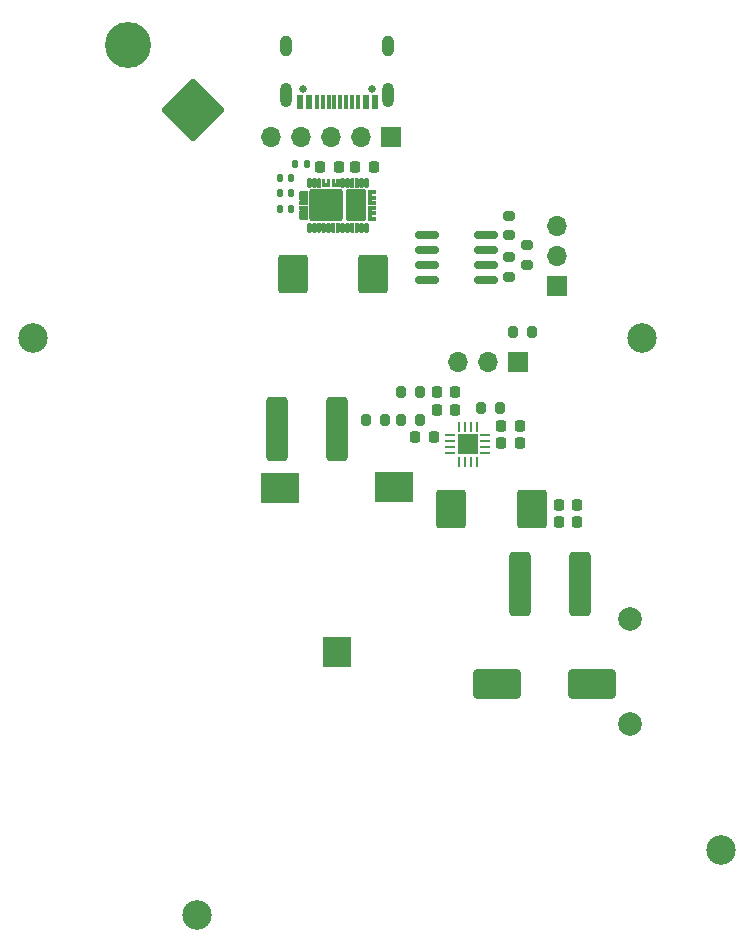
<source format=gts>
G04 #@! TF.GenerationSoftware,KiCad,Pcbnew,8.0.1*
G04 #@! TF.CreationDate,2024-05-09T01:50:06+08:00*
G04 #@! TF.ProjectId,BatteryPod,42617474-6572-4795-906f-642e6b696361,rev?*
G04 #@! TF.SameCoordinates,Original*
G04 #@! TF.FileFunction,Soldermask,Top*
G04 #@! TF.FilePolarity,Negative*
%FSLAX46Y46*%
G04 Gerber Fmt 4.6, Leading zero omitted, Abs format (unit mm)*
G04 Created by KiCad (PCBNEW 8.0.1) date 2024-05-09 01:50:06*
%MOMM*%
%LPD*%
G01*
G04 APERTURE LIST*
G04 Aperture macros list*
%AMRoundRect*
0 Rectangle with rounded corners*
0 $1 Rounding radius*
0 $2 $3 $4 $5 $6 $7 $8 $9 X,Y pos of 4 corners*
0 Add a 4 corners polygon primitive as box body*
4,1,4,$2,$3,$4,$5,$6,$7,$8,$9,$2,$3,0*
0 Add four circle primitives for the rounded corners*
1,1,$1+$1,$2,$3*
1,1,$1+$1,$4,$5*
1,1,$1+$1,$6,$7*
1,1,$1+$1,$8,$9*
0 Add four rect primitives between the rounded corners*
20,1,$1+$1,$2,$3,$4,$5,0*
20,1,$1+$1,$4,$5,$6,$7,0*
20,1,$1+$1,$6,$7,$8,$9,0*
20,1,$1+$1,$8,$9,$2,$3,0*%
G04 Aperture macros list end*
%ADD10C,0.010000*%
%ADD11R,1.700000X1.700000*%
%ADD12O,1.700000X1.700000*%
%ADD13RoundRect,0.192500X-1.217500X-1.182500X1.217500X-1.182500X1.217500X1.182500X-1.217500X1.182500X0*%
%ADD14RoundRect,0.114100X-0.700900X-1.260900X0.700900X-1.260900X0.700900X1.260900X-0.700900X1.260900X0*%
%ADD15RoundRect,0.225000X-0.225000X-0.250000X0.225000X-0.250000X0.225000X0.250000X-0.225000X0.250000X0*%
%ADD16R,0.812800X0.254000*%
%ADD17R,0.254000X0.812800*%
%ADD18C,0.400000*%
%ADD19R,1.752600X1.752600*%
%ADD20RoundRect,0.200000X0.200000X0.275000X-0.200000X0.275000X-0.200000X-0.275000X0.200000X-0.275000X0*%
%ADD21RoundRect,0.250000X-0.650000X-2.450000X0.650000X-2.450000X0.650000X2.450000X-0.650000X2.450000X0*%
%ADD22RoundRect,0.250002X2.404160X0.000000X0.000000X2.404160X-2.404160X0.000000X0.000000X-2.404160X0*%
%ADD23C,3.900000*%
%ADD24RoundRect,0.200000X0.275000X-0.200000X0.275000X0.200000X-0.275000X0.200000X-0.275000X-0.200000X0*%
%ADD25RoundRect,0.200000X-0.200000X-0.275000X0.200000X-0.275000X0.200000X0.275000X-0.200000X0.275000X0*%
%ADD26RoundRect,0.225000X0.225000X0.250000X-0.225000X0.250000X-0.225000X-0.250000X0.225000X-0.250000X0*%
%ADD27C,0.650000*%
%ADD28R,0.600000X1.240000*%
%ADD29R,0.300000X1.240000*%
%ADD30O,1.000000X2.100000*%
%ADD31O,1.000000X1.800000*%
%ADD32RoundRect,0.250000X-1.000000X1.400000X-1.000000X-1.400000X1.000000X-1.400000X1.000000X1.400000X0*%
%ADD33RoundRect,0.140000X0.140000X0.170000X-0.140000X0.170000X-0.140000X-0.170000X0.140000X-0.170000X0*%
%ADD34RoundRect,0.250000X1.000000X-1.400000X1.000000X1.400000X-1.000000X1.400000X-1.000000X-1.400000X0*%
%ADD35R,3.200000X2.600000*%
%ADD36R,3.200000X2.599990*%
%ADD37R,2.400000X2.600000*%
%ADD38RoundRect,0.150000X-0.825000X-0.150000X0.825000X-0.150000X0.825000X0.150000X-0.825000X0.150000X0*%
%ADD39RoundRect,0.200000X-0.275000X0.200000X-0.275000X-0.200000X0.275000X-0.200000X0.275000X0.200000X0*%
%ADD40RoundRect,0.250000X-1.750000X-1.000000X1.750000X-1.000000X1.750000X1.000000X-1.750000X1.000000X0*%
%ADD41C,2.500000*%
%ADD42C,2.000000*%
G04 APERTURE END LIST*
D10*
X107610000Y-88876000D02*
X107616000Y-88876000D01*
X107621000Y-88877000D01*
X107626000Y-88878000D01*
X107631000Y-88880000D01*
X107636000Y-88882000D01*
X107641000Y-88884000D01*
X107645000Y-88886000D01*
X107650000Y-88888000D01*
X107654000Y-88891000D01*
X107659000Y-88894000D01*
X107663000Y-88897000D01*
X107667000Y-88901000D01*
X107671000Y-88904000D01*
X107674000Y-88908000D01*
X107678000Y-88912000D01*
X107681000Y-88916000D01*
X107684000Y-88921000D01*
X107687000Y-88925000D01*
X107689000Y-88930000D01*
X107691000Y-88934000D01*
X107693000Y-88939000D01*
X107695000Y-88944000D01*
X107697000Y-88949000D01*
X107698000Y-88954000D01*
X107699000Y-88959000D01*
X107699000Y-88965000D01*
X107700000Y-88970000D01*
X107700000Y-88975000D01*
X107700000Y-89075000D01*
X107700000Y-89080000D01*
X107699000Y-89085000D01*
X107699000Y-89091000D01*
X107698000Y-89096000D01*
X107697000Y-89101000D01*
X107695000Y-89106000D01*
X107693000Y-89111000D01*
X107691000Y-89116000D01*
X107689000Y-89120000D01*
X107687000Y-89125000D01*
X107684000Y-89129000D01*
X107681000Y-89134000D01*
X107678000Y-89138000D01*
X107674000Y-89142000D01*
X107671000Y-89146000D01*
X107667000Y-89149000D01*
X107663000Y-89153000D01*
X107659000Y-89156000D01*
X107654000Y-89159000D01*
X107650000Y-89162000D01*
X107645000Y-89164000D01*
X107641000Y-89166000D01*
X107636000Y-89168000D01*
X107631000Y-89170000D01*
X107626000Y-89172000D01*
X107621000Y-89173000D01*
X107616000Y-89174000D01*
X107610000Y-89174000D01*
X107605000Y-89175000D01*
X107600000Y-89175000D01*
X107100000Y-89175000D01*
X107095000Y-89175000D01*
X107090000Y-89174000D01*
X107084000Y-89174000D01*
X107079000Y-89173000D01*
X107074000Y-89172000D01*
X107069000Y-89170000D01*
X107064000Y-89168000D01*
X107059000Y-89166000D01*
X107055000Y-89164000D01*
X107050000Y-89162000D01*
X107046000Y-89159000D01*
X107041000Y-89156000D01*
X107037000Y-89153000D01*
X107033000Y-89149000D01*
X107029000Y-89146000D01*
X107026000Y-89142000D01*
X107022000Y-89138000D01*
X107019000Y-89134000D01*
X107016000Y-89129000D01*
X107013000Y-89125000D01*
X107011000Y-89120000D01*
X107009000Y-89116000D01*
X107007000Y-89111000D01*
X107005000Y-89106000D01*
X107003000Y-89101000D01*
X107002000Y-89096000D01*
X107001000Y-89091000D01*
X107001000Y-89085000D01*
X107000000Y-89080000D01*
X107000000Y-89075000D01*
X107000000Y-88975000D01*
X107000000Y-88970000D01*
X107001000Y-88965000D01*
X107001000Y-88959000D01*
X107002000Y-88954000D01*
X107003000Y-88949000D01*
X107005000Y-88944000D01*
X107007000Y-88939000D01*
X107009000Y-88934000D01*
X107011000Y-88930000D01*
X107013000Y-88925000D01*
X107016000Y-88921000D01*
X107019000Y-88916000D01*
X107022000Y-88912000D01*
X107026000Y-88908000D01*
X107029000Y-88904000D01*
X107033000Y-88901000D01*
X107037000Y-88897000D01*
X107041000Y-88894000D01*
X107046000Y-88891000D01*
X107050000Y-88888000D01*
X107055000Y-88886000D01*
X107059000Y-88884000D01*
X107064000Y-88882000D01*
X107069000Y-88880000D01*
X107074000Y-88878000D01*
X107079000Y-88877000D01*
X107084000Y-88876000D01*
X107090000Y-88876000D01*
X107095000Y-88875000D01*
X107100000Y-88875000D01*
X107600000Y-88875000D01*
X107605000Y-88875000D01*
X107610000Y-88876000D01*
G36*
X107610000Y-88876000D02*
G01*
X107616000Y-88876000D01*
X107621000Y-88877000D01*
X107626000Y-88878000D01*
X107631000Y-88880000D01*
X107636000Y-88882000D01*
X107641000Y-88884000D01*
X107645000Y-88886000D01*
X107650000Y-88888000D01*
X107654000Y-88891000D01*
X107659000Y-88894000D01*
X107663000Y-88897000D01*
X107667000Y-88901000D01*
X107671000Y-88904000D01*
X107674000Y-88908000D01*
X107678000Y-88912000D01*
X107681000Y-88916000D01*
X107684000Y-88921000D01*
X107687000Y-88925000D01*
X107689000Y-88930000D01*
X107691000Y-88934000D01*
X107693000Y-88939000D01*
X107695000Y-88944000D01*
X107697000Y-88949000D01*
X107698000Y-88954000D01*
X107699000Y-88959000D01*
X107699000Y-88965000D01*
X107700000Y-88970000D01*
X107700000Y-88975000D01*
X107700000Y-89075000D01*
X107700000Y-89080000D01*
X107699000Y-89085000D01*
X107699000Y-89091000D01*
X107698000Y-89096000D01*
X107697000Y-89101000D01*
X107695000Y-89106000D01*
X107693000Y-89111000D01*
X107691000Y-89116000D01*
X107689000Y-89120000D01*
X107687000Y-89125000D01*
X107684000Y-89129000D01*
X107681000Y-89134000D01*
X107678000Y-89138000D01*
X107674000Y-89142000D01*
X107671000Y-89146000D01*
X107667000Y-89149000D01*
X107663000Y-89153000D01*
X107659000Y-89156000D01*
X107654000Y-89159000D01*
X107650000Y-89162000D01*
X107645000Y-89164000D01*
X107641000Y-89166000D01*
X107636000Y-89168000D01*
X107631000Y-89170000D01*
X107626000Y-89172000D01*
X107621000Y-89173000D01*
X107616000Y-89174000D01*
X107610000Y-89174000D01*
X107605000Y-89175000D01*
X107600000Y-89175000D01*
X107100000Y-89175000D01*
X107095000Y-89175000D01*
X107090000Y-89174000D01*
X107084000Y-89174000D01*
X107079000Y-89173000D01*
X107074000Y-89172000D01*
X107069000Y-89170000D01*
X107064000Y-89168000D01*
X107059000Y-89166000D01*
X107055000Y-89164000D01*
X107050000Y-89162000D01*
X107046000Y-89159000D01*
X107041000Y-89156000D01*
X107037000Y-89153000D01*
X107033000Y-89149000D01*
X107029000Y-89146000D01*
X107026000Y-89142000D01*
X107022000Y-89138000D01*
X107019000Y-89134000D01*
X107016000Y-89129000D01*
X107013000Y-89125000D01*
X107011000Y-89120000D01*
X107009000Y-89116000D01*
X107007000Y-89111000D01*
X107005000Y-89106000D01*
X107003000Y-89101000D01*
X107002000Y-89096000D01*
X107001000Y-89091000D01*
X107001000Y-89085000D01*
X107000000Y-89080000D01*
X107000000Y-89075000D01*
X107000000Y-88975000D01*
X107000000Y-88970000D01*
X107001000Y-88965000D01*
X107001000Y-88959000D01*
X107002000Y-88954000D01*
X107003000Y-88949000D01*
X107005000Y-88944000D01*
X107007000Y-88939000D01*
X107009000Y-88934000D01*
X107011000Y-88930000D01*
X107013000Y-88925000D01*
X107016000Y-88921000D01*
X107019000Y-88916000D01*
X107022000Y-88912000D01*
X107026000Y-88908000D01*
X107029000Y-88904000D01*
X107033000Y-88901000D01*
X107037000Y-88897000D01*
X107041000Y-88894000D01*
X107046000Y-88891000D01*
X107050000Y-88888000D01*
X107055000Y-88886000D01*
X107059000Y-88884000D01*
X107064000Y-88882000D01*
X107069000Y-88880000D01*
X107074000Y-88878000D01*
X107079000Y-88877000D01*
X107084000Y-88876000D01*
X107090000Y-88876000D01*
X107095000Y-88875000D01*
X107100000Y-88875000D01*
X107600000Y-88875000D01*
X107605000Y-88875000D01*
X107610000Y-88876000D01*
G37*
X107610000Y-89276000D02*
X107616000Y-89276000D01*
X107621000Y-89277000D01*
X107626000Y-89278000D01*
X107631000Y-89280000D01*
X107636000Y-89282000D01*
X107641000Y-89284000D01*
X107645000Y-89286000D01*
X107650000Y-89288000D01*
X107654000Y-89291000D01*
X107659000Y-89294000D01*
X107663000Y-89297000D01*
X107667000Y-89301000D01*
X107671000Y-89304000D01*
X107674000Y-89308000D01*
X107678000Y-89312000D01*
X107681000Y-89316000D01*
X107684000Y-89321000D01*
X107687000Y-89325000D01*
X107689000Y-89330000D01*
X107691000Y-89334000D01*
X107693000Y-89339000D01*
X107695000Y-89344000D01*
X107697000Y-89349000D01*
X107698000Y-89354000D01*
X107699000Y-89359000D01*
X107699000Y-89365000D01*
X107700000Y-89370000D01*
X107700000Y-89375000D01*
X107700000Y-89475000D01*
X107700000Y-89480000D01*
X107699000Y-89485000D01*
X107699000Y-89491000D01*
X107698000Y-89496000D01*
X107697000Y-89501000D01*
X107695000Y-89506000D01*
X107693000Y-89511000D01*
X107691000Y-89516000D01*
X107689000Y-89520000D01*
X107687000Y-89525000D01*
X107684000Y-89529000D01*
X107681000Y-89534000D01*
X107678000Y-89538000D01*
X107674000Y-89542000D01*
X107671000Y-89546000D01*
X107667000Y-89549000D01*
X107663000Y-89553000D01*
X107659000Y-89556000D01*
X107654000Y-89559000D01*
X107650000Y-89562000D01*
X107645000Y-89564000D01*
X107641000Y-89566000D01*
X107636000Y-89568000D01*
X107631000Y-89570000D01*
X107626000Y-89572000D01*
X107621000Y-89573000D01*
X107616000Y-89574000D01*
X107610000Y-89574000D01*
X107605000Y-89575000D01*
X107600000Y-89575000D01*
X107100000Y-89575000D01*
X107095000Y-89575000D01*
X107090000Y-89574000D01*
X107084000Y-89574000D01*
X107079000Y-89573000D01*
X107074000Y-89572000D01*
X107069000Y-89570000D01*
X107064000Y-89568000D01*
X107059000Y-89566000D01*
X107055000Y-89564000D01*
X107050000Y-89562000D01*
X107046000Y-89559000D01*
X107041000Y-89556000D01*
X107037000Y-89553000D01*
X107033000Y-89549000D01*
X107029000Y-89546000D01*
X107026000Y-89542000D01*
X107022000Y-89538000D01*
X107019000Y-89534000D01*
X107016000Y-89529000D01*
X107013000Y-89525000D01*
X107011000Y-89520000D01*
X107009000Y-89516000D01*
X107007000Y-89511000D01*
X107005000Y-89506000D01*
X107003000Y-89501000D01*
X107002000Y-89496000D01*
X107001000Y-89491000D01*
X107001000Y-89485000D01*
X107000000Y-89480000D01*
X107000000Y-89475000D01*
X107000000Y-89375000D01*
X107000000Y-89370000D01*
X107001000Y-89365000D01*
X107001000Y-89359000D01*
X107002000Y-89354000D01*
X107003000Y-89349000D01*
X107005000Y-89344000D01*
X107007000Y-89339000D01*
X107009000Y-89334000D01*
X107011000Y-89330000D01*
X107013000Y-89325000D01*
X107016000Y-89321000D01*
X107019000Y-89316000D01*
X107022000Y-89312000D01*
X107026000Y-89308000D01*
X107029000Y-89304000D01*
X107033000Y-89301000D01*
X107037000Y-89297000D01*
X107041000Y-89294000D01*
X107046000Y-89291000D01*
X107050000Y-89288000D01*
X107055000Y-89286000D01*
X107059000Y-89284000D01*
X107064000Y-89282000D01*
X107069000Y-89280000D01*
X107074000Y-89278000D01*
X107079000Y-89277000D01*
X107084000Y-89276000D01*
X107090000Y-89276000D01*
X107095000Y-89275000D01*
X107100000Y-89275000D01*
X107600000Y-89275000D01*
X107605000Y-89275000D01*
X107610000Y-89276000D01*
G36*
X107610000Y-89276000D02*
G01*
X107616000Y-89276000D01*
X107621000Y-89277000D01*
X107626000Y-89278000D01*
X107631000Y-89280000D01*
X107636000Y-89282000D01*
X107641000Y-89284000D01*
X107645000Y-89286000D01*
X107650000Y-89288000D01*
X107654000Y-89291000D01*
X107659000Y-89294000D01*
X107663000Y-89297000D01*
X107667000Y-89301000D01*
X107671000Y-89304000D01*
X107674000Y-89308000D01*
X107678000Y-89312000D01*
X107681000Y-89316000D01*
X107684000Y-89321000D01*
X107687000Y-89325000D01*
X107689000Y-89330000D01*
X107691000Y-89334000D01*
X107693000Y-89339000D01*
X107695000Y-89344000D01*
X107697000Y-89349000D01*
X107698000Y-89354000D01*
X107699000Y-89359000D01*
X107699000Y-89365000D01*
X107700000Y-89370000D01*
X107700000Y-89375000D01*
X107700000Y-89475000D01*
X107700000Y-89480000D01*
X107699000Y-89485000D01*
X107699000Y-89491000D01*
X107698000Y-89496000D01*
X107697000Y-89501000D01*
X107695000Y-89506000D01*
X107693000Y-89511000D01*
X107691000Y-89516000D01*
X107689000Y-89520000D01*
X107687000Y-89525000D01*
X107684000Y-89529000D01*
X107681000Y-89534000D01*
X107678000Y-89538000D01*
X107674000Y-89542000D01*
X107671000Y-89546000D01*
X107667000Y-89549000D01*
X107663000Y-89553000D01*
X107659000Y-89556000D01*
X107654000Y-89559000D01*
X107650000Y-89562000D01*
X107645000Y-89564000D01*
X107641000Y-89566000D01*
X107636000Y-89568000D01*
X107631000Y-89570000D01*
X107626000Y-89572000D01*
X107621000Y-89573000D01*
X107616000Y-89574000D01*
X107610000Y-89574000D01*
X107605000Y-89575000D01*
X107600000Y-89575000D01*
X107100000Y-89575000D01*
X107095000Y-89575000D01*
X107090000Y-89574000D01*
X107084000Y-89574000D01*
X107079000Y-89573000D01*
X107074000Y-89572000D01*
X107069000Y-89570000D01*
X107064000Y-89568000D01*
X107059000Y-89566000D01*
X107055000Y-89564000D01*
X107050000Y-89562000D01*
X107046000Y-89559000D01*
X107041000Y-89556000D01*
X107037000Y-89553000D01*
X107033000Y-89549000D01*
X107029000Y-89546000D01*
X107026000Y-89542000D01*
X107022000Y-89538000D01*
X107019000Y-89534000D01*
X107016000Y-89529000D01*
X107013000Y-89525000D01*
X107011000Y-89520000D01*
X107009000Y-89516000D01*
X107007000Y-89511000D01*
X107005000Y-89506000D01*
X107003000Y-89501000D01*
X107002000Y-89496000D01*
X107001000Y-89491000D01*
X107001000Y-89485000D01*
X107000000Y-89480000D01*
X107000000Y-89475000D01*
X107000000Y-89375000D01*
X107000000Y-89370000D01*
X107001000Y-89365000D01*
X107001000Y-89359000D01*
X107002000Y-89354000D01*
X107003000Y-89349000D01*
X107005000Y-89344000D01*
X107007000Y-89339000D01*
X107009000Y-89334000D01*
X107011000Y-89330000D01*
X107013000Y-89325000D01*
X107016000Y-89321000D01*
X107019000Y-89316000D01*
X107022000Y-89312000D01*
X107026000Y-89308000D01*
X107029000Y-89304000D01*
X107033000Y-89301000D01*
X107037000Y-89297000D01*
X107041000Y-89294000D01*
X107046000Y-89291000D01*
X107050000Y-89288000D01*
X107055000Y-89286000D01*
X107059000Y-89284000D01*
X107064000Y-89282000D01*
X107069000Y-89280000D01*
X107074000Y-89278000D01*
X107079000Y-89277000D01*
X107084000Y-89276000D01*
X107090000Y-89276000D01*
X107095000Y-89275000D01*
X107100000Y-89275000D01*
X107600000Y-89275000D01*
X107605000Y-89275000D01*
X107610000Y-89276000D01*
G37*
X107610000Y-89676000D02*
X107616000Y-89676000D01*
X107621000Y-89677000D01*
X107626000Y-89678000D01*
X107631000Y-89680000D01*
X107636000Y-89682000D01*
X107641000Y-89684000D01*
X107645000Y-89686000D01*
X107650000Y-89688000D01*
X107654000Y-89691000D01*
X107659000Y-89694000D01*
X107663000Y-89697000D01*
X107667000Y-89701000D01*
X107671000Y-89704000D01*
X107674000Y-89708000D01*
X107678000Y-89712000D01*
X107681000Y-89716000D01*
X107684000Y-89721000D01*
X107687000Y-89725000D01*
X107689000Y-89730000D01*
X107691000Y-89734000D01*
X107693000Y-89739000D01*
X107695000Y-89744000D01*
X107697000Y-89749000D01*
X107698000Y-89754000D01*
X107699000Y-89759000D01*
X107699000Y-89765000D01*
X107700000Y-89770000D01*
X107700000Y-89775000D01*
X107700000Y-89875000D01*
X107700000Y-89880000D01*
X107699000Y-89885000D01*
X107699000Y-89891000D01*
X107698000Y-89896000D01*
X107697000Y-89901000D01*
X107695000Y-89906000D01*
X107693000Y-89911000D01*
X107691000Y-89916000D01*
X107689000Y-89920000D01*
X107687000Y-89925000D01*
X107684000Y-89929000D01*
X107681000Y-89934000D01*
X107678000Y-89938000D01*
X107674000Y-89942000D01*
X107671000Y-89946000D01*
X107667000Y-89949000D01*
X107663000Y-89953000D01*
X107659000Y-89956000D01*
X107654000Y-89959000D01*
X107650000Y-89962000D01*
X107645000Y-89964000D01*
X107641000Y-89966000D01*
X107636000Y-89968000D01*
X107631000Y-89970000D01*
X107626000Y-89972000D01*
X107621000Y-89973000D01*
X107616000Y-89974000D01*
X107610000Y-89974000D01*
X107605000Y-89975000D01*
X107600000Y-89975000D01*
X107100000Y-89975000D01*
X107095000Y-89975000D01*
X107090000Y-89974000D01*
X107084000Y-89974000D01*
X107079000Y-89973000D01*
X107074000Y-89972000D01*
X107069000Y-89970000D01*
X107064000Y-89968000D01*
X107059000Y-89966000D01*
X107055000Y-89964000D01*
X107050000Y-89962000D01*
X107046000Y-89959000D01*
X107041000Y-89956000D01*
X107037000Y-89953000D01*
X107033000Y-89949000D01*
X107029000Y-89946000D01*
X107026000Y-89942000D01*
X107022000Y-89938000D01*
X107019000Y-89934000D01*
X107016000Y-89929000D01*
X107013000Y-89925000D01*
X107011000Y-89920000D01*
X107009000Y-89916000D01*
X107007000Y-89911000D01*
X107005000Y-89906000D01*
X107003000Y-89901000D01*
X107002000Y-89896000D01*
X107001000Y-89891000D01*
X107001000Y-89885000D01*
X107000000Y-89880000D01*
X107000000Y-89875000D01*
X107000000Y-89775000D01*
X107000000Y-89770000D01*
X107001000Y-89765000D01*
X107001000Y-89759000D01*
X107002000Y-89754000D01*
X107003000Y-89749000D01*
X107005000Y-89744000D01*
X107007000Y-89739000D01*
X107009000Y-89734000D01*
X107011000Y-89730000D01*
X107013000Y-89725000D01*
X107016000Y-89721000D01*
X107019000Y-89716000D01*
X107022000Y-89712000D01*
X107026000Y-89708000D01*
X107029000Y-89704000D01*
X107033000Y-89701000D01*
X107037000Y-89697000D01*
X107041000Y-89694000D01*
X107046000Y-89691000D01*
X107050000Y-89688000D01*
X107055000Y-89686000D01*
X107059000Y-89684000D01*
X107064000Y-89682000D01*
X107069000Y-89680000D01*
X107074000Y-89678000D01*
X107079000Y-89677000D01*
X107084000Y-89676000D01*
X107090000Y-89676000D01*
X107095000Y-89675000D01*
X107100000Y-89675000D01*
X107600000Y-89675000D01*
X107605000Y-89675000D01*
X107610000Y-89676000D01*
G36*
X107610000Y-89676000D02*
G01*
X107616000Y-89676000D01*
X107621000Y-89677000D01*
X107626000Y-89678000D01*
X107631000Y-89680000D01*
X107636000Y-89682000D01*
X107641000Y-89684000D01*
X107645000Y-89686000D01*
X107650000Y-89688000D01*
X107654000Y-89691000D01*
X107659000Y-89694000D01*
X107663000Y-89697000D01*
X107667000Y-89701000D01*
X107671000Y-89704000D01*
X107674000Y-89708000D01*
X107678000Y-89712000D01*
X107681000Y-89716000D01*
X107684000Y-89721000D01*
X107687000Y-89725000D01*
X107689000Y-89730000D01*
X107691000Y-89734000D01*
X107693000Y-89739000D01*
X107695000Y-89744000D01*
X107697000Y-89749000D01*
X107698000Y-89754000D01*
X107699000Y-89759000D01*
X107699000Y-89765000D01*
X107700000Y-89770000D01*
X107700000Y-89775000D01*
X107700000Y-89875000D01*
X107700000Y-89880000D01*
X107699000Y-89885000D01*
X107699000Y-89891000D01*
X107698000Y-89896000D01*
X107697000Y-89901000D01*
X107695000Y-89906000D01*
X107693000Y-89911000D01*
X107691000Y-89916000D01*
X107689000Y-89920000D01*
X107687000Y-89925000D01*
X107684000Y-89929000D01*
X107681000Y-89934000D01*
X107678000Y-89938000D01*
X107674000Y-89942000D01*
X107671000Y-89946000D01*
X107667000Y-89949000D01*
X107663000Y-89953000D01*
X107659000Y-89956000D01*
X107654000Y-89959000D01*
X107650000Y-89962000D01*
X107645000Y-89964000D01*
X107641000Y-89966000D01*
X107636000Y-89968000D01*
X107631000Y-89970000D01*
X107626000Y-89972000D01*
X107621000Y-89973000D01*
X107616000Y-89974000D01*
X107610000Y-89974000D01*
X107605000Y-89975000D01*
X107600000Y-89975000D01*
X107100000Y-89975000D01*
X107095000Y-89975000D01*
X107090000Y-89974000D01*
X107084000Y-89974000D01*
X107079000Y-89973000D01*
X107074000Y-89972000D01*
X107069000Y-89970000D01*
X107064000Y-89968000D01*
X107059000Y-89966000D01*
X107055000Y-89964000D01*
X107050000Y-89962000D01*
X107046000Y-89959000D01*
X107041000Y-89956000D01*
X107037000Y-89953000D01*
X107033000Y-89949000D01*
X107029000Y-89946000D01*
X107026000Y-89942000D01*
X107022000Y-89938000D01*
X107019000Y-89934000D01*
X107016000Y-89929000D01*
X107013000Y-89925000D01*
X107011000Y-89920000D01*
X107009000Y-89916000D01*
X107007000Y-89911000D01*
X107005000Y-89906000D01*
X107003000Y-89901000D01*
X107002000Y-89896000D01*
X107001000Y-89891000D01*
X107001000Y-89885000D01*
X107000000Y-89880000D01*
X107000000Y-89875000D01*
X107000000Y-89775000D01*
X107000000Y-89770000D01*
X107001000Y-89765000D01*
X107001000Y-89759000D01*
X107002000Y-89754000D01*
X107003000Y-89749000D01*
X107005000Y-89744000D01*
X107007000Y-89739000D01*
X107009000Y-89734000D01*
X107011000Y-89730000D01*
X107013000Y-89725000D01*
X107016000Y-89721000D01*
X107019000Y-89716000D01*
X107022000Y-89712000D01*
X107026000Y-89708000D01*
X107029000Y-89704000D01*
X107033000Y-89701000D01*
X107037000Y-89697000D01*
X107041000Y-89694000D01*
X107046000Y-89691000D01*
X107050000Y-89688000D01*
X107055000Y-89686000D01*
X107059000Y-89684000D01*
X107064000Y-89682000D01*
X107069000Y-89680000D01*
X107074000Y-89678000D01*
X107079000Y-89677000D01*
X107084000Y-89676000D01*
X107090000Y-89676000D01*
X107095000Y-89675000D01*
X107100000Y-89675000D01*
X107600000Y-89675000D01*
X107605000Y-89675000D01*
X107610000Y-89676000D01*
G37*
X107610000Y-90076000D02*
X107616000Y-90076000D01*
X107621000Y-90077000D01*
X107626000Y-90078000D01*
X107631000Y-90080000D01*
X107636000Y-90082000D01*
X107641000Y-90084000D01*
X107645000Y-90086000D01*
X107650000Y-90088000D01*
X107654000Y-90091000D01*
X107659000Y-90094000D01*
X107663000Y-90097000D01*
X107667000Y-90101000D01*
X107671000Y-90104000D01*
X107674000Y-90108000D01*
X107678000Y-90112000D01*
X107681000Y-90116000D01*
X107684000Y-90121000D01*
X107687000Y-90125000D01*
X107689000Y-90130000D01*
X107691000Y-90134000D01*
X107693000Y-90139000D01*
X107695000Y-90144000D01*
X107697000Y-90149000D01*
X107698000Y-90154000D01*
X107699000Y-90159000D01*
X107699000Y-90165000D01*
X107700000Y-90170000D01*
X107700000Y-90175000D01*
X107700000Y-90275000D01*
X107700000Y-90280000D01*
X107699000Y-90285000D01*
X107699000Y-90291000D01*
X107698000Y-90296000D01*
X107697000Y-90301000D01*
X107695000Y-90306000D01*
X107693000Y-90311000D01*
X107691000Y-90316000D01*
X107689000Y-90320000D01*
X107687000Y-90325000D01*
X107684000Y-90329000D01*
X107681000Y-90334000D01*
X107678000Y-90338000D01*
X107674000Y-90342000D01*
X107671000Y-90346000D01*
X107667000Y-90349000D01*
X107663000Y-90353000D01*
X107659000Y-90356000D01*
X107654000Y-90359000D01*
X107650000Y-90362000D01*
X107645000Y-90364000D01*
X107641000Y-90366000D01*
X107636000Y-90368000D01*
X107631000Y-90370000D01*
X107626000Y-90372000D01*
X107621000Y-90373000D01*
X107616000Y-90374000D01*
X107610000Y-90374000D01*
X107605000Y-90375000D01*
X107600000Y-90375000D01*
X107100000Y-90375000D01*
X107095000Y-90375000D01*
X107090000Y-90374000D01*
X107084000Y-90374000D01*
X107079000Y-90373000D01*
X107074000Y-90372000D01*
X107069000Y-90370000D01*
X107064000Y-90368000D01*
X107059000Y-90366000D01*
X107055000Y-90364000D01*
X107050000Y-90362000D01*
X107046000Y-90359000D01*
X107041000Y-90356000D01*
X107037000Y-90353000D01*
X107033000Y-90349000D01*
X107029000Y-90346000D01*
X107026000Y-90342000D01*
X107022000Y-90338000D01*
X107019000Y-90334000D01*
X107016000Y-90329000D01*
X107013000Y-90325000D01*
X107011000Y-90320000D01*
X107009000Y-90316000D01*
X107007000Y-90311000D01*
X107005000Y-90306000D01*
X107003000Y-90301000D01*
X107002000Y-90296000D01*
X107001000Y-90291000D01*
X107001000Y-90285000D01*
X107000000Y-90280000D01*
X107000000Y-90275000D01*
X107000000Y-90175000D01*
X107000000Y-90170000D01*
X107001000Y-90165000D01*
X107001000Y-90159000D01*
X107002000Y-90154000D01*
X107003000Y-90149000D01*
X107005000Y-90144000D01*
X107007000Y-90139000D01*
X107009000Y-90134000D01*
X107011000Y-90130000D01*
X107013000Y-90125000D01*
X107016000Y-90121000D01*
X107019000Y-90116000D01*
X107022000Y-90112000D01*
X107026000Y-90108000D01*
X107029000Y-90104000D01*
X107033000Y-90101000D01*
X107037000Y-90097000D01*
X107041000Y-90094000D01*
X107046000Y-90091000D01*
X107050000Y-90088000D01*
X107055000Y-90086000D01*
X107059000Y-90084000D01*
X107064000Y-90082000D01*
X107069000Y-90080000D01*
X107074000Y-90078000D01*
X107079000Y-90077000D01*
X107084000Y-90076000D01*
X107090000Y-90076000D01*
X107095000Y-90075000D01*
X107100000Y-90075000D01*
X107600000Y-90075000D01*
X107605000Y-90075000D01*
X107610000Y-90076000D01*
G36*
X107610000Y-90076000D02*
G01*
X107616000Y-90076000D01*
X107621000Y-90077000D01*
X107626000Y-90078000D01*
X107631000Y-90080000D01*
X107636000Y-90082000D01*
X107641000Y-90084000D01*
X107645000Y-90086000D01*
X107650000Y-90088000D01*
X107654000Y-90091000D01*
X107659000Y-90094000D01*
X107663000Y-90097000D01*
X107667000Y-90101000D01*
X107671000Y-90104000D01*
X107674000Y-90108000D01*
X107678000Y-90112000D01*
X107681000Y-90116000D01*
X107684000Y-90121000D01*
X107687000Y-90125000D01*
X107689000Y-90130000D01*
X107691000Y-90134000D01*
X107693000Y-90139000D01*
X107695000Y-90144000D01*
X107697000Y-90149000D01*
X107698000Y-90154000D01*
X107699000Y-90159000D01*
X107699000Y-90165000D01*
X107700000Y-90170000D01*
X107700000Y-90175000D01*
X107700000Y-90275000D01*
X107700000Y-90280000D01*
X107699000Y-90285000D01*
X107699000Y-90291000D01*
X107698000Y-90296000D01*
X107697000Y-90301000D01*
X107695000Y-90306000D01*
X107693000Y-90311000D01*
X107691000Y-90316000D01*
X107689000Y-90320000D01*
X107687000Y-90325000D01*
X107684000Y-90329000D01*
X107681000Y-90334000D01*
X107678000Y-90338000D01*
X107674000Y-90342000D01*
X107671000Y-90346000D01*
X107667000Y-90349000D01*
X107663000Y-90353000D01*
X107659000Y-90356000D01*
X107654000Y-90359000D01*
X107650000Y-90362000D01*
X107645000Y-90364000D01*
X107641000Y-90366000D01*
X107636000Y-90368000D01*
X107631000Y-90370000D01*
X107626000Y-90372000D01*
X107621000Y-90373000D01*
X107616000Y-90374000D01*
X107610000Y-90374000D01*
X107605000Y-90375000D01*
X107600000Y-90375000D01*
X107100000Y-90375000D01*
X107095000Y-90375000D01*
X107090000Y-90374000D01*
X107084000Y-90374000D01*
X107079000Y-90373000D01*
X107074000Y-90372000D01*
X107069000Y-90370000D01*
X107064000Y-90368000D01*
X107059000Y-90366000D01*
X107055000Y-90364000D01*
X107050000Y-90362000D01*
X107046000Y-90359000D01*
X107041000Y-90356000D01*
X107037000Y-90353000D01*
X107033000Y-90349000D01*
X107029000Y-90346000D01*
X107026000Y-90342000D01*
X107022000Y-90338000D01*
X107019000Y-90334000D01*
X107016000Y-90329000D01*
X107013000Y-90325000D01*
X107011000Y-90320000D01*
X107009000Y-90316000D01*
X107007000Y-90311000D01*
X107005000Y-90306000D01*
X107003000Y-90301000D01*
X107002000Y-90296000D01*
X107001000Y-90291000D01*
X107001000Y-90285000D01*
X107000000Y-90280000D01*
X107000000Y-90275000D01*
X107000000Y-90175000D01*
X107000000Y-90170000D01*
X107001000Y-90165000D01*
X107001000Y-90159000D01*
X107002000Y-90154000D01*
X107003000Y-90149000D01*
X107005000Y-90144000D01*
X107007000Y-90139000D01*
X107009000Y-90134000D01*
X107011000Y-90130000D01*
X107013000Y-90125000D01*
X107016000Y-90121000D01*
X107019000Y-90116000D01*
X107022000Y-90112000D01*
X107026000Y-90108000D01*
X107029000Y-90104000D01*
X107033000Y-90101000D01*
X107037000Y-90097000D01*
X107041000Y-90094000D01*
X107046000Y-90091000D01*
X107050000Y-90088000D01*
X107055000Y-90086000D01*
X107059000Y-90084000D01*
X107064000Y-90082000D01*
X107069000Y-90080000D01*
X107074000Y-90078000D01*
X107079000Y-90077000D01*
X107084000Y-90076000D01*
X107090000Y-90076000D01*
X107095000Y-90075000D01*
X107100000Y-90075000D01*
X107600000Y-90075000D01*
X107605000Y-90075000D01*
X107610000Y-90076000D01*
G37*
X107610000Y-90476000D02*
X107616000Y-90476000D01*
X107621000Y-90477000D01*
X107626000Y-90478000D01*
X107631000Y-90480000D01*
X107636000Y-90482000D01*
X107641000Y-90484000D01*
X107645000Y-90486000D01*
X107650000Y-90488000D01*
X107654000Y-90491000D01*
X107659000Y-90494000D01*
X107663000Y-90497000D01*
X107667000Y-90501000D01*
X107671000Y-90504000D01*
X107674000Y-90508000D01*
X107678000Y-90512000D01*
X107681000Y-90516000D01*
X107684000Y-90521000D01*
X107687000Y-90525000D01*
X107689000Y-90530000D01*
X107691000Y-90534000D01*
X107693000Y-90539000D01*
X107695000Y-90544000D01*
X107697000Y-90549000D01*
X107698000Y-90554000D01*
X107699000Y-90559000D01*
X107699000Y-90565000D01*
X107700000Y-90570000D01*
X107700000Y-90575000D01*
X107700000Y-90675000D01*
X107700000Y-90680000D01*
X107699000Y-90685000D01*
X107699000Y-90691000D01*
X107698000Y-90696000D01*
X107697000Y-90701000D01*
X107695000Y-90706000D01*
X107693000Y-90711000D01*
X107691000Y-90716000D01*
X107689000Y-90720000D01*
X107687000Y-90725000D01*
X107684000Y-90729000D01*
X107681000Y-90734000D01*
X107678000Y-90738000D01*
X107674000Y-90742000D01*
X107671000Y-90746000D01*
X107667000Y-90749000D01*
X107663000Y-90753000D01*
X107659000Y-90756000D01*
X107654000Y-90759000D01*
X107650000Y-90762000D01*
X107645000Y-90764000D01*
X107641000Y-90766000D01*
X107636000Y-90768000D01*
X107631000Y-90770000D01*
X107626000Y-90772000D01*
X107621000Y-90773000D01*
X107616000Y-90774000D01*
X107610000Y-90774000D01*
X107605000Y-90775000D01*
X107600000Y-90775000D01*
X107100000Y-90775000D01*
X107095000Y-90775000D01*
X107090000Y-90774000D01*
X107084000Y-90774000D01*
X107079000Y-90773000D01*
X107074000Y-90772000D01*
X107069000Y-90770000D01*
X107064000Y-90768000D01*
X107059000Y-90766000D01*
X107055000Y-90764000D01*
X107050000Y-90762000D01*
X107046000Y-90759000D01*
X107041000Y-90756000D01*
X107037000Y-90753000D01*
X107033000Y-90749000D01*
X107029000Y-90746000D01*
X107026000Y-90742000D01*
X107022000Y-90738000D01*
X107019000Y-90734000D01*
X107016000Y-90729000D01*
X107013000Y-90725000D01*
X107011000Y-90720000D01*
X107009000Y-90716000D01*
X107007000Y-90711000D01*
X107005000Y-90706000D01*
X107003000Y-90701000D01*
X107002000Y-90696000D01*
X107001000Y-90691000D01*
X107001000Y-90685000D01*
X107000000Y-90680000D01*
X107000000Y-90675000D01*
X107000000Y-90575000D01*
X107000000Y-90570000D01*
X107001000Y-90565000D01*
X107001000Y-90559000D01*
X107002000Y-90554000D01*
X107003000Y-90549000D01*
X107005000Y-90544000D01*
X107007000Y-90539000D01*
X107009000Y-90534000D01*
X107011000Y-90530000D01*
X107013000Y-90525000D01*
X107016000Y-90521000D01*
X107019000Y-90516000D01*
X107022000Y-90512000D01*
X107026000Y-90508000D01*
X107029000Y-90504000D01*
X107033000Y-90501000D01*
X107037000Y-90497000D01*
X107041000Y-90494000D01*
X107046000Y-90491000D01*
X107050000Y-90488000D01*
X107055000Y-90486000D01*
X107059000Y-90484000D01*
X107064000Y-90482000D01*
X107069000Y-90480000D01*
X107074000Y-90478000D01*
X107079000Y-90477000D01*
X107084000Y-90476000D01*
X107090000Y-90476000D01*
X107095000Y-90475000D01*
X107100000Y-90475000D01*
X107600000Y-90475000D01*
X107605000Y-90475000D01*
X107610000Y-90476000D01*
G36*
X107610000Y-90476000D02*
G01*
X107616000Y-90476000D01*
X107621000Y-90477000D01*
X107626000Y-90478000D01*
X107631000Y-90480000D01*
X107636000Y-90482000D01*
X107641000Y-90484000D01*
X107645000Y-90486000D01*
X107650000Y-90488000D01*
X107654000Y-90491000D01*
X107659000Y-90494000D01*
X107663000Y-90497000D01*
X107667000Y-90501000D01*
X107671000Y-90504000D01*
X107674000Y-90508000D01*
X107678000Y-90512000D01*
X107681000Y-90516000D01*
X107684000Y-90521000D01*
X107687000Y-90525000D01*
X107689000Y-90530000D01*
X107691000Y-90534000D01*
X107693000Y-90539000D01*
X107695000Y-90544000D01*
X107697000Y-90549000D01*
X107698000Y-90554000D01*
X107699000Y-90559000D01*
X107699000Y-90565000D01*
X107700000Y-90570000D01*
X107700000Y-90575000D01*
X107700000Y-90675000D01*
X107700000Y-90680000D01*
X107699000Y-90685000D01*
X107699000Y-90691000D01*
X107698000Y-90696000D01*
X107697000Y-90701000D01*
X107695000Y-90706000D01*
X107693000Y-90711000D01*
X107691000Y-90716000D01*
X107689000Y-90720000D01*
X107687000Y-90725000D01*
X107684000Y-90729000D01*
X107681000Y-90734000D01*
X107678000Y-90738000D01*
X107674000Y-90742000D01*
X107671000Y-90746000D01*
X107667000Y-90749000D01*
X107663000Y-90753000D01*
X107659000Y-90756000D01*
X107654000Y-90759000D01*
X107650000Y-90762000D01*
X107645000Y-90764000D01*
X107641000Y-90766000D01*
X107636000Y-90768000D01*
X107631000Y-90770000D01*
X107626000Y-90772000D01*
X107621000Y-90773000D01*
X107616000Y-90774000D01*
X107610000Y-90774000D01*
X107605000Y-90775000D01*
X107600000Y-90775000D01*
X107100000Y-90775000D01*
X107095000Y-90775000D01*
X107090000Y-90774000D01*
X107084000Y-90774000D01*
X107079000Y-90773000D01*
X107074000Y-90772000D01*
X107069000Y-90770000D01*
X107064000Y-90768000D01*
X107059000Y-90766000D01*
X107055000Y-90764000D01*
X107050000Y-90762000D01*
X107046000Y-90759000D01*
X107041000Y-90756000D01*
X107037000Y-90753000D01*
X107033000Y-90749000D01*
X107029000Y-90746000D01*
X107026000Y-90742000D01*
X107022000Y-90738000D01*
X107019000Y-90734000D01*
X107016000Y-90729000D01*
X107013000Y-90725000D01*
X107011000Y-90720000D01*
X107009000Y-90716000D01*
X107007000Y-90711000D01*
X107005000Y-90706000D01*
X107003000Y-90701000D01*
X107002000Y-90696000D01*
X107001000Y-90691000D01*
X107001000Y-90685000D01*
X107000000Y-90680000D01*
X107000000Y-90675000D01*
X107000000Y-90575000D01*
X107000000Y-90570000D01*
X107001000Y-90565000D01*
X107001000Y-90559000D01*
X107002000Y-90554000D01*
X107003000Y-90549000D01*
X107005000Y-90544000D01*
X107007000Y-90539000D01*
X107009000Y-90534000D01*
X107011000Y-90530000D01*
X107013000Y-90525000D01*
X107016000Y-90521000D01*
X107019000Y-90516000D01*
X107022000Y-90512000D01*
X107026000Y-90508000D01*
X107029000Y-90504000D01*
X107033000Y-90501000D01*
X107037000Y-90497000D01*
X107041000Y-90494000D01*
X107046000Y-90491000D01*
X107050000Y-90488000D01*
X107055000Y-90486000D01*
X107059000Y-90484000D01*
X107064000Y-90482000D01*
X107069000Y-90480000D01*
X107074000Y-90478000D01*
X107079000Y-90477000D01*
X107084000Y-90476000D01*
X107090000Y-90476000D01*
X107095000Y-90475000D01*
X107100000Y-90475000D01*
X107600000Y-90475000D01*
X107605000Y-90475000D01*
X107610000Y-90476000D01*
G37*
X107610000Y-90876000D02*
X107616000Y-90876000D01*
X107621000Y-90877000D01*
X107626000Y-90878000D01*
X107631000Y-90880000D01*
X107636000Y-90882000D01*
X107641000Y-90884000D01*
X107645000Y-90886000D01*
X107650000Y-90888000D01*
X107654000Y-90891000D01*
X107659000Y-90894000D01*
X107663000Y-90897000D01*
X107667000Y-90901000D01*
X107671000Y-90904000D01*
X107674000Y-90908000D01*
X107678000Y-90912000D01*
X107681000Y-90916000D01*
X107684000Y-90921000D01*
X107687000Y-90925000D01*
X107689000Y-90930000D01*
X107691000Y-90934000D01*
X107693000Y-90939000D01*
X107695000Y-90944000D01*
X107697000Y-90949000D01*
X107698000Y-90954000D01*
X107699000Y-90959000D01*
X107699000Y-90965000D01*
X107700000Y-90970000D01*
X107700000Y-90975000D01*
X107700000Y-91075000D01*
X107700000Y-91080000D01*
X107699000Y-91085000D01*
X107699000Y-91091000D01*
X107698000Y-91096000D01*
X107697000Y-91101000D01*
X107695000Y-91106000D01*
X107693000Y-91111000D01*
X107691000Y-91116000D01*
X107689000Y-91120000D01*
X107687000Y-91125000D01*
X107684000Y-91129000D01*
X107681000Y-91134000D01*
X107678000Y-91138000D01*
X107674000Y-91142000D01*
X107671000Y-91146000D01*
X107667000Y-91149000D01*
X107663000Y-91153000D01*
X107659000Y-91156000D01*
X107654000Y-91159000D01*
X107650000Y-91162000D01*
X107645000Y-91164000D01*
X107641000Y-91166000D01*
X107636000Y-91168000D01*
X107631000Y-91170000D01*
X107626000Y-91172000D01*
X107621000Y-91173000D01*
X107616000Y-91174000D01*
X107610000Y-91174000D01*
X107605000Y-91175000D01*
X107600000Y-91175000D01*
X107100000Y-91175000D01*
X107095000Y-91175000D01*
X107090000Y-91174000D01*
X107084000Y-91174000D01*
X107079000Y-91173000D01*
X107074000Y-91172000D01*
X107069000Y-91170000D01*
X107064000Y-91168000D01*
X107059000Y-91166000D01*
X107055000Y-91164000D01*
X107050000Y-91162000D01*
X107046000Y-91159000D01*
X107041000Y-91156000D01*
X107037000Y-91153000D01*
X107033000Y-91149000D01*
X107029000Y-91146000D01*
X107026000Y-91142000D01*
X107022000Y-91138000D01*
X107019000Y-91134000D01*
X107016000Y-91129000D01*
X107013000Y-91125000D01*
X107011000Y-91120000D01*
X107009000Y-91116000D01*
X107007000Y-91111000D01*
X107005000Y-91106000D01*
X107003000Y-91101000D01*
X107002000Y-91096000D01*
X107001000Y-91091000D01*
X107001000Y-91085000D01*
X107000000Y-91080000D01*
X107000000Y-91075000D01*
X107000000Y-90975000D01*
X107000000Y-90970000D01*
X107001000Y-90965000D01*
X107001000Y-90959000D01*
X107002000Y-90954000D01*
X107003000Y-90949000D01*
X107005000Y-90944000D01*
X107007000Y-90939000D01*
X107009000Y-90934000D01*
X107011000Y-90930000D01*
X107013000Y-90925000D01*
X107016000Y-90921000D01*
X107019000Y-90916000D01*
X107022000Y-90912000D01*
X107026000Y-90908000D01*
X107029000Y-90904000D01*
X107033000Y-90901000D01*
X107037000Y-90897000D01*
X107041000Y-90894000D01*
X107046000Y-90891000D01*
X107050000Y-90888000D01*
X107055000Y-90886000D01*
X107059000Y-90884000D01*
X107064000Y-90882000D01*
X107069000Y-90880000D01*
X107074000Y-90878000D01*
X107079000Y-90877000D01*
X107084000Y-90876000D01*
X107090000Y-90876000D01*
X107095000Y-90875000D01*
X107100000Y-90875000D01*
X107600000Y-90875000D01*
X107605000Y-90875000D01*
X107610000Y-90876000D01*
G36*
X107610000Y-90876000D02*
G01*
X107616000Y-90876000D01*
X107621000Y-90877000D01*
X107626000Y-90878000D01*
X107631000Y-90880000D01*
X107636000Y-90882000D01*
X107641000Y-90884000D01*
X107645000Y-90886000D01*
X107650000Y-90888000D01*
X107654000Y-90891000D01*
X107659000Y-90894000D01*
X107663000Y-90897000D01*
X107667000Y-90901000D01*
X107671000Y-90904000D01*
X107674000Y-90908000D01*
X107678000Y-90912000D01*
X107681000Y-90916000D01*
X107684000Y-90921000D01*
X107687000Y-90925000D01*
X107689000Y-90930000D01*
X107691000Y-90934000D01*
X107693000Y-90939000D01*
X107695000Y-90944000D01*
X107697000Y-90949000D01*
X107698000Y-90954000D01*
X107699000Y-90959000D01*
X107699000Y-90965000D01*
X107700000Y-90970000D01*
X107700000Y-90975000D01*
X107700000Y-91075000D01*
X107700000Y-91080000D01*
X107699000Y-91085000D01*
X107699000Y-91091000D01*
X107698000Y-91096000D01*
X107697000Y-91101000D01*
X107695000Y-91106000D01*
X107693000Y-91111000D01*
X107691000Y-91116000D01*
X107689000Y-91120000D01*
X107687000Y-91125000D01*
X107684000Y-91129000D01*
X107681000Y-91134000D01*
X107678000Y-91138000D01*
X107674000Y-91142000D01*
X107671000Y-91146000D01*
X107667000Y-91149000D01*
X107663000Y-91153000D01*
X107659000Y-91156000D01*
X107654000Y-91159000D01*
X107650000Y-91162000D01*
X107645000Y-91164000D01*
X107641000Y-91166000D01*
X107636000Y-91168000D01*
X107631000Y-91170000D01*
X107626000Y-91172000D01*
X107621000Y-91173000D01*
X107616000Y-91174000D01*
X107610000Y-91174000D01*
X107605000Y-91175000D01*
X107600000Y-91175000D01*
X107100000Y-91175000D01*
X107095000Y-91175000D01*
X107090000Y-91174000D01*
X107084000Y-91174000D01*
X107079000Y-91173000D01*
X107074000Y-91172000D01*
X107069000Y-91170000D01*
X107064000Y-91168000D01*
X107059000Y-91166000D01*
X107055000Y-91164000D01*
X107050000Y-91162000D01*
X107046000Y-91159000D01*
X107041000Y-91156000D01*
X107037000Y-91153000D01*
X107033000Y-91149000D01*
X107029000Y-91146000D01*
X107026000Y-91142000D01*
X107022000Y-91138000D01*
X107019000Y-91134000D01*
X107016000Y-91129000D01*
X107013000Y-91125000D01*
X107011000Y-91120000D01*
X107009000Y-91116000D01*
X107007000Y-91111000D01*
X107005000Y-91106000D01*
X107003000Y-91101000D01*
X107002000Y-91096000D01*
X107001000Y-91091000D01*
X107001000Y-91085000D01*
X107000000Y-91080000D01*
X107000000Y-91075000D01*
X107000000Y-90975000D01*
X107000000Y-90970000D01*
X107001000Y-90965000D01*
X107001000Y-90959000D01*
X107002000Y-90954000D01*
X107003000Y-90949000D01*
X107005000Y-90944000D01*
X107007000Y-90939000D01*
X107009000Y-90934000D01*
X107011000Y-90930000D01*
X107013000Y-90925000D01*
X107016000Y-90921000D01*
X107019000Y-90916000D01*
X107022000Y-90912000D01*
X107026000Y-90908000D01*
X107029000Y-90904000D01*
X107033000Y-90901000D01*
X107037000Y-90897000D01*
X107041000Y-90894000D01*
X107046000Y-90891000D01*
X107050000Y-90888000D01*
X107055000Y-90886000D01*
X107059000Y-90884000D01*
X107064000Y-90882000D01*
X107069000Y-90880000D01*
X107074000Y-90878000D01*
X107079000Y-90877000D01*
X107084000Y-90876000D01*
X107090000Y-90876000D01*
X107095000Y-90875000D01*
X107100000Y-90875000D01*
X107600000Y-90875000D01*
X107605000Y-90875000D01*
X107610000Y-90876000D01*
G37*
X107910000Y-87776000D02*
X107916000Y-87776000D01*
X107921000Y-87777000D01*
X107926000Y-87778000D01*
X107931000Y-87780000D01*
X107936000Y-87782000D01*
X107941000Y-87784000D01*
X107945000Y-87786000D01*
X107950000Y-87788000D01*
X107954000Y-87791000D01*
X107959000Y-87794000D01*
X107963000Y-87797000D01*
X107967000Y-87801000D01*
X107971000Y-87804000D01*
X107974000Y-87808000D01*
X107978000Y-87812000D01*
X107981000Y-87816000D01*
X107984000Y-87821000D01*
X107987000Y-87825000D01*
X107989000Y-87830000D01*
X107991000Y-87834000D01*
X107993000Y-87839000D01*
X107995000Y-87844000D01*
X107997000Y-87849000D01*
X107998000Y-87854000D01*
X107999000Y-87859000D01*
X107999000Y-87865000D01*
X108000000Y-87870000D01*
X108000000Y-87875000D01*
X108000000Y-88375000D01*
X108000000Y-88380000D01*
X107999000Y-88385000D01*
X107999000Y-88391000D01*
X107998000Y-88396000D01*
X107997000Y-88401000D01*
X107995000Y-88406000D01*
X107993000Y-88411000D01*
X107991000Y-88416000D01*
X107989000Y-88420000D01*
X107987000Y-88425000D01*
X107984000Y-88429000D01*
X107981000Y-88434000D01*
X107978000Y-88438000D01*
X107974000Y-88442000D01*
X107971000Y-88446000D01*
X107967000Y-88449000D01*
X107963000Y-88453000D01*
X107959000Y-88456000D01*
X107954000Y-88459000D01*
X107950000Y-88462000D01*
X107945000Y-88464000D01*
X107941000Y-88466000D01*
X107936000Y-88468000D01*
X107931000Y-88470000D01*
X107926000Y-88472000D01*
X107921000Y-88473000D01*
X107916000Y-88474000D01*
X107910000Y-88474000D01*
X107905000Y-88475000D01*
X107900000Y-88475000D01*
X107800000Y-88475000D01*
X107795000Y-88475000D01*
X107790000Y-88474000D01*
X107784000Y-88474000D01*
X107779000Y-88473000D01*
X107774000Y-88472000D01*
X107769000Y-88470000D01*
X107764000Y-88468000D01*
X107759000Y-88466000D01*
X107755000Y-88464000D01*
X107750000Y-88462000D01*
X107746000Y-88459000D01*
X107741000Y-88456000D01*
X107737000Y-88453000D01*
X107733000Y-88449000D01*
X107729000Y-88446000D01*
X107726000Y-88442000D01*
X107722000Y-88438000D01*
X107719000Y-88434000D01*
X107716000Y-88429000D01*
X107713000Y-88425000D01*
X107711000Y-88420000D01*
X107709000Y-88416000D01*
X107707000Y-88411000D01*
X107705000Y-88406000D01*
X107703000Y-88401000D01*
X107702000Y-88396000D01*
X107701000Y-88391000D01*
X107701000Y-88385000D01*
X107700000Y-88380000D01*
X107700000Y-88375000D01*
X107700000Y-87875000D01*
X107700000Y-87870000D01*
X107701000Y-87865000D01*
X107701000Y-87859000D01*
X107702000Y-87854000D01*
X107703000Y-87849000D01*
X107705000Y-87844000D01*
X107707000Y-87839000D01*
X107709000Y-87834000D01*
X107711000Y-87830000D01*
X107713000Y-87825000D01*
X107716000Y-87821000D01*
X107719000Y-87816000D01*
X107722000Y-87812000D01*
X107726000Y-87808000D01*
X107729000Y-87804000D01*
X107733000Y-87801000D01*
X107737000Y-87797000D01*
X107741000Y-87794000D01*
X107746000Y-87791000D01*
X107750000Y-87788000D01*
X107755000Y-87786000D01*
X107759000Y-87784000D01*
X107764000Y-87782000D01*
X107769000Y-87780000D01*
X107774000Y-87778000D01*
X107779000Y-87777000D01*
X107784000Y-87776000D01*
X107790000Y-87776000D01*
X107795000Y-87775000D01*
X107800000Y-87775000D01*
X107900000Y-87775000D01*
X107905000Y-87775000D01*
X107910000Y-87776000D01*
G36*
X107910000Y-87776000D02*
G01*
X107916000Y-87776000D01*
X107921000Y-87777000D01*
X107926000Y-87778000D01*
X107931000Y-87780000D01*
X107936000Y-87782000D01*
X107941000Y-87784000D01*
X107945000Y-87786000D01*
X107950000Y-87788000D01*
X107954000Y-87791000D01*
X107959000Y-87794000D01*
X107963000Y-87797000D01*
X107967000Y-87801000D01*
X107971000Y-87804000D01*
X107974000Y-87808000D01*
X107978000Y-87812000D01*
X107981000Y-87816000D01*
X107984000Y-87821000D01*
X107987000Y-87825000D01*
X107989000Y-87830000D01*
X107991000Y-87834000D01*
X107993000Y-87839000D01*
X107995000Y-87844000D01*
X107997000Y-87849000D01*
X107998000Y-87854000D01*
X107999000Y-87859000D01*
X107999000Y-87865000D01*
X108000000Y-87870000D01*
X108000000Y-87875000D01*
X108000000Y-88375000D01*
X108000000Y-88380000D01*
X107999000Y-88385000D01*
X107999000Y-88391000D01*
X107998000Y-88396000D01*
X107997000Y-88401000D01*
X107995000Y-88406000D01*
X107993000Y-88411000D01*
X107991000Y-88416000D01*
X107989000Y-88420000D01*
X107987000Y-88425000D01*
X107984000Y-88429000D01*
X107981000Y-88434000D01*
X107978000Y-88438000D01*
X107974000Y-88442000D01*
X107971000Y-88446000D01*
X107967000Y-88449000D01*
X107963000Y-88453000D01*
X107959000Y-88456000D01*
X107954000Y-88459000D01*
X107950000Y-88462000D01*
X107945000Y-88464000D01*
X107941000Y-88466000D01*
X107936000Y-88468000D01*
X107931000Y-88470000D01*
X107926000Y-88472000D01*
X107921000Y-88473000D01*
X107916000Y-88474000D01*
X107910000Y-88474000D01*
X107905000Y-88475000D01*
X107900000Y-88475000D01*
X107800000Y-88475000D01*
X107795000Y-88475000D01*
X107790000Y-88474000D01*
X107784000Y-88474000D01*
X107779000Y-88473000D01*
X107774000Y-88472000D01*
X107769000Y-88470000D01*
X107764000Y-88468000D01*
X107759000Y-88466000D01*
X107755000Y-88464000D01*
X107750000Y-88462000D01*
X107746000Y-88459000D01*
X107741000Y-88456000D01*
X107737000Y-88453000D01*
X107733000Y-88449000D01*
X107729000Y-88446000D01*
X107726000Y-88442000D01*
X107722000Y-88438000D01*
X107719000Y-88434000D01*
X107716000Y-88429000D01*
X107713000Y-88425000D01*
X107711000Y-88420000D01*
X107709000Y-88416000D01*
X107707000Y-88411000D01*
X107705000Y-88406000D01*
X107703000Y-88401000D01*
X107702000Y-88396000D01*
X107701000Y-88391000D01*
X107701000Y-88385000D01*
X107700000Y-88380000D01*
X107700000Y-88375000D01*
X107700000Y-87875000D01*
X107700000Y-87870000D01*
X107701000Y-87865000D01*
X107701000Y-87859000D01*
X107702000Y-87854000D01*
X107703000Y-87849000D01*
X107705000Y-87844000D01*
X107707000Y-87839000D01*
X107709000Y-87834000D01*
X107711000Y-87830000D01*
X107713000Y-87825000D01*
X107716000Y-87821000D01*
X107719000Y-87816000D01*
X107722000Y-87812000D01*
X107726000Y-87808000D01*
X107729000Y-87804000D01*
X107733000Y-87801000D01*
X107737000Y-87797000D01*
X107741000Y-87794000D01*
X107746000Y-87791000D01*
X107750000Y-87788000D01*
X107755000Y-87786000D01*
X107759000Y-87784000D01*
X107764000Y-87782000D01*
X107769000Y-87780000D01*
X107774000Y-87778000D01*
X107779000Y-87777000D01*
X107784000Y-87776000D01*
X107790000Y-87776000D01*
X107795000Y-87775000D01*
X107800000Y-87775000D01*
X107900000Y-87775000D01*
X107905000Y-87775000D01*
X107910000Y-87776000D01*
G37*
X107910000Y-91576000D02*
X107916000Y-91576000D01*
X107921000Y-91577000D01*
X107926000Y-91578000D01*
X107931000Y-91580000D01*
X107936000Y-91582000D01*
X107941000Y-91584000D01*
X107945000Y-91586000D01*
X107950000Y-91588000D01*
X107954000Y-91591000D01*
X107959000Y-91594000D01*
X107963000Y-91597000D01*
X107967000Y-91601000D01*
X107971000Y-91604000D01*
X107974000Y-91608000D01*
X107978000Y-91612000D01*
X107981000Y-91616000D01*
X107984000Y-91621000D01*
X107987000Y-91625000D01*
X107989000Y-91630000D01*
X107991000Y-91634000D01*
X107993000Y-91639000D01*
X107995000Y-91644000D01*
X107997000Y-91649000D01*
X107998000Y-91654000D01*
X107999000Y-91659000D01*
X107999000Y-91665000D01*
X108000000Y-91670000D01*
X108000000Y-91675000D01*
X108000000Y-92175000D01*
X108000000Y-92180000D01*
X107999000Y-92185000D01*
X107999000Y-92191000D01*
X107998000Y-92196000D01*
X107997000Y-92201000D01*
X107995000Y-92206000D01*
X107993000Y-92211000D01*
X107991000Y-92216000D01*
X107989000Y-92220000D01*
X107987000Y-92225000D01*
X107984000Y-92229000D01*
X107981000Y-92234000D01*
X107978000Y-92238000D01*
X107974000Y-92242000D01*
X107971000Y-92246000D01*
X107967000Y-92249000D01*
X107963000Y-92253000D01*
X107959000Y-92256000D01*
X107954000Y-92259000D01*
X107950000Y-92262000D01*
X107945000Y-92264000D01*
X107941000Y-92266000D01*
X107936000Y-92268000D01*
X107931000Y-92270000D01*
X107926000Y-92272000D01*
X107921000Y-92273000D01*
X107916000Y-92274000D01*
X107910000Y-92274000D01*
X107905000Y-92275000D01*
X107900000Y-92275000D01*
X107800000Y-92275000D01*
X107795000Y-92275000D01*
X107790000Y-92274000D01*
X107784000Y-92274000D01*
X107779000Y-92273000D01*
X107774000Y-92272000D01*
X107769000Y-92270000D01*
X107764000Y-92268000D01*
X107759000Y-92266000D01*
X107755000Y-92264000D01*
X107750000Y-92262000D01*
X107746000Y-92259000D01*
X107741000Y-92256000D01*
X107737000Y-92253000D01*
X107733000Y-92249000D01*
X107729000Y-92246000D01*
X107726000Y-92242000D01*
X107722000Y-92238000D01*
X107719000Y-92234000D01*
X107716000Y-92229000D01*
X107713000Y-92225000D01*
X107711000Y-92220000D01*
X107709000Y-92216000D01*
X107707000Y-92211000D01*
X107705000Y-92206000D01*
X107703000Y-92201000D01*
X107702000Y-92196000D01*
X107701000Y-92191000D01*
X107701000Y-92185000D01*
X107700000Y-92180000D01*
X107700000Y-92175000D01*
X107700000Y-91675000D01*
X107700000Y-91670000D01*
X107701000Y-91665000D01*
X107701000Y-91659000D01*
X107702000Y-91654000D01*
X107703000Y-91649000D01*
X107705000Y-91644000D01*
X107707000Y-91639000D01*
X107709000Y-91634000D01*
X107711000Y-91630000D01*
X107713000Y-91625000D01*
X107716000Y-91621000D01*
X107719000Y-91616000D01*
X107722000Y-91612000D01*
X107726000Y-91608000D01*
X107729000Y-91604000D01*
X107733000Y-91601000D01*
X107737000Y-91597000D01*
X107741000Y-91594000D01*
X107746000Y-91591000D01*
X107750000Y-91588000D01*
X107755000Y-91586000D01*
X107759000Y-91584000D01*
X107764000Y-91582000D01*
X107769000Y-91580000D01*
X107774000Y-91578000D01*
X107779000Y-91577000D01*
X107784000Y-91576000D01*
X107790000Y-91576000D01*
X107795000Y-91575000D01*
X107800000Y-91575000D01*
X107900000Y-91575000D01*
X107905000Y-91575000D01*
X107910000Y-91576000D01*
G36*
X107910000Y-91576000D02*
G01*
X107916000Y-91576000D01*
X107921000Y-91577000D01*
X107926000Y-91578000D01*
X107931000Y-91580000D01*
X107936000Y-91582000D01*
X107941000Y-91584000D01*
X107945000Y-91586000D01*
X107950000Y-91588000D01*
X107954000Y-91591000D01*
X107959000Y-91594000D01*
X107963000Y-91597000D01*
X107967000Y-91601000D01*
X107971000Y-91604000D01*
X107974000Y-91608000D01*
X107978000Y-91612000D01*
X107981000Y-91616000D01*
X107984000Y-91621000D01*
X107987000Y-91625000D01*
X107989000Y-91630000D01*
X107991000Y-91634000D01*
X107993000Y-91639000D01*
X107995000Y-91644000D01*
X107997000Y-91649000D01*
X107998000Y-91654000D01*
X107999000Y-91659000D01*
X107999000Y-91665000D01*
X108000000Y-91670000D01*
X108000000Y-91675000D01*
X108000000Y-92175000D01*
X108000000Y-92180000D01*
X107999000Y-92185000D01*
X107999000Y-92191000D01*
X107998000Y-92196000D01*
X107997000Y-92201000D01*
X107995000Y-92206000D01*
X107993000Y-92211000D01*
X107991000Y-92216000D01*
X107989000Y-92220000D01*
X107987000Y-92225000D01*
X107984000Y-92229000D01*
X107981000Y-92234000D01*
X107978000Y-92238000D01*
X107974000Y-92242000D01*
X107971000Y-92246000D01*
X107967000Y-92249000D01*
X107963000Y-92253000D01*
X107959000Y-92256000D01*
X107954000Y-92259000D01*
X107950000Y-92262000D01*
X107945000Y-92264000D01*
X107941000Y-92266000D01*
X107936000Y-92268000D01*
X107931000Y-92270000D01*
X107926000Y-92272000D01*
X107921000Y-92273000D01*
X107916000Y-92274000D01*
X107910000Y-92274000D01*
X107905000Y-92275000D01*
X107900000Y-92275000D01*
X107800000Y-92275000D01*
X107795000Y-92275000D01*
X107790000Y-92274000D01*
X107784000Y-92274000D01*
X107779000Y-92273000D01*
X107774000Y-92272000D01*
X107769000Y-92270000D01*
X107764000Y-92268000D01*
X107759000Y-92266000D01*
X107755000Y-92264000D01*
X107750000Y-92262000D01*
X107746000Y-92259000D01*
X107741000Y-92256000D01*
X107737000Y-92253000D01*
X107733000Y-92249000D01*
X107729000Y-92246000D01*
X107726000Y-92242000D01*
X107722000Y-92238000D01*
X107719000Y-92234000D01*
X107716000Y-92229000D01*
X107713000Y-92225000D01*
X107711000Y-92220000D01*
X107709000Y-92216000D01*
X107707000Y-92211000D01*
X107705000Y-92206000D01*
X107703000Y-92201000D01*
X107702000Y-92196000D01*
X107701000Y-92191000D01*
X107701000Y-92185000D01*
X107700000Y-92180000D01*
X107700000Y-92175000D01*
X107700000Y-91675000D01*
X107700000Y-91670000D01*
X107701000Y-91665000D01*
X107701000Y-91659000D01*
X107702000Y-91654000D01*
X107703000Y-91649000D01*
X107705000Y-91644000D01*
X107707000Y-91639000D01*
X107709000Y-91634000D01*
X107711000Y-91630000D01*
X107713000Y-91625000D01*
X107716000Y-91621000D01*
X107719000Y-91616000D01*
X107722000Y-91612000D01*
X107726000Y-91608000D01*
X107729000Y-91604000D01*
X107733000Y-91601000D01*
X107737000Y-91597000D01*
X107741000Y-91594000D01*
X107746000Y-91591000D01*
X107750000Y-91588000D01*
X107755000Y-91586000D01*
X107759000Y-91584000D01*
X107764000Y-91582000D01*
X107769000Y-91580000D01*
X107774000Y-91578000D01*
X107779000Y-91577000D01*
X107784000Y-91576000D01*
X107790000Y-91576000D01*
X107795000Y-91575000D01*
X107800000Y-91575000D01*
X107900000Y-91575000D01*
X107905000Y-91575000D01*
X107910000Y-91576000D01*
G37*
X108310000Y-87776000D02*
X108316000Y-87776000D01*
X108321000Y-87777000D01*
X108326000Y-87778000D01*
X108331000Y-87780000D01*
X108336000Y-87782000D01*
X108341000Y-87784000D01*
X108345000Y-87786000D01*
X108350000Y-87788000D01*
X108354000Y-87791000D01*
X108359000Y-87794000D01*
X108363000Y-87797000D01*
X108367000Y-87801000D01*
X108371000Y-87804000D01*
X108374000Y-87808000D01*
X108378000Y-87812000D01*
X108381000Y-87816000D01*
X108384000Y-87821000D01*
X108387000Y-87825000D01*
X108389000Y-87830000D01*
X108391000Y-87834000D01*
X108393000Y-87839000D01*
X108395000Y-87844000D01*
X108397000Y-87849000D01*
X108398000Y-87854000D01*
X108399000Y-87859000D01*
X108399000Y-87865000D01*
X108400000Y-87870000D01*
X108400000Y-87875000D01*
X108400000Y-88375000D01*
X108400000Y-88380000D01*
X108399000Y-88385000D01*
X108399000Y-88391000D01*
X108398000Y-88396000D01*
X108397000Y-88401000D01*
X108395000Y-88406000D01*
X108393000Y-88411000D01*
X108391000Y-88416000D01*
X108389000Y-88420000D01*
X108387000Y-88425000D01*
X108384000Y-88429000D01*
X108381000Y-88434000D01*
X108378000Y-88438000D01*
X108374000Y-88442000D01*
X108371000Y-88446000D01*
X108367000Y-88449000D01*
X108363000Y-88453000D01*
X108359000Y-88456000D01*
X108354000Y-88459000D01*
X108350000Y-88462000D01*
X108345000Y-88464000D01*
X108341000Y-88466000D01*
X108336000Y-88468000D01*
X108331000Y-88470000D01*
X108326000Y-88472000D01*
X108321000Y-88473000D01*
X108316000Y-88474000D01*
X108310000Y-88474000D01*
X108305000Y-88475000D01*
X108300000Y-88475000D01*
X108200000Y-88475000D01*
X108195000Y-88475000D01*
X108190000Y-88474000D01*
X108184000Y-88474000D01*
X108179000Y-88473000D01*
X108174000Y-88472000D01*
X108169000Y-88470000D01*
X108164000Y-88468000D01*
X108159000Y-88466000D01*
X108155000Y-88464000D01*
X108150000Y-88462000D01*
X108146000Y-88459000D01*
X108141000Y-88456000D01*
X108137000Y-88453000D01*
X108133000Y-88449000D01*
X108129000Y-88446000D01*
X108126000Y-88442000D01*
X108122000Y-88438000D01*
X108119000Y-88434000D01*
X108116000Y-88429000D01*
X108113000Y-88425000D01*
X108111000Y-88420000D01*
X108109000Y-88416000D01*
X108107000Y-88411000D01*
X108105000Y-88406000D01*
X108103000Y-88401000D01*
X108102000Y-88396000D01*
X108101000Y-88391000D01*
X108101000Y-88385000D01*
X108100000Y-88380000D01*
X108100000Y-88375000D01*
X108100000Y-87875000D01*
X108100000Y-87870000D01*
X108101000Y-87865000D01*
X108101000Y-87859000D01*
X108102000Y-87854000D01*
X108103000Y-87849000D01*
X108105000Y-87844000D01*
X108107000Y-87839000D01*
X108109000Y-87834000D01*
X108111000Y-87830000D01*
X108113000Y-87825000D01*
X108116000Y-87821000D01*
X108119000Y-87816000D01*
X108122000Y-87812000D01*
X108126000Y-87808000D01*
X108129000Y-87804000D01*
X108133000Y-87801000D01*
X108137000Y-87797000D01*
X108141000Y-87794000D01*
X108146000Y-87791000D01*
X108150000Y-87788000D01*
X108155000Y-87786000D01*
X108159000Y-87784000D01*
X108164000Y-87782000D01*
X108169000Y-87780000D01*
X108174000Y-87778000D01*
X108179000Y-87777000D01*
X108184000Y-87776000D01*
X108190000Y-87776000D01*
X108195000Y-87775000D01*
X108200000Y-87775000D01*
X108300000Y-87775000D01*
X108305000Y-87775000D01*
X108310000Y-87776000D01*
G36*
X108310000Y-87776000D02*
G01*
X108316000Y-87776000D01*
X108321000Y-87777000D01*
X108326000Y-87778000D01*
X108331000Y-87780000D01*
X108336000Y-87782000D01*
X108341000Y-87784000D01*
X108345000Y-87786000D01*
X108350000Y-87788000D01*
X108354000Y-87791000D01*
X108359000Y-87794000D01*
X108363000Y-87797000D01*
X108367000Y-87801000D01*
X108371000Y-87804000D01*
X108374000Y-87808000D01*
X108378000Y-87812000D01*
X108381000Y-87816000D01*
X108384000Y-87821000D01*
X108387000Y-87825000D01*
X108389000Y-87830000D01*
X108391000Y-87834000D01*
X108393000Y-87839000D01*
X108395000Y-87844000D01*
X108397000Y-87849000D01*
X108398000Y-87854000D01*
X108399000Y-87859000D01*
X108399000Y-87865000D01*
X108400000Y-87870000D01*
X108400000Y-87875000D01*
X108400000Y-88375000D01*
X108400000Y-88380000D01*
X108399000Y-88385000D01*
X108399000Y-88391000D01*
X108398000Y-88396000D01*
X108397000Y-88401000D01*
X108395000Y-88406000D01*
X108393000Y-88411000D01*
X108391000Y-88416000D01*
X108389000Y-88420000D01*
X108387000Y-88425000D01*
X108384000Y-88429000D01*
X108381000Y-88434000D01*
X108378000Y-88438000D01*
X108374000Y-88442000D01*
X108371000Y-88446000D01*
X108367000Y-88449000D01*
X108363000Y-88453000D01*
X108359000Y-88456000D01*
X108354000Y-88459000D01*
X108350000Y-88462000D01*
X108345000Y-88464000D01*
X108341000Y-88466000D01*
X108336000Y-88468000D01*
X108331000Y-88470000D01*
X108326000Y-88472000D01*
X108321000Y-88473000D01*
X108316000Y-88474000D01*
X108310000Y-88474000D01*
X108305000Y-88475000D01*
X108300000Y-88475000D01*
X108200000Y-88475000D01*
X108195000Y-88475000D01*
X108190000Y-88474000D01*
X108184000Y-88474000D01*
X108179000Y-88473000D01*
X108174000Y-88472000D01*
X108169000Y-88470000D01*
X108164000Y-88468000D01*
X108159000Y-88466000D01*
X108155000Y-88464000D01*
X108150000Y-88462000D01*
X108146000Y-88459000D01*
X108141000Y-88456000D01*
X108137000Y-88453000D01*
X108133000Y-88449000D01*
X108129000Y-88446000D01*
X108126000Y-88442000D01*
X108122000Y-88438000D01*
X108119000Y-88434000D01*
X108116000Y-88429000D01*
X108113000Y-88425000D01*
X108111000Y-88420000D01*
X108109000Y-88416000D01*
X108107000Y-88411000D01*
X108105000Y-88406000D01*
X108103000Y-88401000D01*
X108102000Y-88396000D01*
X108101000Y-88391000D01*
X108101000Y-88385000D01*
X108100000Y-88380000D01*
X108100000Y-88375000D01*
X108100000Y-87875000D01*
X108100000Y-87870000D01*
X108101000Y-87865000D01*
X108101000Y-87859000D01*
X108102000Y-87854000D01*
X108103000Y-87849000D01*
X108105000Y-87844000D01*
X108107000Y-87839000D01*
X108109000Y-87834000D01*
X108111000Y-87830000D01*
X108113000Y-87825000D01*
X108116000Y-87821000D01*
X108119000Y-87816000D01*
X108122000Y-87812000D01*
X108126000Y-87808000D01*
X108129000Y-87804000D01*
X108133000Y-87801000D01*
X108137000Y-87797000D01*
X108141000Y-87794000D01*
X108146000Y-87791000D01*
X108150000Y-87788000D01*
X108155000Y-87786000D01*
X108159000Y-87784000D01*
X108164000Y-87782000D01*
X108169000Y-87780000D01*
X108174000Y-87778000D01*
X108179000Y-87777000D01*
X108184000Y-87776000D01*
X108190000Y-87776000D01*
X108195000Y-87775000D01*
X108200000Y-87775000D01*
X108300000Y-87775000D01*
X108305000Y-87775000D01*
X108310000Y-87776000D01*
G37*
X108310000Y-91576000D02*
X108316000Y-91576000D01*
X108321000Y-91577000D01*
X108326000Y-91578000D01*
X108331000Y-91580000D01*
X108336000Y-91582000D01*
X108341000Y-91584000D01*
X108345000Y-91586000D01*
X108350000Y-91588000D01*
X108354000Y-91591000D01*
X108359000Y-91594000D01*
X108363000Y-91597000D01*
X108367000Y-91601000D01*
X108371000Y-91604000D01*
X108374000Y-91608000D01*
X108378000Y-91612000D01*
X108381000Y-91616000D01*
X108384000Y-91621000D01*
X108387000Y-91625000D01*
X108389000Y-91630000D01*
X108391000Y-91634000D01*
X108393000Y-91639000D01*
X108395000Y-91644000D01*
X108397000Y-91649000D01*
X108398000Y-91654000D01*
X108399000Y-91659000D01*
X108399000Y-91665000D01*
X108400000Y-91670000D01*
X108400000Y-91675000D01*
X108400000Y-92175000D01*
X108400000Y-92180000D01*
X108399000Y-92185000D01*
X108399000Y-92191000D01*
X108398000Y-92196000D01*
X108397000Y-92201000D01*
X108395000Y-92206000D01*
X108393000Y-92211000D01*
X108391000Y-92216000D01*
X108389000Y-92220000D01*
X108387000Y-92225000D01*
X108384000Y-92229000D01*
X108381000Y-92234000D01*
X108378000Y-92238000D01*
X108374000Y-92242000D01*
X108371000Y-92246000D01*
X108367000Y-92249000D01*
X108363000Y-92253000D01*
X108359000Y-92256000D01*
X108354000Y-92259000D01*
X108350000Y-92262000D01*
X108345000Y-92264000D01*
X108341000Y-92266000D01*
X108336000Y-92268000D01*
X108331000Y-92270000D01*
X108326000Y-92272000D01*
X108321000Y-92273000D01*
X108316000Y-92274000D01*
X108310000Y-92274000D01*
X108305000Y-92275000D01*
X108300000Y-92275000D01*
X108200000Y-92275000D01*
X108195000Y-92275000D01*
X108190000Y-92274000D01*
X108184000Y-92274000D01*
X108179000Y-92273000D01*
X108174000Y-92272000D01*
X108169000Y-92270000D01*
X108164000Y-92268000D01*
X108159000Y-92266000D01*
X108155000Y-92264000D01*
X108150000Y-92262000D01*
X108146000Y-92259000D01*
X108141000Y-92256000D01*
X108137000Y-92253000D01*
X108133000Y-92249000D01*
X108129000Y-92246000D01*
X108126000Y-92242000D01*
X108122000Y-92238000D01*
X108119000Y-92234000D01*
X108116000Y-92229000D01*
X108113000Y-92225000D01*
X108111000Y-92220000D01*
X108109000Y-92216000D01*
X108107000Y-92211000D01*
X108105000Y-92206000D01*
X108103000Y-92201000D01*
X108102000Y-92196000D01*
X108101000Y-92191000D01*
X108101000Y-92185000D01*
X108100000Y-92180000D01*
X108100000Y-92175000D01*
X108100000Y-91675000D01*
X108100000Y-91670000D01*
X108101000Y-91665000D01*
X108101000Y-91659000D01*
X108102000Y-91654000D01*
X108103000Y-91649000D01*
X108105000Y-91644000D01*
X108107000Y-91639000D01*
X108109000Y-91634000D01*
X108111000Y-91630000D01*
X108113000Y-91625000D01*
X108116000Y-91621000D01*
X108119000Y-91616000D01*
X108122000Y-91612000D01*
X108126000Y-91608000D01*
X108129000Y-91604000D01*
X108133000Y-91601000D01*
X108137000Y-91597000D01*
X108141000Y-91594000D01*
X108146000Y-91591000D01*
X108150000Y-91588000D01*
X108155000Y-91586000D01*
X108159000Y-91584000D01*
X108164000Y-91582000D01*
X108169000Y-91580000D01*
X108174000Y-91578000D01*
X108179000Y-91577000D01*
X108184000Y-91576000D01*
X108190000Y-91576000D01*
X108195000Y-91575000D01*
X108200000Y-91575000D01*
X108300000Y-91575000D01*
X108305000Y-91575000D01*
X108310000Y-91576000D01*
G36*
X108310000Y-91576000D02*
G01*
X108316000Y-91576000D01*
X108321000Y-91577000D01*
X108326000Y-91578000D01*
X108331000Y-91580000D01*
X108336000Y-91582000D01*
X108341000Y-91584000D01*
X108345000Y-91586000D01*
X108350000Y-91588000D01*
X108354000Y-91591000D01*
X108359000Y-91594000D01*
X108363000Y-91597000D01*
X108367000Y-91601000D01*
X108371000Y-91604000D01*
X108374000Y-91608000D01*
X108378000Y-91612000D01*
X108381000Y-91616000D01*
X108384000Y-91621000D01*
X108387000Y-91625000D01*
X108389000Y-91630000D01*
X108391000Y-91634000D01*
X108393000Y-91639000D01*
X108395000Y-91644000D01*
X108397000Y-91649000D01*
X108398000Y-91654000D01*
X108399000Y-91659000D01*
X108399000Y-91665000D01*
X108400000Y-91670000D01*
X108400000Y-91675000D01*
X108400000Y-92175000D01*
X108400000Y-92180000D01*
X108399000Y-92185000D01*
X108399000Y-92191000D01*
X108398000Y-92196000D01*
X108397000Y-92201000D01*
X108395000Y-92206000D01*
X108393000Y-92211000D01*
X108391000Y-92216000D01*
X108389000Y-92220000D01*
X108387000Y-92225000D01*
X108384000Y-92229000D01*
X108381000Y-92234000D01*
X108378000Y-92238000D01*
X108374000Y-92242000D01*
X108371000Y-92246000D01*
X108367000Y-92249000D01*
X108363000Y-92253000D01*
X108359000Y-92256000D01*
X108354000Y-92259000D01*
X108350000Y-92262000D01*
X108345000Y-92264000D01*
X108341000Y-92266000D01*
X108336000Y-92268000D01*
X108331000Y-92270000D01*
X108326000Y-92272000D01*
X108321000Y-92273000D01*
X108316000Y-92274000D01*
X108310000Y-92274000D01*
X108305000Y-92275000D01*
X108300000Y-92275000D01*
X108200000Y-92275000D01*
X108195000Y-92275000D01*
X108190000Y-92274000D01*
X108184000Y-92274000D01*
X108179000Y-92273000D01*
X108174000Y-92272000D01*
X108169000Y-92270000D01*
X108164000Y-92268000D01*
X108159000Y-92266000D01*
X108155000Y-92264000D01*
X108150000Y-92262000D01*
X108146000Y-92259000D01*
X108141000Y-92256000D01*
X108137000Y-92253000D01*
X108133000Y-92249000D01*
X108129000Y-92246000D01*
X108126000Y-92242000D01*
X108122000Y-92238000D01*
X108119000Y-92234000D01*
X108116000Y-92229000D01*
X108113000Y-92225000D01*
X108111000Y-92220000D01*
X108109000Y-92216000D01*
X108107000Y-92211000D01*
X108105000Y-92206000D01*
X108103000Y-92201000D01*
X108102000Y-92196000D01*
X108101000Y-92191000D01*
X108101000Y-92185000D01*
X108100000Y-92180000D01*
X108100000Y-92175000D01*
X108100000Y-91675000D01*
X108100000Y-91670000D01*
X108101000Y-91665000D01*
X108101000Y-91659000D01*
X108102000Y-91654000D01*
X108103000Y-91649000D01*
X108105000Y-91644000D01*
X108107000Y-91639000D01*
X108109000Y-91634000D01*
X108111000Y-91630000D01*
X108113000Y-91625000D01*
X108116000Y-91621000D01*
X108119000Y-91616000D01*
X108122000Y-91612000D01*
X108126000Y-91608000D01*
X108129000Y-91604000D01*
X108133000Y-91601000D01*
X108137000Y-91597000D01*
X108141000Y-91594000D01*
X108146000Y-91591000D01*
X108150000Y-91588000D01*
X108155000Y-91586000D01*
X108159000Y-91584000D01*
X108164000Y-91582000D01*
X108169000Y-91580000D01*
X108174000Y-91578000D01*
X108179000Y-91577000D01*
X108184000Y-91576000D01*
X108190000Y-91576000D01*
X108195000Y-91575000D01*
X108200000Y-91575000D01*
X108300000Y-91575000D01*
X108305000Y-91575000D01*
X108310000Y-91576000D01*
G37*
X108710000Y-87776000D02*
X108716000Y-87776000D01*
X108721000Y-87777000D01*
X108726000Y-87778000D01*
X108731000Y-87780000D01*
X108736000Y-87782000D01*
X108741000Y-87784000D01*
X108745000Y-87786000D01*
X108750000Y-87788000D01*
X108754000Y-87791000D01*
X108759000Y-87794000D01*
X108763000Y-87797000D01*
X108767000Y-87801000D01*
X108771000Y-87804000D01*
X108774000Y-87808000D01*
X108778000Y-87812000D01*
X108781000Y-87816000D01*
X108784000Y-87821000D01*
X108787000Y-87825000D01*
X108789000Y-87830000D01*
X108791000Y-87834000D01*
X108793000Y-87839000D01*
X108795000Y-87844000D01*
X108797000Y-87849000D01*
X108798000Y-87854000D01*
X108799000Y-87859000D01*
X108799000Y-87865000D01*
X108800000Y-87870000D01*
X108800000Y-87875000D01*
X108800000Y-88375000D01*
X108800000Y-88380000D01*
X108799000Y-88385000D01*
X108799000Y-88391000D01*
X108798000Y-88396000D01*
X108797000Y-88401000D01*
X108795000Y-88406000D01*
X108793000Y-88411000D01*
X108791000Y-88416000D01*
X108789000Y-88420000D01*
X108787000Y-88425000D01*
X108784000Y-88429000D01*
X108781000Y-88434000D01*
X108778000Y-88438000D01*
X108774000Y-88442000D01*
X108771000Y-88446000D01*
X108767000Y-88449000D01*
X108763000Y-88453000D01*
X108759000Y-88456000D01*
X108754000Y-88459000D01*
X108750000Y-88462000D01*
X108745000Y-88464000D01*
X108741000Y-88466000D01*
X108736000Y-88468000D01*
X108731000Y-88470000D01*
X108726000Y-88472000D01*
X108721000Y-88473000D01*
X108716000Y-88474000D01*
X108710000Y-88474000D01*
X108705000Y-88475000D01*
X108700000Y-88475000D01*
X108600000Y-88475000D01*
X108595000Y-88475000D01*
X108590000Y-88474000D01*
X108584000Y-88474000D01*
X108579000Y-88473000D01*
X108574000Y-88472000D01*
X108569000Y-88470000D01*
X108564000Y-88468000D01*
X108559000Y-88466000D01*
X108555000Y-88464000D01*
X108550000Y-88462000D01*
X108546000Y-88459000D01*
X108541000Y-88456000D01*
X108537000Y-88453000D01*
X108533000Y-88449000D01*
X108529000Y-88446000D01*
X108526000Y-88442000D01*
X108522000Y-88438000D01*
X108519000Y-88434000D01*
X108516000Y-88429000D01*
X108513000Y-88425000D01*
X108511000Y-88420000D01*
X108509000Y-88416000D01*
X108507000Y-88411000D01*
X108505000Y-88406000D01*
X108503000Y-88401000D01*
X108502000Y-88396000D01*
X108501000Y-88391000D01*
X108501000Y-88385000D01*
X108500000Y-88380000D01*
X108500000Y-88375000D01*
X108500000Y-87875000D01*
X108500000Y-87870000D01*
X108501000Y-87865000D01*
X108501000Y-87859000D01*
X108502000Y-87854000D01*
X108503000Y-87849000D01*
X108505000Y-87844000D01*
X108507000Y-87839000D01*
X108509000Y-87834000D01*
X108511000Y-87830000D01*
X108513000Y-87825000D01*
X108516000Y-87821000D01*
X108519000Y-87816000D01*
X108522000Y-87812000D01*
X108526000Y-87808000D01*
X108529000Y-87804000D01*
X108533000Y-87801000D01*
X108537000Y-87797000D01*
X108541000Y-87794000D01*
X108546000Y-87791000D01*
X108550000Y-87788000D01*
X108555000Y-87786000D01*
X108559000Y-87784000D01*
X108564000Y-87782000D01*
X108569000Y-87780000D01*
X108574000Y-87778000D01*
X108579000Y-87777000D01*
X108584000Y-87776000D01*
X108590000Y-87776000D01*
X108595000Y-87775000D01*
X108600000Y-87775000D01*
X108700000Y-87775000D01*
X108705000Y-87775000D01*
X108710000Y-87776000D01*
G36*
X108710000Y-87776000D02*
G01*
X108716000Y-87776000D01*
X108721000Y-87777000D01*
X108726000Y-87778000D01*
X108731000Y-87780000D01*
X108736000Y-87782000D01*
X108741000Y-87784000D01*
X108745000Y-87786000D01*
X108750000Y-87788000D01*
X108754000Y-87791000D01*
X108759000Y-87794000D01*
X108763000Y-87797000D01*
X108767000Y-87801000D01*
X108771000Y-87804000D01*
X108774000Y-87808000D01*
X108778000Y-87812000D01*
X108781000Y-87816000D01*
X108784000Y-87821000D01*
X108787000Y-87825000D01*
X108789000Y-87830000D01*
X108791000Y-87834000D01*
X108793000Y-87839000D01*
X108795000Y-87844000D01*
X108797000Y-87849000D01*
X108798000Y-87854000D01*
X108799000Y-87859000D01*
X108799000Y-87865000D01*
X108800000Y-87870000D01*
X108800000Y-87875000D01*
X108800000Y-88375000D01*
X108800000Y-88380000D01*
X108799000Y-88385000D01*
X108799000Y-88391000D01*
X108798000Y-88396000D01*
X108797000Y-88401000D01*
X108795000Y-88406000D01*
X108793000Y-88411000D01*
X108791000Y-88416000D01*
X108789000Y-88420000D01*
X108787000Y-88425000D01*
X108784000Y-88429000D01*
X108781000Y-88434000D01*
X108778000Y-88438000D01*
X108774000Y-88442000D01*
X108771000Y-88446000D01*
X108767000Y-88449000D01*
X108763000Y-88453000D01*
X108759000Y-88456000D01*
X108754000Y-88459000D01*
X108750000Y-88462000D01*
X108745000Y-88464000D01*
X108741000Y-88466000D01*
X108736000Y-88468000D01*
X108731000Y-88470000D01*
X108726000Y-88472000D01*
X108721000Y-88473000D01*
X108716000Y-88474000D01*
X108710000Y-88474000D01*
X108705000Y-88475000D01*
X108700000Y-88475000D01*
X108600000Y-88475000D01*
X108595000Y-88475000D01*
X108590000Y-88474000D01*
X108584000Y-88474000D01*
X108579000Y-88473000D01*
X108574000Y-88472000D01*
X108569000Y-88470000D01*
X108564000Y-88468000D01*
X108559000Y-88466000D01*
X108555000Y-88464000D01*
X108550000Y-88462000D01*
X108546000Y-88459000D01*
X108541000Y-88456000D01*
X108537000Y-88453000D01*
X108533000Y-88449000D01*
X108529000Y-88446000D01*
X108526000Y-88442000D01*
X108522000Y-88438000D01*
X108519000Y-88434000D01*
X108516000Y-88429000D01*
X108513000Y-88425000D01*
X108511000Y-88420000D01*
X108509000Y-88416000D01*
X108507000Y-88411000D01*
X108505000Y-88406000D01*
X108503000Y-88401000D01*
X108502000Y-88396000D01*
X108501000Y-88391000D01*
X108501000Y-88385000D01*
X108500000Y-88380000D01*
X108500000Y-88375000D01*
X108500000Y-87875000D01*
X108500000Y-87870000D01*
X108501000Y-87865000D01*
X108501000Y-87859000D01*
X108502000Y-87854000D01*
X108503000Y-87849000D01*
X108505000Y-87844000D01*
X108507000Y-87839000D01*
X108509000Y-87834000D01*
X108511000Y-87830000D01*
X108513000Y-87825000D01*
X108516000Y-87821000D01*
X108519000Y-87816000D01*
X108522000Y-87812000D01*
X108526000Y-87808000D01*
X108529000Y-87804000D01*
X108533000Y-87801000D01*
X108537000Y-87797000D01*
X108541000Y-87794000D01*
X108546000Y-87791000D01*
X108550000Y-87788000D01*
X108555000Y-87786000D01*
X108559000Y-87784000D01*
X108564000Y-87782000D01*
X108569000Y-87780000D01*
X108574000Y-87778000D01*
X108579000Y-87777000D01*
X108584000Y-87776000D01*
X108590000Y-87776000D01*
X108595000Y-87775000D01*
X108600000Y-87775000D01*
X108700000Y-87775000D01*
X108705000Y-87775000D01*
X108710000Y-87776000D01*
G37*
X108710000Y-91576000D02*
X108716000Y-91576000D01*
X108721000Y-91577000D01*
X108726000Y-91578000D01*
X108731000Y-91580000D01*
X108736000Y-91582000D01*
X108741000Y-91584000D01*
X108745000Y-91586000D01*
X108750000Y-91588000D01*
X108754000Y-91591000D01*
X108759000Y-91594000D01*
X108763000Y-91597000D01*
X108767000Y-91601000D01*
X108771000Y-91604000D01*
X108774000Y-91608000D01*
X108778000Y-91612000D01*
X108781000Y-91616000D01*
X108784000Y-91621000D01*
X108787000Y-91625000D01*
X108789000Y-91630000D01*
X108791000Y-91634000D01*
X108793000Y-91639000D01*
X108795000Y-91644000D01*
X108797000Y-91649000D01*
X108798000Y-91654000D01*
X108799000Y-91659000D01*
X108799000Y-91665000D01*
X108800000Y-91670000D01*
X108800000Y-91675000D01*
X108800000Y-92175000D01*
X108800000Y-92180000D01*
X108799000Y-92185000D01*
X108799000Y-92191000D01*
X108798000Y-92196000D01*
X108797000Y-92201000D01*
X108795000Y-92206000D01*
X108793000Y-92211000D01*
X108791000Y-92216000D01*
X108789000Y-92220000D01*
X108787000Y-92225000D01*
X108784000Y-92229000D01*
X108781000Y-92234000D01*
X108778000Y-92238000D01*
X108774000Y-92242000D01*
X108771000Y-92246000D01*
X108767000Y-92249000D01*
X108763000Y-92253000D01*
X108759000Y-92256000D01*
X108754000Y-92259000D01*
X108750000Y-92262000D01*
X108745000Y-92264000D01*
X108741000Y-92266000D01*
X108736000Y-92268000D01*
X108731000Y-92270000D01*
X108726000Y-92272000D01*
X108721000Y-92273000D01*
X108716000Y-92274000D01*
X108710000Y-92274000D01*
X108705000Y-92275000D01*
X108700000Y-92275000D01*
X108600000Y-92275000D01*
X108595000Y-92275000D01*
X108590000Y-92274000D01*
X108584000Y-92274000D01*
X108579000Y-92273000D01*
X108574000Y-92272000D01*
X108569000Y-92270000D01*
X108564000Y-92268000D01*
X108559000Y-92266000D01*
X108555000Y-92264000D01*
X108550000Y-92262000D01*
X108546000Y-92259000D01*
X108541000Y-92256000D01*
X108537000Y-92253000D01*
X108533000Y-92249000D01*
X108529000Y-92246000D01*
X108526000Y-92242000D01*
X108522000Y-92238000D01*
X108519000Y-92234000D01*
X108516000Y-92229000D01*
X108513000Y-92225000D01*
X108511000Y-92220000D01*
X108509000Y-92216000D01*
X108507000Y-92211000D01*
X108505000Y-92206000D01*
X108503000Y-92201000D01*
X108502000Y-92196000D01*
X108501000Y-92191000D01*
X108501000Y-92185000D01*
X108500000Y-92180000D01*
X108500000Y-92175000D01*
X108500000Y-91675000D01*
X108500000Y-91670000D01*
X108501000Y-91665000D01*
X108501000Y-91659000D01*
X108502000Y-91654000D01*
X108503000Y-91649000D01*
X108505000Y-91644000D01*
X108507000Y-91639000D01*
X108509000Y-91634000D01*
X108511000Y-91630000D01*
X108513000Y-91625000D01*
X108516000Y-91621000D01*
X108519000Y-91616000D01*
X108522000Y-91612000D01*
X108526000Y-91608000D01*
X108529000Y-91604000D01*
X108533000Y-91601000D01*
X108537000Y-91597000D01*
X108541000Y-91594000D01*
X108546000Y-91591000D01*
X108550000Y-91588000D01*
X108555000Y-91586000D01*
X108559000Y-91584000D01*
X108564000Y-91582000D01*
X108569000Y-91580000D01*
X108574000Y-91578000D01*
X108579000Y-91577000D01*
X108584000Y-91576000D01*
X108590000Y-91576000D01*
X108595000Y-91575000D01*
X108600000Y-91575000D01*
X108700000Y-91575000D01*
X108705000Y-91575000D01*
X108710000Y-91576000D01*
G36*
X108710000Y-91576000D02*
G01*
X108716000Y-91576000D01*
X108721000Y-91577000D01*
X108726000Y-91578000D01*
X108731000Y-91580000D01*
X108736000Y-91582000D01*
X108741000Y-91584000D01*
X108745000Y-91586000D01*
X108750000Y-91588000D01*
X108754000Y-91591000D01*
X108759000Y-91594000D01*
X108763000Y-91597000D01*
X108767000Y-91601000D01*
X108771000Y-91604000D01*
X108774000Y-91608000D01*
X108778000Y-91612000D01*
X108781000Y-91616000D01*
X108784000Y-91621000D01*
X108787000Y-91625000D01*
X108789000Y-91630000D01*
X108791000Y-91634000D01*
X108793000Y-91639000D01*
X108795000Y-91644000D01*
X108797000Y-91649000D01*
X108798000Y-91654000D01*
X108799000Y-91659000D01*
X108799000Y-91665000D01*
X108800000Y-91670000D01*
X108800000Y-91675000D01*
X108800000Y-92175000D01*
X108800000Y-92180000D01*
X108799000Y-92185000D01*
X108799000Y-92191000D01*
X108798000Y-92196000D01*
X108797000Y-92201000D01*
X108795000Y-92206000D01*
X108793000Y-92211000D01*
X108791000Y-92216000D01*
X108789000Y-92220000D01*
X108787000Y-92225000D01*
X108784000Y-92229000D01*
X108781000Y-92234000D01*
X108778000Y-92238000D01*
X108774000Y-92242000D01*
X108771000Y-92246000D01*
X108767000Y-92249000D01*
X108763000Y-92253000D01*
X108759000Y-92256000D01*
X108754000Y-92259000D01*
X108750000Y-92262000D01*
X108745000Y-92264000D01*
X108741000Y-92266000D01*
X108736000Y-92268000D01*
X108731000Y-92270000D01*
X108726000Y-92272000D01*
X108721000Y-92273000D01*
X108716000Y-92274000D01*
X108710000Y-92274000D01*
X108705000Y-92275000D01*
X108700000Y-92275000D01*
X108600000Y-92275000D01*
X108595000Y-92275000D01*
X108590000Y-92274000D01*
X108584000Y-92274000D01*
X108579000Y-92273000D01*
X108574000Y-92272000D01*
X108569000Y-92270000D01*
X108564000Y-92268000D01*
X108559000Y-92266000D01*
X108555000Y-92264000D01*
X108550000Y-92262000D01*
X108546000Y-92259000D01*
X108541000Y-92256000D01*
X108537000Y-92253000D01*
X108533000Y-92249000D01*
X108529000Y-92246000D01*
X108526000Y-92242000D01*
X108522000Y-92238000D01*
X108519000Y-92234000D01*
X108516000Y-92229000D01*
X108513000Y-92225000D01*
X108511000Y-92220000D01*
X108509000Y-92216000D01*
X108507000Y-92211000D01*
X108505000Y-92206000D01*
X108503000Y-92201000D01*
X108502000Y-92196000D01*
X108501000Y-92191000D01*
X108501000Y-92185000D01*
X108500000Y-92180000D01*
X108500000Y-92175000D01*
X108500000Y-91675000D01*
X108500000Y-91670000D01*
X108501000Y-91665000D01*
X108501000Y-91659000D01*
X108502000Y-91654000D01*
X108503000Y-91649000D01*
X108505000Y-91644000D01*
X108507000Y-91639000D01*
X108509000Y-91634000D01*
X108511000Y-91630000D01*
X108513000Y-91625000D01*
X108516000Y-91621000D01*
X108519000Y-91616000D01*
X108522000Y-91612000D01*
X108526000Y-91608000D01*
X108529000Y-91604000D01*
X108533000Y-91601000D01*
X108537000Y-91597000D01*
X108541000Y-91594000D01*
X108546000Y-91591000D01*
X108550000Y-91588000D01*
X108555000Y-91586000D01*
X108559000Y-91584000D01*
X108564000Y-91582000D01*
X108569000Y-91580000D01*
X108574000Y-91578000D01*
X108579000Y-91577000D01*
X108584000Y-91576000D01*
X108590000Y-91576000D01*
X108595000Y-91575000D01*
X108600000Y-91575000D01*
X108700000Y-91575000D01*
X108705000Y-91575000D01*
X108710000Y-91576000D01*
G37*
X109110000Y-91576000D02*
X109116000Y-91576000D01*
X109121000Y-91577000D01*
X109126000Y-91578000D01*
X109131000Y-91580000D01*
X109136000Y-91582000D01*
X109141000Y-91584000D01*
X109145000Y-91586000D01*
X109150000Y-91588000D01*
X109154000Y-91591000D01*
X109159000Y-91594000D01*
X109163000Y-91597000D01*
X109167000Y-91601000D01*
X109171000Y-91604000D01*
X109174000Y-91608000D01*
X109178000Y-91612000D01*
X109181000Y-91616000D01*
X109184000Y-91621000D01*
X109187000Y-91625000D01*
X109189000Y-91630000D01*
X109191000Y-91634000D01*
X109193000Y-91639000D01*
X109195000Y-91644000D01*
X109197000Y-91649000D01*
X109198000Y-91654000D01*
X109199000Y-91659000D01*
X109199000Y-91665000D01*
X109200000Y-91670000D01*
X109200000Y-91675000D01*
X109200000Y-92175000D01*
X109200000Y-92180000D01*
X109199000Y-92185000D01*
X109199000Y-92191000D01*
X109198000Y-92196000D01*
X109197000Y-92201000D01*
X109195000Y-92206000D01*
X109193000Y-92211000D01*
X109191000Y-92216000D01*
X109189000Y-92220000D01*
X109187000Y-92225000D01*
X109184000Y-92229000D01*
X109181000Y-92234000D01*
X109178000Y-92238000D01*
X109174000Y-92242000D01*
X109171000Y-92246000D01*
X109167000Y-92249000D01*
X109163000Y-92253000D01*
X109159000Y-92256000D01*
X109154000Y-92259000D01*
X109150000Y-92262000D01*
X109145000Y-92264000D01*
X109141000Y-92266000D01*
X109136000Y-92268000D01*
X109131000Y-92270000D01*
X109126000Y-92272000D01*
X109121000Y-92273000D01*
X109116000Y-92274000D01*
X109110000Y-92274000D01*
X109105000Y-92275000D01*
X109100000Y-92275000D01*
X109000000Y-92275000D01*
X108995000Y-92275000D01*
X108990000Y-92274000D01*
X108984000Y-92274000D01*
X108979000Y-92273000D01*
X108974000Y-92272000D01*
X108969000Y-92270000D01*
X108964000Y-92268000D01*
X108959000Y-92266000D01*
X108955000Y-92264000D01*
X108950000Y-92262000D01*
X108946000Y-92259000D01*
X108941000Y-92256000D01*
X108937000Y-92253000D01*
X108933000Y-92249000D01*
X108929000Y-92246000D01*
X108926000Y-92242000D01*
X108922000Y-92238000D01*
X108919000Y-92234000D01*
X108916000Y-92229000D01*
X108913000Y-92225000D01*
X108911000Y-92220000D01*
X108909000Y-92216000D01*
X108907000Y-92211000D01*
X108905000Y-92206000D01*
X108903000Y-92201000D01*
X108902000Y-92196000D01*
X108901000Y-92191000D01*
X108901000Y-92185000D01*
X108900000Y-92180000D01*
X108900000Y-92175000D01*
X108900000Y-91675000D01*
X108900000Y-91670000D01*
X108901000Y-91665000D01*
X108901000Y-91659000D01*
X108902000Y-91654000D01*
X108903000Y-91649000D01*
X108905000Y-91644000D01*
X108907000Y-91639000D01*
X108909000Y-91634000D01*
X108911000Y-91630000D01*
X108913000Y-91625000D01*
X108916000Y-91621000D01*
X108919000Y-91616000D01*
X108922000Y-91612000D01*
X108926000Y-91608000D01*
X108929000Y-91604000D01*
X108933000Y-91601000D01*
X108937000Y-91597000D01*
X108941000Y-91594000D01*
X108946000Y-91591000D01*
X108950000Y-91588000D01*
X108955000Y-91586000D01*
X108959000Y-91584000D01*
X108964000Y-91582000D01*
X108969000Y-91580000D01*
X108974000Y-91578000D01*
X108979000Y-91577000D01*
X108984000Y-91576000D01*
X108990000Y-91576000D01*
X108995000Y-91575000D01*
X109000000Y-91575000D01*
X109100000Y-91575000D01*
X109105000Y-91575000D01*
X109110000Y-91576000D01*
G36*
X109110000Y-91576000D02*
G01*
X109116000Y-91576000D01*
X109121000Y-91577000D01*
X109126000Y-91578000D01*
X109131000Y-91580000D01*
X109136000Y-91582000D01*
X109141000Y-91584000D01*
X109145000Y-91586000D01*
X109150000Y-91588000D01*
X109154000Y-91591000D01*
X109159000Y-91594000D01*
X109163000Y-91597000D01*
X109167000Y-91601000D01*
X109171000Y-91604000D01*
X109174000Y-91608000D01*
X109178000Y-91612000D01*
X109181000Y-91616000D01*
X109184000Y-91621000D01*
X109187000Y-91625000D01*
X109189000Y-91630000D01*
X109191000Y-91634000D01*
X109193000Y-91639000D01*
X109195000Y-91644000D01*
X109197000Y-91649000D01*
X109198000Y-91654000D01*
X109199000Y-91659000D01*
X109199000Y-91665000D01*
X109200000Y-91670000D01*
X109200000Y-91675000D01*
X109200000Y-92175000D01*
X109200000Y-92180000D01*
X109199000Y-92185000D01*
X109199000Y-92191000D01*
X109198000Y-92196000D01*
X109197000Y-92201000D01*
X109195000Y-92206000D01*
X109193000Y-92211000D01*
X109191000Y-92216000D01*
X109189000Y-92220000D01*
X109187000Y-92225000D01*
X109184000Y-92229000D01*
X109181000Y-92234000D01*
X109178000Y-92238000D01*
X109174000Y-92242000D01*
X109171000Y-92246000D01*
X109167000Y-92249000D01*
X109163000Y-92253000D01*
X109159000Y-92256000D01*
X109154000Y-92259000D01*
X109150000Y-92262000D01*
X109145000Y-92264000D01*
X109141000Y-92266000D01*
X109136000Y-92268000D01*
X109131000Y-92270000D01*
X109126000Y-92272000D01*
X109121000Y-92273000D01*
X109116000Y-92274000D01*
X109110000Y-92274000D01*
X109105000Y-92275000D01*
X109100000Y-92275000D01*
X109000000Y-92275000D01*
X108995000Y-92275000D01*
X108990000Y-92274000D01*
X108984000Y-92274000D01*
X108979000Y-92273000D01*
X108974000Y-92272000D01*
X108969000Y-92270000D01*
X108964000Y-92268000D01*
X108959000Y-92266000D01*
X108955000Y-92264000D01*
X108950000Y-92262000D01*
X108946000Y-92259000D01*
X108941000Y-92256000D01*
X108937000Y-92253000D01*
X108933000Y-92249000D01*
X108929000Y-92246000D01*
X108926000Y-92242000D01*
X108922000Y-92238000D01*
X108919000Y-92234000D01*
X108916000Y-92229000D01*
X108913000Y-92225000D01*
X108911000Y-92220000D01*
X108909000Y-92216000D01*
X108907000Y-92211000D01*
X108905000Y-92206000D01*
X108903000Y-92201000D01*
X108902000Y-92196000D01*
X108901000Y-92191000D01*
X108901000Y-92185000D01*
X108900000Y-92180000D01*
X108900000Y-92175000D01*
X108900000Y-91675000D01*
X108900000Y-91670000D01*
X108901000Y-91665000D01*
X108901000Y-91659000D01*
X108902000Y-91654000D01*
X108903000Y-91649000D01*
X108905000Y-91644000D01*
X108907000Y-91639000D01*
X108909000Y-91634000D01*
X108911000Y-91630000D01*
X108913000Y-91625000D01*
X108916000Y-91621000D01*
X108919000Y-91616000D01*
X108922000Y-91612000D01*
X108926000Y-91608000D01*
X108929000Y-91604000D01*
X108933000Y-91601000D01*
X108937000Y-91597000D01*
X108941000Y-91594000D01*
X108946000Y-91591000D01*
X108950000Y-91588000D01*
X108955000Y-91586000D01*
X108959000Y-91584000D01*
X108964000Y-91582000D01*
X108969000Y-91580000D01*
X108974000Y-91578000D01*
X108979000Y-91577000D01*
X108984000Y-91576000D01*
X108990000Y-91576000D01*
X108995000Y-91575000D01*
X109000000Y-91575000D01*
X109100000Y-91575000D01*
X109105000Y-91575000D01*
X109110000Y-91576000D01*
G37*
X109510000Y-91576000D02*
X109516000Y-91576000D01*
X109521000Y-91577000D01*
X109526000Y-91578000D01*
X109531000Y-91580000D01*
X109536000Y-91582000D01*
X109541000Y-91584000D01*
X109545000Y-91586000D01*
X109550000Y-91588000D01*
X109554000Y-91591000D01*
X109559000Y-91594000D01*
X109563000Y-91597000D01*
X109567000Y-91601000D01*
X109571000Y-91604000D01*
X109574000Y-91608000D01*
X109578000Y-91612000D01*
X109581000Y-91616000D01*
X109584000Y-91621000D01*
X109587000Y-91625000D01*
X109589000Y-91630000D01*
X109591000Y-91634000D01*
X109593000Y-91639000D01*
X109595000Y-91644000D01*
X109597000Y-91649000D01*
X109598000Y-91654000D01*
X109599000Y-91659000D01*
X109599000Y-91665000D01*
X109600000Y-91670000D01*
X109600000Y-91675000D01*
X109600000Y-92175000D01*
X109600000Y-92180000D01*
X109599000Y-92185000D01*
X109599000Y-92191000D01*
X109598000Y-92196000D01*
X109597000Y-92201000D01*
X109595000Y-92206000D01*
X109593000Y-92211000D01*
X109591000Y-92216000D01*
X109589000Y-92220000D01*
X109587000Y-92225000D01*
X109584000Y-92229000D01*
X109581000Y-92234000D01*
X109578000Y-92238000D01*
X109574000Y-92242000D01*
X109571000Y-92246000D01*
X109567000Y-92249000D01*
X109563000Y-92253000D01*
X109559000Y-92256000D01*
X109554000Y-92259000D01*
X109550000Y-92262000D01*
X109545000Y-92264000D01*
X109541000Y-92266000D01*
X109536000Y-92268000D01*
X109531000Y-92270000D01*
X109526000Y-92272000D01*
X109521000Y-92273000D01*
X109516000Y-92274000D01*
X109510000Y-92274000D01*
X109505000Y-92275000D01*
X109500000Y-92275000D01*
X109400000Y-92275000D01*
X109395000Y-92275000D01*
X109390000Y-92274000D01*
X109384000Y-92274000D01*
X109379000Y-92273000D01*
X109374000Y-92272000D01*
X109369000Y-92270000D01*
X109364000Y-92268000D01*
X109359000Y-92266000D01*
X109355000Y-92264000D01*
X109350000Y-92262000D01*
X109346000Y-92259000D01*
X109341000Y-92256000D01*
X109337000Y-92253000D01*
X109333000Y-92249000D01*
X109329000Y-92246000D01*
X109326000Y-92242000D01*
X109322000Y-92238000D01*
X109319000Y-92234000D01*
X109316000Y-92229000D01*
X109313000Y-92225000D01*
X109311000Y-92220000D01*
X109309000Y-92216000D01*
X109307000Y-92211000D01*
X109305000Y-92206000D01*
X109303000Y-92201000D01*
X109302000Y-92196000D01*
X109301000Y-92191000D01*
X109301000Y-92185000D01*
X109300000Y-92180000D01*
X109300000Y-92175000D01*
X109300000Y-91675000D01*
X109300000Y-91670000D01*
X109301000Y-91665000D01*
X109301000Y-91659000D01*
X109302000Y-91654000D01*
X109303000Y-91649000D01*
X109305000Y-91644000D01*
X109307000Y-91639000D01*
X109309000Y-91634000D01*
X109311000Y-91630000D01*
X109313000Y-91625000D01*
X109316000Y-91621000D01*
X109319000Y-91616000D01*
X109322000Y-91612000D01*
X109326000Y-91608000D01*
X109329000Y-91604000D01*
X109333000Y-91601000D01*
X109337000Y-91597000D01*
X109341000Y-91594000D01*
X109346000Y-91591000D01*
X109350000Y-91588000D01*
X109355000Y-91586000D01*
X109359000Y-91584000D01*
X109364000Y-91582000D01*
X109369000Y-91580000D01*
X109374000Y-91578000D01*
X109379000Y-91577000D01*
X109384000Y-91576000D01*
X109390000Y-91576000D01*
X109395000Y-91575000D01*
X109400000Y-91575000D01*
X109500000Y-91575000D01*
X109505000Y-91575000D01*
X109510000Y-91576000D01*
G36*
X109510000Y-91576000D02*
G01*
X109516000Y-91576000D01*
X109521000Y-91577000D01*
X109526000Y-91578000D01*
X109531000Y-91580000D01*
X109536000Y-91582000D01*
X109541000Y-91584000D01*
X109545000Y-91586000D01*
X109550000Y-91588000D01*
X109554000Y-91591000D01*
X109559000Y-91594000D01*
X109563000Y-91597000D01*
X109567000Y-91601000D01*
X109571000Y-91604000D01*
X109574000Y-91608000D01*
X109578000Y-91612000D01*
X109581000Y-91616000D01*
X109584000Y-91621000D01*
X109587000Y-91625000D01*
X109589000Y-91630000D01*
X109591000Y-91634000D01*
X109593000Y-91639000D01*
X109595000Y-91644000D01*
X109597000Y-91649000D01*
X109598000Y-91654000D01*
X109599000Y-91659000D01*
X109599000Y-91665000D01*
X109600000Y-91670000D01*
X109600000Y-91675000D01*
X109600000Y-92175000D01*
X109600000Y-92180000D01*
X109599000Y-92185000D01*
X109599000Y-92191000D01*
X109598000Y-92196000D01*
X109597000Y-92201000D01*
X109595000Y-92206000D01*
X109593000Y-92211000D01*
X109591000Y-92216000D01*
X109589000Y-92220000D01*
X109587000Y-92225000D01*
X109584000Y-92229000D01*
X109581000Y-92234000D01*
X109578000Y-92238000D01*
X109574000Y-92242000D01*
X109571000Y-92246000D01*
X109567000Y-92249000D01*
X109563000Y-92253000D01*
X109559000Y-92256000D01*
X109554000Y-92259000D01*
X109550000Y-92262000D01*
X109545000Y-92264000D01*
X109541000Y-92266000D01*
X109536000Y-92268000D01*
X109531000Y-92270000D01*
X109526000Y-92272000D01*
X109521000Y-92273000D01*
X109516000Y-92274000D01*
X109510000Y-92274000D01*
X109505000Y-92275000D01*
X109500000Y-92275000D01*
X109400000Y-92275000D01*
X109395000Y-92275000D01*
X109390000Y-92274000D01*
X109384000Y-92274000D01*
X109379000Y-92273000D01*
X109374000Y-92272000D01*
X109369000Y-92270000D01*
X109364000Y-92268000D01*
X109359000Y-92266000D01*
X109355000Y-92264000D01*
X109350000Y-92262000D01*
X109346000Y-92259000D01*
X109341000Y-92256000D01*
X109337000Y-92253000D01*
X109333000Y-92249000D01*
X109329000Y-92246000D01*
X109326000Y-92242000D01*
X109322000Y-92238000D01*
X109319000Y-92234000D01*
X109316000Y-92229000D01*
X109313000Y-92225000D01*
X109311000Y-92220000D01*
X109309000Y-92216000D01*
X109307000Y-92211000D01*
X109305000Y-92206000D01*
X109303000Y-92201000D01*
X109302000Y-92196000D01*
X109301000Y-92191000D01*
X109301000Y-92185000D01*
X109300000Y-92180000D01*
X109300000Y-92175000D01*
X109300000Y-91675000D01*
X109300000Y-91670000D01*
X109301000Y-91665000D01*
X109301000Y-91659000D01*
X109302000Y-91654000D01*
X109303000Y-91649000D01*
X109305000Y-91644000D01*
X109307000Y-91639000D01*
X109309000Y-91634000D01*
X109311000Y-91630000D01*
X109313000Y-91625000D01*
X109316000Y-91621000D01*
X109319000Y-91616000D01*
X109322000Y-91612000D01*
X109326000Y-91608000D01*
X109329000Y-91604000D01*
X109333000Y-91601000D01*
X109337000Y-91597000D01*
X109341000Y-91594000D01*
X109346000Y-91591000D01*
X109350000Y-91588000D01*
X109355000Y-91586000D01*
X109359000Y-91584000D01*
X109364000Y-91582000D01*
X109369000Y-91580000D01*
X109374000Y-91578000D01*
X109379000Y-91577000D01*
X109384000Y-91576000D01*
X109390000Y-91576000D01*
X109395000Y-91575000D01*
X109400000Y-91575000D01*
X109500000Y-91575000D01*
X109505000Y-91575000D01*
X109510000Y-91576000D01*
G37*
X109910000Y-91576000D02*
X109916000Y-91576000D01*
X109921000Y-91577000D01*
X109926000Y-91578000D01*
X109931000Y-91580000D01*
X109936000Y-91582000D01*
X109941000Y-91584000D01*
X109945000Y-91586000D01*
X109950000Y-91588000D01*
X109954000Y-91591000D01*
X109959000Y-91594000D01*
X109963000Y-91597000D01*
X109967000Y-91601000D01*
X109971000Y-91604000D01*
X109974000Y-91608000D01*
X109978000Y-91612000D01*
X109981000Y-91616000D01*
X109984000Y-91621000D01*
X109987000Y-91625000D01*
X109989000Y-91630000D01*
X109991000Y-91634000D01*
X109993000Y-91639000D01*
X109995000Y-91644000D01*
X109997000Y-91649000D01*
X109998000Y-91654000D01*
X109999000Y-91659000D01*
X109999000Y-91665000D01*
X110000000Y-91670000D01*
X110000000Y-91675000D01*
X110000000Y-92175000D01*
X110000000Y-92180000D01*
X109999000Y-92185000D01*
X109999000Y-92191000D01*
X109998000Y-92196000D01*
X109997000Y-92201000D01*
X109995000Y-92206000D01*
X109993000Y-92211000D01*
X109991000Y-92216000D01*
X109989000Y-92220000D01*
X109987000Y-92225000D01*
X109984000Y-92229000D01*
X109981000Y-92234000D01*
X109978000Y-92238000D01*
X109974000Y-92242000D01*
X109971000Y-92246000D01*
X109967000Y-92249000D01*
X109963000Y-92253000D01*
X109959000Y-92256000D01*
X109954000Y-92259000D01*
X109950000Y-92262000D01*
X109945000Y-92264000D01*
X109941000Y-92266000D01*
X109936000Y-92268000D01*
X109931000Y-92270000D01*
X109926000Y-92272000D01*
X109921000Y-92273000D01*
X109916000Y-92274000D01*
X109910000Y-92274000D01*
X109905000Y-92275000D01*
X109900000Y-92275000D01*
X109800000Y-92275000D01*
X109795000Y-92275000D01*
X109790000Y-92274000D01*
X109784000Y-92274000D01*
X109779000Y-92273000D01*
X109774000Y-92272000D01*
X109769000Y-92270000D01*
X109764000Y-92268000D01*
X109759000Y-92266000D01*
X109755000Y-92264000D01*
X109750000Y-92262000D01*
X109746000Y-92259000D01*
X109741000Y-92256000D01*
X109737000Y-92253000D01*
X109733000Y-92249000D01*
X109729000Y-92246000D01*
X109726000Y-92242000D01*
X109722000Y-92238000D01*
X109719000Y-92234000D01*
X109716000Y-92229000D01*
X109713000Y-92225000D01*
X109711000Y-92220000D01*
X109709000Y-92216000D01*
X109707000Y-92211000D01*
X109705000Y-92206000D01*
X109703000Y-92201000D01*
X109702000Y-92196000D01*
X109701000Y-92191000D01*
X109701000Y-92185000D01*
X109700000Y-92180000D01*
X109700000Y-92175000D01*
X109700000Y-91675000D01*
X109700000Y-91670000D01*
X109701000Y-91665000D01*
X109701000Y-91659000D01*
X109702000Y-91654000D01*
X109703000Y-91649000D01*
X109705000Y-91644000D01*
X109707000Y-91639000D01*
X109709000Y-91634000D01*
X109711000Y-91630000D01*
X109713000Y-91625000D01*
X109716000Y-91621000D01*
X109719000Y-91616000D01*
X109722000Y-91612000D01*
X109726000Y-91608000D01*
X109729000Y-91604000D01*
X109733000Y-91601000D01*
X109737000Y-91597000D01*
X109741000Y-91594000D01*
X109746000Y-91591000D01*
X109750000Y-91588000D01*
X109755000Y-91586000D01*
X109759000Y-91584000D01*
X109764000Y-91582000D01*
X109769000Y-91580000D01*
X109774000Y-91578000D01*
X109779000Y-91577000D01*
X109784000Y-91576000D01*
X109790000Y-91576000D01*
X109795000Y-91575000D01*
X109800000Y-91575000D01*
X109900000Y-91575000D01*
X109905000Y-91575000D01*
X109910000Y-91576000D01*
G36*
X109910000Y-91576000D02*
G01*
X109916000Y-91576000D01*
X109921000Y-91577000D01*
X109926000Y-91578000D01*
X109931000Y-91580000D01*
X109936000Y-91582000D01*
X109941000Y-91584000D01*
X109945000Y-91586000D01*
X109950000Y-91588000D01*
X109954000Y-91591000D01*
X109959000Y-91594000D01*
X109963000Y-91597000D01*
X109967000Y-91601000D01*
X109971000Y-91604000D01*
X109974000Y-91608000D01*
X109978000Y-91612000D01*
X109981000Y-91616000D01*
X109984000Y-91621000D01*
X109987000Y-91625000D01*
X109989000Y-91630000D01*
X109991000Y-91634000D01*
X109993000Y-91639000D01*
X109995000Y-91644000D01*
X109997000Y-91649000D01*
X109998000Y-91654000D01*
X109999000Y-91659000D01*
X109999000Y-91665000D01*
X110000000Y-91670000D01*
X110000000Y-91675000D01*
X110000000Y-92175000D01*
X110000000Y-92180000D01*
X109999000Y-92185000D01*
X109999000Y-92191000D01*
X109998000Y-92196000D01*
X109997000Y-92201000D01*
X109995000Y-92206000D01*
X109993000Y-92211000D01*
X109991000Y-92216000D01*
X109989000Y-92220000D01*
X109987000Y-92225000D01*
X109984000Y-92229000D01*
X109981000Y-92234000D01*
X109978000Y-92238000D01*
X109974000Y-92242000D01*
X109971000Y-92246000D01*
X109967000Y-92249000D01*
X109963000Y-92253000D01*
X109959000Y-92256000D01*
X109954000Y-92259000D01*
X109950000Y-92262000D01*
X109945000Y-92264000D01*
X109941000Y-92266000D01*
X109936000Y-92268000D01*
X109931000Y-92270000D01*
X109926000Y-92272000D01*
X109921000Y-92273000D01*
X109916000Y-92274000D01*
X109910000Y-92274000D01*
X109905000Y-92275000D01*
X109900000Y-92275000D01*
X109800000Y-92275000D01*
X109795000Y-92275000D01*
X109790000Y-92274000D01*
X109784000Y-92274000D01*
X109779000Y-92273000D01*
X109774000Y-92272000D01*
X109769000Y-92270000D01*
X109764000Y-92268000D01*
X109759000Y-92266000D01*
X109755000Y-92264000D01*
X109750000Y-92262000D01*
X109746000Y-92259000D01*
X109741000Y-92256000D01*
X109737000Y-92253000D01*
X109733000Y-92249000D01*
X109729000Y-92246000D01*
X109726000Y-92242000D01*
X109722000Y-92238000D01*
X109719000Y-92234000D01*
X109716000Y-92229000D01*
X109713000Y-92225000D01*
X109711000Y-92220000D01*
X109709000Y-92216000D01*
X109707000Y-92211000D01*
X109705000Y-92206000D01*
X109703000Y-92201000D01*
X109702000Y-92196000D01*
X109701000Y-92191000D01*
X109701000Y-92185000D01*
X109700000Y-92180000D01*
X109700000Y-92175000D01*
X109700000Y-91675000D01*
X109700000Y-91670000D01*
X109701000Y-91665000D01*
X109701000Y-91659000D01*
X109702000Y-91654000D01*
X109703000Y-91649000D01*
X109705000Y-91644000D01*
X109707000Y-91639000D01*
X109709000Y-91634000D01*
X109711000Y-91630000D01*
X109713000Y-91625000D01*
X109716000Y-91621000D01*
X109719000Y-91616000D01*
X109722000Y-91612000D01*
X109726000Y-91608000D01*
X109729000Y-91604000D01*
X109733000Y-91601000D01*
X109737000Y-91597000D01*
X109741000Y-91594000D01*
X109746000Y-91591000D01*
X109750000Y-91588000D01*
X109755000Y-91586000D01*
X109759000Y-91584000D01*
X109764000Y-91582000D01*
X109769000Y-91580000D01*
X109774000Y-91578000D01*
X109779000Y-91577000D01*
X109784000Y-91576000D01*
X109790000Y-91576000D01*
X109795000Y-91575000D01*
X109800000Y-91575000D01*
X109900000Y-91575000D01*
X109905000Y-91575000D01*
X109910000Y-91576000D01*
G37*
X110310000Y-91576000D02*
X110316000Y-91576000D01*
X110321000Y-91577000D01*
X110326000Y-91578000D01*
X110331000Y-91580000D01*
X110336000Y-91582000D01*
X110341000Y-91584000D01*
X110345000Y-91586000D01*
X110350000Y-91588000D01*
X110354000Y-91591000D01*
X110359000Y-91594000D01*
X110363000Y-91597000D01*
X110367000Y-91601000D01*
X110371000Y-91604000D01*
X110374000Y-91608000D01*
X110378000Y-91612000D01*
X110381000Y-91616000D01*
X110384000Y-91621000D01*
X110387000Y-91625000D01*
X110389000Y-91630000D01*
X110391000Y-91634000D01*
X110393000Y-91639000D01*
X110395000Y-91644000D01*
X110397000Y-91649000D01*
X110398000Y-91654000D01*
X110399000Y-91659000D01*
X110399000Y-91665000D01*
X110400000Y-91670000D01*
X110400000Y-91675000D01*
X110400000Y-92175000D01*
X110400000Y-92180000D01*
X110399000Y-92185000D01*
X110399000Y-92191000D01*
X110398000Y-92196000D01*
X110397000Y-92201000D01*
X110395000Y-92206000D01*
X110393000Y-92211000D01*
X110391000Y-92216000D01*
X110389000Y-92220000D01*
X110387000Y-92225000D01*
X110384000Y-92229000D01*
X110381000Y-92234000D01*
X110378000Y-92238000D01*
X110374000Y-92242000D01*
X110371000Y-92246000D01*
X110367000Y-92249000D01*
X110363000Y-92253000D01*
X110359000Y-92256000D01*
X110354000Y-92259000D01*
X110350000Y-92262000D01*
X110345000Y-92264000D01*
X110341000Y-92266000D01*
X110336000Y-92268000D01*
X110331000Y-92270000D01*
X110326000Y-92272000D01*
X110321000Y-92273000D01*
X110316000Y-92274000D01*
X110310000Y-92274000D01*
X110305000Y-92275000D01*
X110300000Y-92275000D01*
X110200000Y-92275000D01*
X110195000Y-92275000D01*
X110190000Y-92274000D01*
X110184000Y-92274000D01*
X110179000Y-92273000D01*
X110174000Y-92272000D01*
X110169000Y-92270000D01*
X110164000Y-92268000D01*
X110159000Y-92266000D01*
X110155000Y-92264000D01*
X110150000Y-92262000D01*
X110146000Y-92259000D01*
X110141000Y-92256000D01*
X110137000Y-92253000D01*
X110133000Y-92249000D01*
X110129000Y-92246000D01*
X110126000Y-92242000D01*
X110122000Y-92238000D01*
X110119000Y-92234000D01*
X110116000Y-92229000D01*
X110113000Y-92225000D01*
X110111000Y-92220000D01*
X110109000Y-92216000D01*
X110107000Y-92211000D01*
X110105000Y-92206000D01*
X110103000Y-92201000D01*
X110102000Y-92196000D01*
X110101000Y-92191000D01*
X110101000Y-92185000D01*
X110100000Y-92180000D01*
X110100000Y-92175000D01*
X110100000Y-91675000D01*
X110100000Y-91670000D01*
X110101000Y-91665000D01*
X110101000Y-91659000D01*
X110102000Y-91654000D01*
X110103000Y-91649000D01*
X110105000Y-91644000D01*
X110107000Y-91639000D01*
X110109000Y-91634000D01*
X110111000Y-91630000D01*
X110113000Y-91625000D01*
X110116000Y-91621000D01*
X110119000Y-91616000D01*
X110122000Y-91612000D01*
X110126000Y-91608000D01*
X110129000Y-91604000D01*
X110133000Y-91601000D01*
X110137000Y-91597000D01*
X110141000Y-91594000D01*
X110146000Y-91591000D01*
X110150000Y-91588000D01*
X110155000Y-91586000D01*
X110159000Y-91584000D01*
X110164000Y-91582000D01*
X110169000Y-91580000D01*
X110174000Y-91578000D01*
X110179000Y-91577000D01*
X110184000Y-91576000D01*
X110190000Y-91576000D01*
X110195000Y-91575000D01*
X110200000Y-91575000D01*
X110300000Y-91575000D01*
X110305000Y-91575000D01*
X110310000Y-91576000D01*
G36*
X110310000Y-91576000D02*
G01*
X110316000Y-91576000D01*
X110321000Y-91577000D01*
X110326000Y-91578000D01*
X110331000Y-91580000D01*
X110336000Y-91582000D01*
X110341000Y-91584000D01*
X110345000Y-91586000D01*
X110350000Y-91588000D01*
X110354000Y-91591000D01*
X110359000Y-91594000D01*
X110363000Y-91597000D01*
X110367000Y-91601000D01*
X110371000Y-91604000D01*
X110374000Y-91608000D01*
X110378000Y-91612000D01*
X110381000Y-91616000D01*
X110384000Y-91621000D01*
X110387000Y-91625000D01*
X110389000Y-91630000D01*
X110391000Y-91634000D01*
X110393000Y-91639000D01*
X110395000Y-91644000D01*
X110397000Y-91649000D01*
X110398000Y-91654000D01*
X110399000Y-91659000D01*
X110399000Y-91665000D01*
X110400000Y-91670000D01*
X110400000Y-91675000D01*
X110400000Y-92175000D01*
X110400000Y-92180000D01*
X110399000Y-92185000D01*
X110399000Y-92191000D01*
X110398000Y-92196000D01*
X110397000Y-92201000D01*
X110395000Y-92206000D01*
X110393000Y-92211000D01*
X110391000Y-92216000D01*
X110389000Y-92220000D01*
X110387000Y-92225000D01*
X110384000Y-92229000D01*
X110381000Y-92234000D01*
X110378000Y-92238000D01*
X110374000Y-92242000D01*
X110371000Y-92246000D01*
X110367000Y-92249000D01*
X110363000Y-92253000D01*
X110359000Y-92256000D01*
X110354000Y-92259000D01*
X110350000Y-92262000D01*
X110345000Y-92264000D01*
X110341000Y-92266000D01*
X110336000Y-92268000D01*
X110331000Y-92270000D01*
X110326000Y-92272000D01*
X110321000Y-92273000D01*
X110316000Y-92274000D01*
X110310000Y-92274000D01*
X110305000Y-92275000D01*
X110300000Y-92275000D01*
X110200000Y-92275000D01*
X110195000Y-92275000D01*
X110190000Y-92274000D01*
X110184000Y-92274000D01*
X110179000Y-92273000D01*
X110174000Y-92272000D01*
X110169000Y-92270000D01*
X110164000Y-92268000D01*
X110159000Y-92266000D01*
X110155000Y-92264000D01*
X110150000Y-92262000D01*
X110146000Y-92259000D01*
X110141000Y-92256000D01*
X110137000Y-92253000D01*
X110133000Y-92249000D01*
X110129000Y-92246000D01*
X110126000Y-92242000D01*
X110122000Y-92238000D01*
X110119000Y-92234000D01*
X110116000Y-92229000D01*
X110113000Y-92225000D01*
X110111000Y-92220000D01*
X110109000Y-92216000D01*
X110107000Y-92211000D01*
X110105000Y-92206000D01*
X110103000Y-92201000D01*
X110102000Y-92196000D01*
X110101000Y-92191000D01*
X110101000Y-92185000D01*
X110100000Y-92180000D01*
X110100000Y-92175000D01*
X110100000Y-91675000D01*
X110100000Y-91670000D01*
X110101000Y-91665000D01*
X110101000Y-91659000D01*
X110102000Y-91654000D01*
X110103000Y-91649000D01*
X110105000Y-91644000D01*
X110107000Y-91639000D01*
X110109000Y-91634000D01*
X110111000Y-91630000D01*
X110113000Y-91625000D01*
X110116000Y-91621000D01*
X110119000Y-91616000D01*
X110122000Y-91612000D01*
X110126000Y-91608000D01*
X110129000Y-91604000D01*
X110133000Y-91601000D01*
X110137000Y-91597000D01*
X110141000Y-91594000D01*
X110146000Y-91591000D01*
X110150000Y-91588000D01*
X110155000Y-91586000D01*
X110159000Y-91584000D01*
X110164000Y-91582000D01*
X110169000Y-91580000D01*
X110174000Y-91578000D01*
X110179000Y-91577000D01*
X110184000Y-91576000D01*
X110190000Y-91576000D01*
X110195000Y-91575000D01*
X110200000Y-91575000D01*
X110300000Y-91575000D01*
X110305000Y-91575000D01*
X110310000Y-91576000D01*
G37*
X110710000Y-87776000D02*
X110716000Y-87776000D01*
X110721000Y-87777000D01*
X110726000Y-87778000D01*
X110731000Y-87780000D01*
X110736000Y-87782000D01*
X110741000Y-87784000D01*
X110745000Y-87786000D01*
X110750000Y-87788000D01*
X110754000Y-87791000D01*
X110759000Y-87794000D01*
X110763000Y-87797000D01*
X110767000Y-87801000D01*
X110771000Y-87804000D01*
X110774000Y-87808000D01*
X110778000Y-87812000D01*
X110781000Y-87816000D01*
X110784000Y-87821000D01*
X110787000Y-87825000D01*
X110789000Y-87830000D01*
X110791000Y-87834000D01*
X110793000Y-87839000D01*
X110795000Y-87844000D01*
X110797000Y-87849000D01*
X110798000Y-87854000D01*
X110799000Y-87859000D01*
X110799000Y-87865000D01*
X110800000Y-87870000D01*
X110800000Y-87875000D01*
X110800000Y-88375000D01*
X110800000Y-88380000D01*
X110799000Y-88385000D01*
X110799000Y-88391000D01*
X110798000Y-88396000D01*
X110797000Y-88401000D01*
X110795000Y-88406000D01*
X110793000Y-88411000D01*
X110791000Y-88416000D01*
X110789000Y-88420000D01*
X110787000Y-88425000D01*
X110784000Y-88429000D01*
X110781000Y-88434000D01*
X110778000Y-88438000D01*
X110774000Y-88442000D01*
X110771000Y-88446000D01*
X110767000Y-88449000D01*
X110763000Y-88453000D01*
X110759000Y-88456000D01*
X110754000Y-88459000D01*
X110750000Y-88462000D01*
X110745000Y-88464000D01*
X110741000Y-88466000D01*
X110736000Y-88468000D01*
X110731000Y-88470000D01*
X110726000Y-88472000D01*
X110721000Y-88473000D01*
X110716000Y-88474000D01*
X110710000Y-88474000D01*
X110705000Y-88475000D01*
X110700000Y-88475000D01*
X110600000Y-88475000D01*
X110595000Y-88475000D01*
X110590000Y-88474000D01*
X110584000Y-88474000D01*
X110579000Y-88473000D01*
X110574000Y-88472000D01*
X110569000Y-88470000D01*
X110564000Y-88468000D01*
X110559000Y-88466000D01*
X110555000Y-88464000D01*
X110550000Y-88462000D01*
X110546000Y-88459000D01*
X110541000Y-88456000D01*
X110537000Y-88453000D01*
X110533000Y-88449000D01*
X110529000Y-88446000D01*
X110526000Y-88442000D01*
X110522000Y-88438000D01*
X110519000Y-88434000D01*
X110516000Y-88429000D01*
X110513000Y-88425000D01*
X110511000Y-88420000D01*
X110509000Y-88416000D01*
X110507000Y-88411000D01*
X110505000Y-88406000D01*
X110503000Y-88401000D01*
X110502000Y-88396000D01*
X110501000Y-88391000D01*
X110501000Y-88385000D01*
X110500000Y-88380000D01*
X110500000Y-88375000D01*
X110500000Y-87875000D01*
X110500000Y-87870000D01*
X110501000Y-87865000D01*
X110501000Y-87859000D01*
X110502000Y-87854000D01*
X110503000Y-87849000D01*
X110505000Y-87844000D01*
X110507000Y-87839000D01*
X110509000Y-87834000D01*
X110511000Y-87830000D01*
X110513000Y-87825000D01*
X110516000Y-87821000D01*
X110519000Y-87816000D01*
X110522000Y-87812000D01*
X110526000Y-87808000D01*
X110529000Y-87804000D01*
X110533000Y-87801000D01*
X110537000Y-87797000D01*
X110541000Y-87794000D01*
X110546000Y-87791000D01*
X110550000Y-87788000D01*
X110555000Y-87786000D01*
X110559000Y-87784000D01*
X110564000Y-87782000D01*
X110569000Y-87780000D01*
X110574000Y-87778000D01*
X110579000Y-87777000D01*
X110584000Y-87776000D01*
X110590000Y-87776000D01*
X110595000Y-87775000D01*
X110600000Y-87775000D01*
X110700000Y-87775000D01*
X110705000Y-87775000D01*
X110710000Y-87776000D01*
G36*
X110710000Y-87776000D02*
G01*
X110716000Y-87776000D01*
X110721000Y-87777000D01*
X110726000Y-87778000D01*
X110731000Y-87780000D01*
X110736000Y-87782000D01*
X110741000Y-87784000D01*
X110745000Y-87786000D01*
X110750000Y-87788000D01*
X110754000Y-87791000D01*
X110759000Y-87794000D01*
X110763000Y-87797000D01*
X110767000Y-87801000D01*
X110771000Y-87804000D01*
X110774000Y-87808000D01*
X110778000Y-87812000D01*
X110781000Y-87816000D01*
X110784000Y-87821000D01*
X110787000Y-87825000D01*
X110789000Y-87830000D01*
X110791000Y-87834000D01*
X110793000Y-87839000D01*
X110795000Y-87844000D01*
X110797000Y-87849000D01*
X110798000Y-87854000D01*
X110799000Y-87859000D01*
X110799000Y-87865000D01*
X110800000Y-87870000D01*
X110800000Y-87875000D01*
X110800000Y-88375000D01*
X110800000Y-88380000D01*
X110799000Y-88385000D01*
X110799000Y-88391000D01*
X110798000Y-88396000D01*
X110797000Y-88401000D01*
X110795000Y-88406000D01*
X110793000Y-88411000D01*
X110791000Y-88416000D01*
X110789000Y-88420000D01*
X110787000Y-88425000D01*
X110784000Y-88429000D01*
X110781000Y-88434000D01*
X110778000Y-88438000D01*
X110774000Y-88442000D01*
X110771000Y-88446000D01*
X110767000Y-88449000D01*
X110763000Y-88453000D01*
X110759000Y-88456000D01*
X110754000Y-88459000D01*
X110750000Y-88462000D01*
X110745000Y-88464000D01*
X110741000Y-88466000D01*
X110736000Y-88468000D01*
X110731000Y-88470000D01*
X110726000Y-88472000D01*
X110721000Y-88473000D01*
X110716000Y-88474000D01*
X110710000Y-88474000D01*
X110705000Y-88475000D01*
X110700000Y-88475000D01*
X110600000Y-88475000D01*
X110595000Y-88475000D01*
X110590000Y-88474000D01*
X110584000Y-88474000D01*
X110579000Y-88473000D01*
X110574000Y-88472000D01*
X110569000Y-88470000D01*
X110564000Y-88468000D01*
X110559000Y-88466000D01*
X110555000Y-88464000D01*
X110550000Y-88462000D01*
X110546000Y-88459000D01*
X110541000Y-88456000D01*
X110537000Y-88453000D01*
X110533000Y-88449000D01*
X110529000Y-88446000D01*
X110526000Y-88442000D01*
X110522000Y-88438000D01*
X110519000Y-88434000D01*
X110516000Y-88429000D01*
X110513000Y-88425000D01*
X110511000Y-88420000D01*
X110509000Y-88416000D01*
X110507000Y-88411000D01*
X110505000Y-88406000D01*
X110503000Y-88401000D01*
X110502000Y-88396000D01*
X110501000Y-88391000D01*
X110501000Y-88385000D01*
X110500000Y-88380000D01*
X110500000Y-88375000D01*
X110500000Y-87875000D01*
X110500000Y-87870000D01*
X110501000Y-87865000D01*
X110501000Y-87859000D01*
X110502000Y-87854000D01*
X110503000Y-87849000D01*
X110505000Y-87844000D01*
X110507000Y-87839000D01*
X110509000Y-87834000D01*
X110511000Y-87830000D01*
X110513000Y-87825000D01*
X110516000Y-87821000D01*
X110519000Y-87816000D01*
X110522000Y-87812000D01*
X110526000Y-87808000D01*
X110529000Y-87804000D01*
X110533000Y-87801000D01*
X110537000Y-87797000D01*
X110541000Y-87794000D01*
X110546000Y-87791000D01*
X110550000Y-87788000D01*
X110555000Y-87786000D01*
X110559000Y-87784000D01*
X110564000Y-87782000D01*
X110569000Y-87780000D01*
X110574000Y-87778000D01*
X110579000Y-87777000D01*
X110584000Y-87776000D01*
X110590000Y-87776000D01*
X110595000Y-87775000D01*
X110600000Y-87775000D01*
X110700000Y-87775000D01*
X110705000Y-87775000D01*
X110710000Y-87776000D01*
G37*
X110710000Y-91576000D02*
X110716000Y-91576000D01*
X110721000Y-91577000D01*
X110726000Y-91578000D01*
X110731000Y-91580000D01*
X110736000Y-91582000D01*
X110741000Y-91584000D01*
X110745000Y-91586000D01*
X110750000Y-91588000D01*
X110754000Y-91591000D01*
X110759000Y-91594000D01*
X110763000Y-91597000D01*
X110767000Y-91601000D01*
X110771000Y-91604000D01*
X110774000Y-91608000D01*
X110778000Y-91612000D01*
X110781000Y-91616000D01*
X110784000Y-91621000D01*
X110787000Y-91625000D01*
X110789000Y-91630000D01*
X110791000Y-91634000D01*
X110793000Y-91639000D01*
X110795000Y-91644000D01*
X110797000Y-91649000D01*
X110798000Y-91654000D01*
X110799000Y-91659000D01*
X110799000Y-91665000D01*
X110800000Y-91670000D01*
X110800000Y-91675000D01*
X110800000Y-92175000D01*
X110800000Y-92180000D01*
X110799000Y-92185000D01*
X110799000Y-92191000D01*
X110798000Y-92196000D01*
X110797000Y-92201000D01*
X110795000Y-92206000D01*
X110793000Y-92211000D01*
X110791000Y-92216000D01*
X110789000Y-92220000D01*
X110787000Y-92225000D01*
X110784000Y-92229000D01*
X110781000Y-92234000D01*
X110778000Y-92238000D01*
X110774000Y-92242000D01*
X110771000Y-92246000D01*
X110767000Y-92249000D01*
X110763000Y-92253000D01*
X110759000Y-92256000D01*
X110754000Y-92259000D01*
X110750000Y-92262000D01*
X110745000Y-92264000D01*
X110741000Y-92266000D01*
X110736000Y-92268000D01*
X110731000Y-92270000D01*
X110726000Y-92272000D01*
X110721000Y-92273000D01*
X110716000Y-92274000D01*
X110710000Y-92274000D01*
X110705000Y-92275000D01*
X110700000Y-92275000D01*
X110600000Y-92275000D01*
X110595000Y-92275000D01*
X110590000Y-92274000D01*
X110584000Y-92274000D01*
X110579000Y-92273000D01*
X110574000Y-92272000D01*
X110569000Y-92270000D01*
X110564000Y-92268000D01*
X110559000Y-92266000D01*
X110555000Y-92264000D01*
X110550000Y-92262000D01*
X110546000Y-92259000D01*
X110541000Y-92256000D01*
X110537000Y-92253000D01*
X110533000Y-92249000D01*
X110529000Y-92246000D01*
X110526000Y-92242000D01*
X110522000Y-92238000D01*
X110519000Y-92234000D01*
X110516000Y-92229000D01*
X110513000Y-92225000D01*
X110511000Y-92220000D01*
X110509000Y-92216000D01*
X110507000Y-92211000D01*
X110505000Y-92206000D01*
X110503000Y-92201000D01*
X110502000Y-92196000D01*
X110501000Y-92191000D01*
X110501000Y-92185000D01*
X110500000Y-92180000D01*
X110500000Y-92175000D01*
X110500000Y-91675000D01*
X110500000Y-91670000D01*
X110501000Y-91665000D01*
X110501000Y-91659000D01*
X110502000Y-91654000D01*
X110503000Y-91649000D01*
X110505000Y-91644000D01*
X110507000Y-91639000D01*
X110509000Y-91634000D01*
X110511000Y-91630000D01*
X110513000Y-91625000D01*
X110516000Y-91621000D01*
X110519000Y-91616000D01*
X110522000Y-91612000D01*
X110526000Y-91608000D01*
X110529000Y-91604000D01*
X110533000Y-91601000D01*
X110537000Y-91597000D01*
X110541000Y-91594000D01*
X110546000Y-91591000D01*
X110550000Y-91588000D01*
X110555000Y-91586000D01*
X110559000Y-91584000D01*
X110564000Y-91582000D01*
X110569000Y-91580000D01*
X110574000Y-91578000D01*
X110579000Y-91577000D01*
X110584000Y-91576000D01*
X110590000Y-91576000D01*
X110595000Y-91575000D01*
X110600000Y-91575000D01*
X110700000Y-91575000D01*
X110705000Y-91575000D01*
X110710000Y-91576000D01*
G36*
X110710000Y-91576000D02*
G01*
X110716000Y-91576000D01*
X110721000Y-91577000D01*
X110726000Y-91578000D01*
X110731000Y-91580000D01*
X110736000Y-91582000D01*
X110741000Y-91584000D01*
X110745000Y-91586000D01*
X110750000Y-91588000D01*
X110754000Y-91591000D01*
X110759000Y-91594000D01*
X110763000Y-91597000D01*
X110767000Y-91601000D01*
X110771000Y-91604000D01*
X110774000Y-91608000D01*
X110778000Y-91612000D01*
X110781000Y-91616000D01*
X110784000Y-91621000D01*
X110787000Y-91625000D01*
X110789000Y-91630000D01*
X110791000Y-91634000D01*
X110793000Y-91639000D01*
X110795000Y-91644000D01*
X110797000Y-91649000D01*
X110798000Y-91654000D01*
X110799000Y-91659000D01*
X110799000Y-91665000D01*
X110800000Y-91670000D01*
X110800000Y-91675000D01*
X110800000Y-92175000D01*
X110800000Y-92180000D01*
X110799000Y-92185000D01*
X110799000Y-92191000D01*
X110798000Y-92196000D01*
X110797000Y-92201000D01*
X110795000Y-92206000D01*
X110793000Y-92211000D01*
X110791000Y-92216000D01*
X110789000Y-92220000D01*
X110787000Y-92225000D01*
X110784000Y-92229000D01*
X110781000Y-92234000D01*
X110778000Y-92238000D01*
X110774000Y-92242000D01*
X110771000Y-92246000D01*
X110767000Y-92249000D01*
X110763000Y-92253000D01*
X110759000Y-92256000D01*
X110754000Y-92259000D01*
X110750000Y-92262000D01*
X110745000Y-92264000D01*
X110741000Y-92266000D01*
X110736000Y-92268000D01*
X110731000Y-92270000D01*
X110726000Y-92272000D01*
X110721000Y-92273000D01*
X110716000Y-92274000D01*
X110710000Y-92274000D01*
X110705000Y-92275000D01*
X110700000Y-92275000D01*
X110600000Y-92275000D01*
X110595000Y-92275000D01*
X110590000Y-92274000D01*
X110584000Y-92274000D01*
X110579000Y-92273000D01*
X110574000Y-92272000D01*
X110569000Y-92270000D01*
X110564000Y-92268000D01*
X110559000Y-92266000D01*
X110555000Y-92264000D01*
X110550000Y-92262000D01*
X110546000Y-92259000D01*
X110541000Y-92256000D01*
X110537000Y-92253000D01*
X110533000Y-92249000D01*
X110529000Y-92246000D01*
X110526000Y-92242000D01*
X110522000Y-92238000D01*
X110519000Y-92234000D01*
X110516000Y-92229000D01*
X110513000Y-92225000D01*
X110511000Y-92220000D01*
X110509000Y-92216000D01*
X110507000Y-92211000D01*
X110505000Y-92206000D01*
X110503000Y-92201000D01*
X110502000Y-92196000D01*
X110501000Y-92191000D01*
X110501000Y-92185000D01*
X110500000Y-92180000D01*
X110500000Y-92175000D01*
X110500000Y-91675000D01*
X110500000Y-91670000D01*
X110501000Y-91665000D01*
X110501000Y-91659000D01*
X110502000Y-91654000D01*
X110503000Y-91649000D01*
X110505000Y-91644000D01*
X110507000Y-91639000D01*
X110509000Y-91634000D01*
X110511000Y-91630000D01*
X110513000Y-91625000D01*
X110516000Y-91621000D01*
X110519000Y-91616000D01*
X110522000Y-91612000D01*
X110526000Y-91608000D01*
X110529000Y-91604000D01*
X110533000Y-91601000D01*
X110537000Y-91597000D01*
X110541000Y-91594000D01*
X110546000Y-91591000D01*
X110550000Y-91588000D01*
X110555000Y-91586000D01*
X110559000Y-91584000D01*
X110564000Y-91582000D01*
X110569000Y-91580000D01*
X110574000Y-91578000D01*
X110579000Y-91577000D01*
X110584000Y-91576000D01*
X110590000Y-91576000D01*
X110595000Y-91575000D01*
X110600000Y-91575000D01*
X110700000Y-91575000D01*
X110705000Y-91575000D01*
X110710000Y-91576000D01*
G37*
X111110000Y-87776000D02*
X111116000Y-87776000D01*
X111121000Y-87777000D01*
X111126000Y-87778000D01*
X111131000Y-87780000D01*
X111136000Y-87782000D01*
X111141000Y-87784000D01*
X111145000Y-87786000D01*
X111150000Y-87788000D01*
X111154000Y-87791000D01*
X111159000Y-87794000D01*
X111163000Y-87797000D01*
X111167000Y-87801000D01*
X111171000Y-87804000D01*
X111174000Y-87808000D01*
X111178000Y-87812000D01*
X111181000Y-87816000D01*
X111184000Y-87821000D01*
X111187000Y-87825000D01*
X111189000Y-87830000D01*
X111191000Y-87834000D01*
X111193000Y-87839000D01*
X111195000Y-87844000D01*
X111197000Y-87849000D01*
X111198000Y-87854000D01*
X111199000Y-87859000D01*
X111199000Y-87865000D01*
X111200000Y-87870000D01*
X111200000Y-87875000D01*
X111200000Y-88375000D01*
X111200000Y-88380000D01*
X111199000Y-88385000D01*
X111199000Y-88391000D01*
X111198000Y-88396000D01*
X111197000Y-88401000D01*
X111195000Y-88406000D01*
X111193000Y-88411000D01*
X111191000Y-88416000D01*
X111189000Y-88420000D01*
X111187000Y-88425000D01*
X111184000Y-88429000D01*
X111181000Y-88434000D01*
X111178000Y-88438000D01*
X111174000Y-88442000D01*
X111171000Y-88446000D01*
X111167000Y-88449000D01*
X111163000Y-88453000D01*
X111159000Y-88456000D01*
X111154000Y-88459000D01*
X111150000Y-88462000D01*
X111145000Y-88464000D01*
X111141000Y-88466000D01*
X111136000Y-88468000D01*
X111131000Y-88470000D01*
X111126000Y-88472000D01*
X111121000Y-88473000D01*
X111116000Y-88474000D01*
X111110000Y-88474000D01*
X111105000Y-88475000D01*
X111100000Y-88475000D01*
X111000000Y-88475000D01*
X110995000Y-88475000D01*
X110990000Y-88474000D01*
X110984000Y-88474000D01*
X110979000Y-88473000D01*
X110974000Y-88472000D01*
X110969000Y-88470000D01*
X110964000Y-88468000D01*
X110959000Y-88466000D01*
X110955000Y-88464000D01*
X110950000Y-88462000D01*
X110946000Y-88459000D01*
X110941000Y-88456000D01*
X110937000Y-88453000D01*
X110933000Y-88449000D01*
X110929000Y-88446000D01*
X110926000Y-88442000D01*
X110922000Y-88438000D01*
X110919000Y-88434000D01*
X110916000Y-88429000D01*
X110913000Y-88425000D01*
X110911000Y-88420000D01*
X110909000Y-88416000D01*
X110907000Y-88411000D01*
X110905000Y-88406000D01*
X110903000Y-88401000D01*
X110902000Y-88396000D01*
X110901000Y-88391000D01*
X110901000Y-88385000D01*
X110900000Y-88380000D01*
X110900000Y-88375000D01*
X110900000Y-87875000D01*
X110900000Y-87870000D01*
X110901000Y-87865000D01*
X110901000Y-87859000D01*
X110902000Y-87854000D01*
X110903000Y-87849000D01*
X110905000Y-87844000D01*
X110907000Y-87839000D01*
X110909000Y-87834000D01*
X110911000Y-87830000D01*
X110913000Y-87825000D01*
X110916000Y-87821000D01*
X110919000Y-87816000D01*
X110922000Y-87812000D01*
X110926000Y-87808000D01*
X110929000Y-87804000D01*
X110933000Y-87801000D01*
X110937000Y-87797000D01*
X110941000Y-87794000D01*
X110946000Y-87791000D01*
X110950000Y-87788000D01*
X110955000Y-87786000D01*
X110959000Y-87784000D01*
X110964000Y-87782000D01*
X110969000Y-87780000D01*
X110974000Y-87778000D01*
X110979000Y-87777000D01*
X110984000Y-87776000D01*
X110990000Y-87776000D01*
X110995000Y-87775000D01*
X111000000Y-87775000D01*
X111100000Y-87775000D01*
X111105000Y-87775000D01*
X111110000Y-87776000D01*
G36*
X111110000Y-87776000D02*
G01*
X111116000Y-87776000D01*
X111121000Y-87777000D01*
X111126000Y-87778000D01*
X111131000Y-87780000D01*
X111136000Y-87782000D01*
X111141000Y-87784000D01*
X111145000Y-87786000D01*
X111150000Y-87788000D01*
X111154000Y-87791000D01*
X111159000Y-87794000D01*
X111163000Y-87797000D01*
X111167000Y-87801000D01*
X111171000Y-87804000D01*
X111174000Y-87808000D01*
X111178000Y-87812000D01*
X111181000Y-87816000D01*
X111184000Y-87821000D01*
X111187000Y-87825000D01*
X111189000Y-87830000D01*
X111191000Y-87834000D01*
X111193000Y-87839000D01*
X111195000Y-87844000D01*
X111197000Y-87849000D01*
X111198000Y-87854000D01*
X111199000Y-87859000D01*
X111199000Y-87865000D01*
X111200000Y-87870000D01*
X111200000Y-87875000D01*
X111200000Y-88375000D01*
X111200000Y-88380000D01*
X111199000Y-88385000D01*
X111199000Y-88391000D01*
X111198000Y-88396000D01*
X111197000Y-88401000D01*
X111195000Y-88406000D01*
X111193000Y-88411000D01*
X111191000Y-88416000D01*
X111189000Y-88420000D01*
X111187000Y-88425000D01*
X111184000Y-88429000D01*
X111181000Y-88434000D01*
X111178000Y-88438000D01*
X111174000Y-88442000D01*
X111171000Y-88446000D01*
X111167000Y-88449000D01*
X111163000Y-88453000D01*
X111159000Y-88456000D01*
X111154000Y-88459000D01*
X111150000Y-88462000D01*
X111145000Y-88464000D01*
X111141000Y-88466000D01*
X111136000Y-88468000D01*
X111131000Y-88470000D01*
X111126000Y-88472000D01*
X111121000Y-88473000D01*
X111116000Y-88474000D01*
X111110000Y-88474000D01*
X111105000Y-88475000D01*
X111100000Y-88475000D01*
X111000000Y-88475000D01*
X110995000Y-88475000D01*
X110990000Y-88474000D01*
X110984000Y-88474000D01*
X110979000Y-88473000D01*
X110974000Y-88472000D01*
X110969000Y-88470000D01*
X110964000Y-88468000D01*
X110959000Y-88466000D01*
X110955000Y-88464000D01*
X110950000Y-88462000D01*
X110946000Y-88459000D01*
X110941000Y-88456000D01*
X110937000Y-88453000D01*
X110933000Y-88449000D01*
X110929000Y-88446000D01*
X110926000Y-88442000D01*
X110922000Y-88438000D01*
X110919000Y-88434000D01*
X110916000Y-88429000D01*
X110913000Y-88425000D01*
X110911000Y-88420000D01*
X110909000Y-88416000D01*
X110907000Y-88411000D01*
X110905000Y-88406000D01*
X110903000Y-88401000D01*
X110902000Y-88396000D01*
X110901000Y-88391000D01*
X110901000Y-88385000D01*
X110900000Y-88380000D01*
X110900000Y-88375000D01*
X110900000Y-87875000D01*
X110900000Y-87870000D01*
X110901000Y-87865000D01*
X110901000Y-87859000D01*
X110902000Y-87854000D01*
X110903000Y-87849000D01*
X110905000Y-87844000D01*
X110907000Y-87839000D01*
X110909000Y-87834000D01*
X110911000Y-87830000D01*
X110913000Y-87825000D01*
X110916000Y-87821000D01*
X110919000Y-87816000D01*
X110922000Y-87812000D01*
X110926000Y-87808000D01*
X110929000Y-87804000D01*
X110933000Y-87801000D01*
X110937000Y-87797000D01*
X110941000Y-87794000D01*
X110946000Y-87791000D01*
X110950000Y-87788000D01*
X110955000Y-87786000D01*
X110959000Y-87784000D01*
X110964000Y-87782000D01*
X110969000Y-87780000D01*
X110974000Y-87778000D01*
X110979000Y-87777000D01*
X110984000Y-87776000D01*
X110990000Y-87776000D01*
X110995000Y-87775000D01*
X111000000Y-87775000D01*
X111100000Y-87775000D01*
X111105000Y-87775000D01*
X111110000Y-87776000D01*
G37*
X111110000Y-91576000D02*
X111116000Y-91576000D01*
X111121000Y-91577000D01*
X111126000Y-91578000D01*
X111131000Y-91580000D01*
X111136000Y-91582000D01*
X111141000Y-91584000D01*
X111145000Y-91586000D01*
X111150000Y-91588000D01*
X111154000Y-91591000D01*
X111159000Y-91594000D01*
X111163000Y-91597000D01*
X111167000Y-91601000D01*
X111171000Y-91604000D01*
X111174000Y-91608000D01*
X111178000Y-91612000D01*
X111181000Y-91616000D01*
X111184000Y-91621000D01*
X111187000Y-91625000D01*
X111189000Y-91630000D01*
X111191000Y-91634000D01*
X111193000Y-91639000D01*
X111195000Y-91644000D01*
X111197000Y-91649000D01*
X111198000Y-91654000D01*
X111199000Y-91659000D01*
X111199000Y-91665000D01*
X111200000Y-91670000D01*
X111200000Y-91675000D01*
X111200000Y-92175000D01*
X111200000Y-92180000D01*
X111199000Y-92185000D01*
X111199000Y-92191000D01*
X111198000Y-92196000D01*
X111197000Y-92201000D01*
X111195000Y-92206000D01*
X111193000Y-92211000D01*
X111191000Y-92216000D01*
X111189000Y-92220000D01*
X111187000Y-92225000D01*
X111184000Y-92229000D01*
X111181000Y-92234000D01*
X111178000Y-92238000D01*
X111174000Y-92242000D01*
X111171000Y-92246000D01*
X111167000Y-92249000D01*
X111163000Y-92253000D01*
X111159000Y-92256000D01*
X111154000Y-92259000D01*
X111150000Y-92262000D01*
X111145000Y-92264000D01*
X111141000Y-92266000D01*
X111136000Y-92268000D01*
X111131000Y-92270000D01*
X111126000Y-92272000D01*
X111121000Y-92273000D01*
X111116000Y-92274000D01*
X111110000Y-92274000D01*
X111105000Y-92275000D01*
X111100000Y-92275000D01*
X111000000Y-92275000D01*
X110995000Y-92275000D01*
X110990000Y-92274000D01*
X110984000Y-92274000D01*
X110979000Y-92273000D01*
X110974000Y-92272000D01*
X110969000Y-92270000D01*
X110964000Y-92268000D01*
X110959000Y-92266000D01*
X110955000Y-92264000D01*
X110950000Y-92262000D01*
X110946000Y-92259000D01*
X110941000Y-92256000D01*
X110937000Y-92253000D01*
X110933000Y-92249000D01*
X110929000Y-92246000D01*
X110926000Y-92242000D01*
X110922000Y-92238000D01*
X110919000Y-92234000D01*
X110916000Y-92229000D01*
X110913000Y-92225000D01*
X110911000Y-92220000D01*
X110909000Y-92216000D01*
X110907000Y-92211000D01*
X110905000Y-92206000D01*
X110903000Y-92201000D01*
X110902000Y-92196000D01*
X110901000Y-92191000D01*
X110901000Y-92185000D01*
X110900000Y-92180000D01*
X110900000Y-92175000D01*
X110900000Y-91675000D01*
X110900000Y-91670000D01*
X110901000Y-91665000D01*
X110901000Y-91659000D01*
X110902000Y-91654000D01*
X110903000Y-91649000D01*
X110905000Y-91644000D01*
X110907000Y-91639000D01*
X110909000Y-91634000D01*
X110911000Y-91630000D01*
X110913000Y-91625000D01*
X110916000Y-91621000D01*
X110919000Y-91616000D01*
X110922000Y-91612000D01*
X110926000Y-91608000D01*
X110929000Y-91604000D01*
X110933000Y-91601000D01*
X110937000Y-91597000D01*
X110941000Y-91594000D01*
X110946000Y-91591000D01*
X110950000Y-91588000D01*
X110955000Y-91586000D01*
X110959000Y-91584000D01*
X110964000Y-91582000D01*
X110969000Y-91580000D01*
X110974000Y-91578000D01*
X110979000Y-91577000D01*
X110984000Y-91576000D01*
X110990000Y-91576000D01*
X110995000Y-91575000D01*
X111000000Y-91575000D01*
X111100000Y-91575000D01*
X111105000Y-91575000D01*
X111110000Y-91576000D01*
G36*
X111110000Y-91576000D02*
G01*
X111116000Y-91576000D01*
X111121000Y-91577000D01*
X111126000Y-91578000D01*
X111131000Y-91580000D01*
X111136000Y-91582000D01*
X111141000Y-91584000D01*
X111145000Y-91586000D01*
X111150000Y-91588000D01*
X111154000Y-91591000D01*
X111159000Y-91594000D01*
X111163000Y-91597000D01*
X111167000Y-91601000D01*
X111171000Y-91604000D01*
X111174000Y-91608000D01*
X111178000Y-91612000D01*
X111181000Y-91616000D01*
X111184000Y-91621000D01*
X111187000Y-91625000D01*
X111189000Y-91630000D01*
X111191000Y-91634000D01*
X111193000Y-91639000D01*
X111195000Y-91644000D01*
X111197000Y-91649000D01*
X111198000Y-91654000D01*
X111199000Y-91659000D01*
X111199000Y-91665000D01*
X111200000Y-91670000D01*
X111200000Y-91675000D01*
X111200000Y-92175000D01*
X111200000Y-92180000D01*
X111199000Y-92185000D01*
X111199000Y-92191000D01*
X111198000Y-92196000D01*
X111197000Y-92201000D01*
X111195000Y-92206000D01*
X111193000Y-92211000D01*
X111191000Y-92216000D01*
X111189000Y-92220000D01*
X111187000Y-92225000D01*
X111184000Y-92229000D01*
X111181000Y-92234000D01*
X111178000Y-92238000D01*
X111174000Y-92242000D01*
X111171000Y-92246000D01*
X111167000Y-92249000D01*
X111163000Y-92253000D01*
X111159000Y-92256000D01*
X111154000Y-92259000D01*
X111150000Y-92262000D01*
X111145000Y-92264000D01*
X111141000Y-92266000D01*
X111136000Y-92268000D01*
X111131000Y-92270000D01*
X111126000Y-92272000D01*
X111121000Y-92273000D01*
X111116000Y-92274000D01*
X111110000Y-92274000D01*
X111105000Y-92275000D01*
X111100000Y-92275000D01*
X111000000Y-92275000D01*
X110995000Y-92275000D01*
X110990000Y-92274000D01*
X110984000Y-92274000D01*
X110979000Y-92273000D01*
X110974000Y-92272000D01*
X110969000Y-92270000D01*
X110964000Y-92268000D01*
X110959000Y-92266000D01*
X110955000Y-92264000D01*
X110950000Y-92262000D01*
X110946000Y-92259000D01*
X110941000Y-92256000D01*
X110937000Y-92253000D01*
X110933000Y-92249000D01*
X110929000Y-92246000D01*
X110926000Y-92242000D01*
X110922000Y-92238000D01*
X110919000Y-92234000D01*
X110916000Y-92229000D01*
X110913000Y-92225000D01*
X110911000Y-92220000D01*
X110909000Y-92216000D01*
X110907000Y-92211000D01*
X110905000Y-92206000D01*
X110903000Y-92201000D01*
X110902000Y-92196000D01*
X110901000Y-92191000D01*
X110901000Y-92185000D01*
X110900000Y-92180000D01*
X110900000Y-92175000D01*
X110900000Y-91675000D01*
X110900000Y-91670000D01*
X110901000Y-91665000D01*
X110901000Y-91659000D01*
X110902000Y-91654000D01*
X110903000Y-91649000D01*
X110905000Y-91644000D01*
X110907000Y-91639000D01*
X110909000Y-91634000D01*
X110911000Y-91630000D01*
X110913000Y-91625000D01*
X110916000Y-91621000D01*
X110919000Y-91616000D01*
X110922000Y-91612000D01*
X110926000Y-91608000D01*
X110929000Y-91604000D01*
X110933000Y-91601000D01*
X110937000Y-91597000D01*
X110941000Y-91594000D01*
X110946000Y-91591000D01*
X110950000Y-91588000D01*
X110955000Y-91586000D01*
X110959000Y-91584000D01*
X110964000Y-91582000D01*
X110969000Y-91580000D01*
X110974000Y-91578000D01*
X110979000Y-91577000D01*
X110984000Y-91576000D01*
X110990000Y-91576000D01*
X110995000Y-91575000D01*
X111000000Y-91575000D01*
X111100000Y-91575000D01*
X111105000Y-91575000D01*
X111110000Y-91576000D01*
G37*
X111510000Y-87776000D02*
X111516000Y-87776000D01*
X111521000Y-87777000D01*
X111526000Y-87778000D01*
X111531000Y-87780000D01*
X111536000Y-87782000D01*
X111541000Y-87784000D01*
X111545000Y-87786000D01*
X111550000Y-87788000D01*
X111554000Y-87791000D01*
X111559000Y-87794000D01*
X111563000Y-87797000D01*
X111567000Y-87801000D01*
X111571000Y-87804000D01*
X111574000Y-87808000D01*
X111578000Y-87812000D01*
X111581000Y-87816000D01*
X111584000Y-87821000D01*
X111587000Y-87825000D01*
X111589000Y-87830000D01*
X111591000Y-87834000D01*
X111593000Y-87839000D01*
X111595000Y-87844000D01*
X111597000Y-87849000D01*
X111598000Y-87854000D01*
X111599000Y-87859000D01*
X111599000Y-87865000D01*
X111600000Y-87870000D01*
X111600000Y-87875000D01*
X111600000Y-88375000D01*
X111600000Y-88380000D01*
X111599000Y-88385000D01*
X111599000Y-88391000D01*
X111598000Y-88396000D01*
X111597000Y-88401000D01*
X111595000Y-88406000D01*
X111593000Y-88411000D01*
X111591000Y-88416000D01*
X111589000Y-88420000D01*
X111587000Y-88425000D01*
X111584000Y-88429000D01*
X111581000Y-88434000D01*
X111578000Y-88438000D01*
X111574000Y-88442000D01*
X111571000Y-88446000D01*
X111567000Y-88449000D01*
X111563000Y-88453000D01*
X111559000Y-88456000D01*
X111554000Y-88459000D01*
X111550000Y-88462000D01*
X111545000Y-88464000D01*
X111541000Y-88466000D01*
X111536000Y-88468000D01*
X111531000Y-88470000D01*
X111526000Y-88472000D01*
X111521000Y-88473000D01*
X111516000Y-88474000D01*
X111510000Y-88474000D01*
X111505000Y-88475000D01*
X111500000Y-88475000D01*
X111400000Y-88475000D01*
X111395000Y-88475000D01*
X111390000Y-88474000D01*
X111384000Y-88474000D01*
X111379000Y-88473000D01*
X111374000Y-88472000D01*
X111369000Y-88470000D01*
X111364000Y-88468000D01*
X111359000Y-88466000D01*
X111355000Y-88464000D01*
X111350000Y-88462000D01*
X111346000Y-88459000D01*
X111341000Y-88456000D01*
X111337000Y-88453000D01*
X111333000Y-88449000D01*
X111329000Y-88446000D01*
X111326000Y-88442000D01*
X111322000Y-88438000D01*
X111319000Y-88434000D01*
X111316000Y-88429000D01*
X111313000Y-88425000D01*
X111311000Y-88420000D01*
X111309000Y-88416000D01*
X111307000Y-88411000D01*
X111305000Y-88406000D01*
X111303000Y-88401000D01*
X111302000Y-88396000D01*
X111301000Y-88391000D01*
X111301000Y-88385000D01*
X111300000Y-88380000D01*
X111300000Y-88375000D01*
X111300000Y-87875000D01*
X111300000Y-87870000D01*
X111301000Y-87865000D01*
X111301000Y-87859000D01*
X111302000Y-87854000D01*
X111303000Y-87849000D01*
X111305000Y-87844000D01*
X111307000Y-87839000D01*
X111309000Y-87834000D01*
X111311000Y-87830000D01*
X111313000Y-87825000D01*
X111316000Y-87821000D01*
X111319000Y-87816000D01*
X111322000Y-87812000D01*
X111326000Y-87808000D01*
X111329000Y-87804000D01*
X111333000Y-87801000D01*
X111337000Y-87797000D01*
X111341000Y-87794000D01*
X111346000Y-87791000D01*
X111350000Y-87788000D01*
X111355000Y-87786000D01*
X111359000Y-87784000D01*
X111364000Y-87782000D01*
X111369000Y-87780000D01*
X111374000Y-87778000D01*
X111379000Y-87777000D01*
X111384000Y-87776000D01*
X111390000Y-87776000D01*
X111395000Y-87775000D01*
X111400000Y-87775000D01*
X111500000Y-87775000D01*
X111505000Y-87775000D01*
X111510000Y-87776000D01*
G36*
X111510000Y-87776000D02*
G01*
X111516000Y-87776000D01*
X111521000Y-87777000D01*
X111526000Y-87778000D01*
X111531000Y-87780000D01*
X111536000Y-87782000D01*
X111541000Y-87784000D01*
X111545000Y-87786000D01*
X111550000Y-87788000D01*
X111554000Y-87791000D01*
X111559000Y-87794000D01*
X111563000Y-87797000D01*
X111567000Y-87801000D01*
X111571000Y-87804000D01*
X111574000Y-87808000D01*
X111578000Y-87812000D01*
X111581000Y-87816000D01*
X111584000Y-87821000D01*
X111587000Y-87825000D01*
X111589000Y-87830000D01*
X111591000Y-87834000D01*
X111593000Y-87839000D01*
X111595000Y-87844000D01*
X111597000Y-87849000D01*
X111598000Y-87854000D01*
X111599000Y-87859000D01*
X111599000Y-87865000D01*
X111600000Y-87870000D01*
X111600000Y-87875000D01*
X111600000Y-88375000D01*
X111600000Y-88380000D01*
X111599000Y-88385000D01*
X111599000Y-88391000D01*
X111598000Y-88396000D01*
X111597000Y-88401000D01*
X111595000Y-88406000D01*
X111593000Y-88411000D01*
X111591000Y-88416000D01*
X111589000Y-88420000D01*
X111587000Y-88425000D01*
X111584000Y-88429000D01*
X111581000Y-88434000D01*
X111578000Y-88438000D01*
X111574000Y-88442000D01*
X111571000Y-88446000D01*
X111567000Y-88449000D01*
X111563000Y-88453000D01*
X111559000Y-88456000D01*
X111554000Y-88459000D01*
X111550000Y-88462000D01*
X111545000Y-88464000D01*
X111541000Y-88466000D01*
X111536000Y-88468000D01*
X111531000Y-88470000D01*
X111526000Y-88472000D01*
X111521000Y-88473000D01*
X111516000Y-88474000D01*
X111510000Y-88474000D01*
X111505000Y-88475000D01*
X111500000Y-88475000D01*
X111400000Y-88475000D01*
X111395000Y-88475000D01*
X111390000Y-88474000D01*
X111384000Y-88474000D01*
X111379000Y-88473000D01*
X111374000Y-88472000D01*
X111369000Y-88470000D01*
X111364000Y-88468000D01*
X111359000Y-88466000D01*
X111355000Y-88464000D01*
X111350000Y-88462000D01*
X111346000Y-88459000D01*
X111341000Y-88456000D01*
X111337000Y-88453000D01*
X111333000Y-88449000D01*
X111329000Y-88446000D01*
X111326000Y-88442000D01*
X111322000Y-88438000D01*
X111319000Y-88434000D01*
X111316000Y-88429000D01*
X111313000Y-88425000D01*
X111311000Y-88420000D01*
X111309000Y-88416000D01*
X111307000Y-88411000D01*
X111305000Y-88406000D01*
X111303000Y-88401000D01*
X111302000Y-88396000D01*
X111301000Y-88391000D01*
X111301000Y-88385000D01*
X111300000Y-88380000D01*
X111300000Y-88375000D01*
X111300000Y-87875000D01*
X111300000Y-87870000D01*
X111301000Y-87865000D01*
X111301000Y-87859000D01*
X111302000Y-87854000D01*
X111303000Y-87849000D01*
X111305000Y-87844000D01*
X111307000Y-87839000D01*
X111309000Y-87834000D01*
X111311000Y-87830000D01*
X111313000Y-87825000D01*
X111316000Y-87821000D01*
X111319000Y-87816000D01*
X111322000Y-87812000D01*
X111326000Y-87808000D01*
X111329000Y-87804000D01*
X111333000Y-87801000D01*
X111337000Y-87797000D01*
X111341000Y-87794000D01*
X111346000Y-87791000D01*
X111350000Y-87788000D01*
X111355000Y-87786000D01*
X111359000Y-87784000D01*
X111364000Y-87782000D01*
X111369000Y-87780000D01*
X111374000Y-87778000D01*
X111379000Y-87777000D01*
X111384000Y-87776000D01*
X111390000Y-87776000D01*
X111395000Y-87775000D01*
X111400000Y-87775000D01*
X111500000Y-87775000D01*
X111505000Y-87775000D01*
X111510000Y-87776000D01*
G37*
X111510000Y-91576000D02*
X111516000Y-91576000D01*
X111521000Y-91577000D01*
X111526000Y-91578000D01*
X111531000Y-91580000D01*
X111536000Y-91582000D01*
X111541000Y-91584000D01*
X111545000Y-91586000D01*
X111550000Y-91588000D01*
X111554000Y-91591000D01*
X111559000Y-91594000D01*
X111563000Y-91597000D01*
X111567000Y-91601000D01*
X111571000Y-91604000D01*
X111574000Y-91608000D01*
X111578000Y-91612000D01*
X111581000Y-91616000D01*
X111584000Y-91621000D01*
X111587000Y-91625000D01*
X111589000Y-91630000D01*
X111591000Y-91634000D01*
X111593000Y-91639000D01*
X111595000Y-91644000D01*
X111597000Y-91649000D01*
X111598000Y-91654000D01*
X111599000Y-91659000D01*
X111599000Y-91665000D01*
X111600000Y-91670000D01*
X111600000Y-91675000D01*
X111600000Y-92175000D01*
X111600000Y-92180000D01*
X111599000Y-92185000D01*
X111599000Y-92191000D01*
X111598000Y-92196000D01*
X111597000Y-92201000D01*
X111595000Y-92206000D01*
X111593000Y-92211000D01*
X111591000Y-92216000D01*
X111589000Y-92220000D01*
X111587000Y-92225000D01*
X111584000Y-92229000D01*
X111581000Y-92234000D01*
X111578000Y-92238000D01*
X111574000Y-92242000D01*
X111571000Y-92246000D01*
X111567000Y-92249000D01*
X111563000Y-92253000D01*
X111559000Y-92256000D01*
X111554000Y-92259000D01*
X111550000Y-92262000D01*
X111545000Y-92264000D01*
X111541000Y-92266000D01*
X111536000Y-92268000D01*
X111531000Y-92270000D01*
X111526000Y-92272000D01*
X111521000Y-92273000D01*
X111516000Y-92274000D01*
X111510000Y-92274000D01*
X111505000Y-92275000D01*
X111500000Y-92275000D01*
X111400000Y-92275000D01*
X111395000Y-92275000D01*
X111390000Y-92274000D01*
X111384000Y-92274000D01*
X111379000Y-92273000D01*
X111374000Y-92272000D01*
X111369000Y-92270000D01*
X111364000Y-92268000D01*
X111359000Y-92266000D01*
X111355000Y-92264000D01*
X111350000Y-92262000D01*
X111346000Y-92259000D01*
X111341000Y-92256000D01*
X111337000Y-92253000D01*
X111333000Y-92249000D01*
X111329000Y-92246000D01*
X111326000Y-92242000D01*
X111322000Y-92238000D01*
X111319000Y-92234000D01*
X111316000Y-92229000D01*
X111313000Y-92225000D01*
X111311000Y-92220000D01*
X111309000Y-92216000D01*
X111307000Y-92211000D01*
X111305000Y-92206000D01*
X111303000Y-92201000D01*
X111302000Y-92196000D01*
X111301000Y-92191000D01*
X111301000Y-92185000D01*
X111300000Y-92180000D01*
X111300000Y-92175000D01*
X111300000Y-91675000D01*
X111300000Y-91670000D01*
X111301000Y-91665000D01*
X111301000Y-91659000D01*
X111302000Y-91654000D01*
X111303000Y-91649000D01*
X111305000Y-91644000D01*
X111307000Y-91639000D01*
X111309000Y-91634000D01*
X111311000Y-91630000D01*
X111313000Y-91625000D01*
X111316000Y-91621000D01*
X111319000Y-91616000D01*
X111322000Y-91612000D01*
X111326000Y-91608000D01*
X111329000Y-91604000D01*
X111333000Y-91601000D01*
X111337000Y-91597000D01*
X111341000Y-91594000D01*
X111346000Y-91591000D01*
X111350000Y-91588000D01*
X111355000Y-91586000D01*
X111359000Y-91584000D01*
X111364000Y-91582000D01*
X111369000Y-91580000D01*
X111374000Y-91578000D01*
X111379000Y-91577000D01*
X111384000Y-91576000D01*
X111390000Y-91576000D01*
X111395000Y-91575000D01*
X111400000Y-91575000D01*
X111500000Y-91575000D01*
X111505000Y-91575000D01*
X111510000Y-91576000D01*
G36*
X111510000Y-91576000D02*
G01*
X111516000Y-91576000D01*
X111521000Y-91577000D01*
X111526000Y-91578000D01*
X111531000Y-91580000D01*
X111536000Y-91582000D01*
X111541000Y-91584000D01*
X111545000Y-91586000D01*
X111550000Y-91588000D01*
X111554000Y-91591000D01*
X111559000Y-91594000D01*
X111563000Y-91597000D01*
X111567000Y-91601000D01*
X111571000Y-91604000D01*
X111574000Y-91608000D01*
X111578000Y-91612000D01*
X111581000Y-91616000D01*
X111584000Y-91621000D01*
X111587000Y-91625000D01*
X111589000Y-91630000D01*
X111591000Y-91634000D01*
X111593000Y-91639000D01*
X111595000Y-91644000D01*
X111597000Y-91649000D01*
X111598000Y-91654000D01*
X111599000Y-91659000D01*
X111599000Y-91665000D01*
X111600000Y-91670000D01*
X111600000Y-91675000D01*
X111600000Y-92175000D01*
X111600000Y-92180000D01*
X111599000Y-92185000D01*
X111599000Y-92191000D01*
X111598000Y-92196000D01*
X111597000Y-92201000D01*
X111595000Y-92206000D01*
X111593000Y-92211000D01*
X111591000Y-92216000D01*
X111589000Y-92220000D01*
X111587000Y-92225000D01*
X111584000Y-92229000D01*
X111581000Y-92234000D01*
X111578000Y-92238000D01*
X111574000Y-92242000D01*
X111571000Y-92246000D01*
X111567000Y-92249000D01*
X111563000Y-92253000D01*
X111559000Y-92256000D01*
X111554000Y-92259000D01*
X111550000Y-92262000D01*
X111545000Y-92264000D01*
X111541000Y-92266000D01*
X111536000Y-92268000D01*
X111531000Y-92270000D01*
X111526000Y-92272000D01*
X111521000Y-92273000D01*
X111516000Y-92274000D01*
X111510000Y-92274000D01*
X111505000Y-92275000D01*
X111500000Y-92275000D01*
X111400000Y-92275000D01*
X111395000Y-92275000D01*
X111390000Y-92274000D01*
X111384000Y-92274000D01*
X111379000Y-92273000D01*
X111374000Y-92272000D01*
X111369000Y-92270000D01*
X111364000Y-92268000D01*
X111359000Y-92266000D01*
X111355000Y-92264000D01*
X111350000Y-92262000D01*
X111346000Y-92259000D01*
X111341000Y-92256000D01*
X111337000Y-92253000D01*
X111333000Y-92249000D01*
X111329000Y-92246000D01*
X111326000Y-92242000D01*
X111322000Y-92238000D01*
X111319000Y-92234000D01*
X111316000Y-92229000D01*
X111313000Y-92225000D01*
X111311000Y-92220000D01*
X111309000Y-92216000D01*
X111307000Y-92211000D01*
X111305000Y-92206000D01*
X111303000Y-92201000D01*
X111302000Y-92196000D01*
X111301000Y-92191000D01*
X111301000Y-92185000D01*
X111300000Y-92180000D01*
X111300000Y-92175000D01*
X111300000Y-91675000D01*
X111300000Y-91670000D01*
X111301000Y-91665000D01*
X111301000Y-91659000D01*
X111302000Y-91654000D01*
X111303000Y-91649000D01*
X111305000Y-91644000D01*
X111307000Y-91639000D01*
X111309000Y-91634000D01*
X111311000Y-91630000D01*
X111313000Y-91625000D01*
X111316000Y-91621000D01*
X111319000Y-91616000D01*
X111322000Y-91612000D01*
X111326000Y-91608000D01*
X111329000Y-91604000D01*
X111333000Y-91601000D01*
X111337000Y-91597000D01*
X111341000Y-91594000D01*
X111346000Y-91591000D01*
X111350000Y-91588000D01*
X111355000Y-91586000D01*
X111359000Y-91584000D01*
X111364000Y-91582000D01*
X111369000Y-91580000D01*
X111374000Y-91578000D01*
X111379000Y-91577000D01*
X111384000Y-91576000D01*
X111390000Y-91576000D01*
X111395000Y-91575000D01*
X111400000Y-91575000D01*
X111500000Y-91575000D01*
X111505000Y-91575000D01*
X111510000Y-91576000D01*
G37*
X111910000Y-87776000D02*
X111916000Y-87776000D01*
X111921000Y-87777000D01*
X111926000Y-87778000D01*
X111931000Y-87780000D01*
X111936000Y-87782000D01*
X111941000Y-87784000D01*
X111945000Y-87786000D01*
X111950000Y-87788000D01*
X111954000Y-87791000D01*
X111959000Y-87794000D01*
X111963000Y-87797000D01*
X111967000Y-87801000D01*
X111971000Y-87804000D01*
X111974000Y-87808000D01*
X111978000Y-87812000D01*
X111981000Y-87816000D01*
X111984000Y-87821000D01*
X111987000Y-87825000D01*
X111989000Y-87830000D01*
X111991000Y-87834000D01*
X111993000Y-87839000D01*
X111995000Y-87844000D01*
X111997000Y-87849000D01*
X111998000Y-87854000D01*
X111999000Y-87859000D01*
X111999000Y-87865000D01*
X112000000Y-87870000D01*
X112000000Y-87875000D01*
X112000000Y-88375000D01*
X112000000Y-88380000D01*
X111999000Y-88385000D01*
X111999000Y-88391000D01*
X111998000Y-88396000D01*
X111997000Y-88401000D01*
X111995000Y-88406000D01*
X111993000Y-88411000D01*
X111991000Y-88416000D01*
X111989000Y-88420000D01*
X111987000Y-88425000D01*
X111984000Y-88429000D01*
X111981000Y-88434000D01*
X111978000Y-88438000D01*
X111974000Y-88442000D01*
X111971000Y-88446000D01*
X111967000Y-88449000D01*
X111963000Y-88453000D01*
X111959000Y-88456000D01*
X111954000Y-88459000D01*
X111950000Y-88462000D01*
X111945000Y-88464000D01*
X111941000Y-88466000D01*
X111936000Y-88468000D01*
X111931000Y-88470000D01*
X111926000Y-88472000D01*
X111921000Y-88473000D01*
X111916000Y-88474000D01*
X111910000Y-88474000D01*
X111905000Y-88475000D01*
X111900000Y-88475000D01*
X111800000Y-88475000D01*
X111795000Y-88475000D01*
X111790000Y-88474000D01*
X111784000Y-88474000D01*
X111779000Y-88473000D01*
X111774000Y-88472000D01*
X111769000Y-88470000D01*
X111764000Y-88468000D01*
X111759000Y-88466000D01*
X111755000Y-88464000D01*
X111750000Y-88462000D01*
X111746000Y-88459000D01*
X111741000Y-88456000D01*
X111737000Y-88453000D01*
X111733000Y-88449000D01*
X111729000Y-88446000D01*
X111726000Y-88442000D01*
X111722000Y-88438000D01*
X111719000Y-88434000D01*
X111716000Y-88429000D01*
X111713000Y-88425000D01*
X111711000Y-88420000D01*
X111709000Y-88416000D01*
X111707000Y-88411000D01*
X111705000Y-88406000D01*
X111703000Y-88401000D01*
X111702000Y-88396000D01*
X111701000Y-88391000D01*
X111701000Y-88385000D01*
X111700000Y-88380000D01*
X111700000Y-88375000D01*
X111700000Y-87875000D01*
X111700000Y-87870000D01*
X111701000Y-87865000D01*
X111701000Y-87859000D01*
X111702000Y-87854000D01*
X111703000Y-87849000D01*
X111705000Y-87844000D01*
X111707000Y-87839000D01*
X111709000Y-87834000D01*
X111711000Y-87830000D01*
X111713000Y-87825000D01*
X111716000Y-87821000D01*
X111719000Y-87816000D01*
X111722000Y-87812000D01*
X111726000Y-87808000D01*
X111729000Y-87804000D01*
X111733000Y-87801000D01*
X111737000Y-87797000D01*
X111741000Y-87794000D01*
X111746000Y-87791000D01*
X111750000Y-87788000D01*
X111755000Y-87786000D01*
X111759000Y-87784000D01*
X111764000Y-87782000D01*
X111769000Y-87780000D01*
X111774000Y-87778000D01*
X111779000Y-87777000D01*
X111784000Y-87776000D01*
X111790000Y-87776000D01*
X111795000Y-87775000D01*
X111800000Y-87775000D01*
X111900000Y-87775000D01*
X111905000Y-87775000D01*
X111910000Y-87776000D01*
G36*
X111910000Y-87776000D02*
G01*
X111916000Y-87776000D01*
X111921000Y-87777000D01*
X111926000Y-87778000D01*
X111931000Y-87780000D01*
X111936000Y-87782000D01*
X111941000Y-87784000D01*
X111945000Y-87786000D01*
X111950000Y-87788000D01*
X111954000Y-87791000D01*
X111959000Y-87794000D01*
X111963000Y-87797000D01*
X111967000Y-87801000D01*
X111971000Y-87804000D01*
X111974000Y-87808000D01*
X111978000Y-87812000D01*
X111981000Y-87816000D01*
X111984000Y-87821000D01*
X111987000Y-87825000D01*
X111989000Y-87830000D01*
X111991000Y-87834000D01*
X111993000Y-87839000D01*
X111995000Y-87844000D01*
X111997000Y-87849000D01*
X111998000Y-87854000D01*
X111999000Y-87859000D01*
X111999000Y-87865000D01*
X112000000Y-87870000D01*
X112000000Y-87875000D01*
X112000000Y-88375000D01*
X112000000Y-88380000D01*
X111999000Y-88385000D01*
X111999000Y-88391000D01*
X111998000Y-88396000D01*
X111997000Y-88401000D01*
X111995000Y-88406000D01*
X111993000Y-88411000D01*
X111991000Y-88416000D01*
X111989000Y-88420000D01*
X111987000Y-88425000D01*
X111984000Y-88429000D01*
X111981000Y-88434000D01*
X111978000Y-88438000D01*
X111974000Y-88442000D01*
X111971000Y-88446000D01*
X111967000Y-88449000D01*
X111963000Y-88453000D01*
X111959000Y-88456000D01*
X111954000Y-88459000D01*
X111950000Y-88462000D01*
X111945000Y-88464000D01*
X111941000Y-88466000D01*
X111936000Y-88468000D01*
X111931000Y-88470000D01*
X111926000Y-88472000D01*
X111921000Y-88473000D01*
X111916000Y-88474000D01*
X111910000Y-88474000D01*
X111905000Y-88475000D01*
X111900000Y-88475000D01*
X111800000Y-88475000D01*
X111795000Y-88475000D01*
X111790000Y-88474000D01*
X111784000Y-88474000D01*
X111779000Y-88473000D01*
X111774000Y-88472000D01*
X111769000Y-88470000D01*
X111764000Y-88468000D01*
X111759000Y-88466000D01*
X111755000Y-88464000D01*
X111750000Y-88462000D01*
X111746000Y-88459000D01*
X111741000Y-88456000D01*
X111737000Y-88453000D01*
X111733000Y-88449000D01*
X111729000Y-88446000D01*
X111726000Y-88442000D01*
X111722000Y-88438000D01*
X111719000Y-88434000D01*
X111716000Y-88429000D01*
X111713000Y-88425000D01*
X111711000Y-88420000D01*
X111709000Y-88416000D01*
X111707000Y-88411000D01*
X111705000Y-88406000D01*
X111703000Y-88401000D01*
X111702000Y-88396000D01*
X111701000Y-88391000D01*
X111701000Y-88385000D01*
X111700000Y-88380000D01*
X111700000Y-88375000D01*
X111700000Y-87875000D01*
X111700000Y-87870000D01*
X111701000Y-87865000D01*
X111701000Y-87859000D01*
X111702000Y-87854000D01*
X111703000Y-87849000D01*
X111705000Y-87844000D01*
X111707000Y-87839000D01*
X111709000Y-87834000D01*
X111711000Y-87830000D01*
X111713000Y-87825000D01*
X111716000Y-87821000D01*
X111719000Y-87816000D01*
X111722000Y-87812000D01*
X111726000Y-87808000D01*
X111729000Y-87804000D01*
X111733000Y-87801000D01*
X111737000Y-87797000D01*
X111741000Y-87794000D01*
X111746000Y-87791000D01*
X111750000Y-87788000D01*
X111755000Y-87786000D01*
X111759000Y-87784000D01*
X111764000Y-87782000D01*
X111769000Y-87780000D01*
X111774000Y-87778000D01*
X111779000Y-87777000D01*
X111784000Y-87776000D01*
X111790000Y-87776000D01*
X111795000Y-87775000D01*
X111800000Y-87775000D01*
X111900000Y-87775000D01*
X111905000Y-87775000D01*
X111910000Y-87776000D01*
G37*
X111910000Y-91576000D02*
X111916000Y-91576000D01*
X111921000Y-91577000D01*
X111926000Y-91578000D01*
X111931000Y-91580000D01*
X111936000Y-91582000D01*
X111941000Y-91584000D01*
X111945000Y-91586000D01*
X111950000Y-91588000D01*
X111954000Y-91591000D01*
X111959000Y-91594000D01*
X111963000Y-91597000D01*
X111967000Y-91601000D01*
X111971000Y-91604000D01*
X111974000Y-91608000D01*
X111978000Y-91612000D01*
X111981000Y-91616000D01*
X111984000Y-91621000D01*
X111987000Y-91625000D01*
X111989000Y-91630000D01*
X111991000Y-91634000D01*
X111993000Y-91639000D01*
X111995000Y-91644000D01*
X111997000Y-91649000D01*
X111998000Y-91654000D01*
X111999000Y-91659000D01*
X111999000Y-91665000D01*
X112000000Y-91670000D01*
X112000000Y-91675000D01*
X112000000Y-92175000D01*
X112000000Y-92180000D01*
X111999000Y-92185000D01*
X111999000Y-92191000D01*
X111998000Y-92196000D01*
X111997000Y-92201000D01*
X111995000Y-92206000D01*
X111993000Y-92211000D01*
X111991000Y-92216000D01*
X111989000Y-92220000D01*
X111987000Y-92225000D01*
X111984000Y-92229000D01*
X111981000Y-92234000D01*
X111978000Y-92238000D01*
X111974000Y-92242000D01*
X111971000Y-92246000D01*
X111967000Y-92249000D01*
X111963000Y-92253000D01*
X111959000Y-92256000D01*
X111954000Y-92259000D01*
X111950000Y-92262000D01*
X111945000Y-92264000D01*
X111941000Y-92266000D01*
X111936000Y-92268000D01*
X111931000Y-92270000D01*
X111926000Y-92272000D01*
X111921000Y-92273000D01*
X111916000Y-92274000D01*
X111910000Y-92274000D01*
X111905000Y-92275000D01*
X111900000Y-92275000D01*
X111800000Y-92275000D01*
X111795000Y-92275000D01*
X111790000Y-92274000D01*
X111784000Y-92274000D01*
X111779000Y-92273000D01*
X111774000Y-92272000D01*
X111769000Y-92270000D01*
X111764000Y-92268000D01*
X111759000Y-92266000D01*
X111755000Y-92264000D01*
X111750000Y-92262000D01*
X111746000Y-92259000D01*
X111741000Y-92256000D01*
X111737000Y-92253000D01*
X111733000Y-92249000D01*
X111729000Y-92246000D01*
X111726000Y-92242000D01*
X111722000Y-92238000D01*
X111719000Y-92234000D01*
X111716000Y-92229000D01*
X111713000Y-92225000D01*
X111711000Y-92220000D01*
X111709000Y-92216000D01*
X111707000Y-92211000D01*
X111705000Y-92206000D01*
X111703000Y-92201000D01*
X111702000Y-92196000D01*
X111701000Y-92191000D01*
X111701000Y-92185000D01*
X111700000Y-92180000D01*
X111700000Y-92175000D01*
X111700000Y-91675000D01*
X111700000Y-91670000D01*
X111701000Y-91665000D01*
X111701000Y-91659000D01*
X111702000Y-91654000D01*
X111703000Y-91649000D01*
X111705000Y-91644000D01*
X111707000Y-91639000D01*
X111709000Y-91634000D01*
X111711000Y-91630000D01*
X111713000Y-91625000D01*
X111716000Y-91621000D01*
X111719000Y-91616000D01*
X111722000Y-91612000D01*
X111726000Y-91608000D01*
X111729000Y-91604000D01*
X111733000Y-91601000D01*
X111737000Y-91597000D01*
X111741000Y-91594000D01*
X111746000Y-91591000D01*
X111750000Y-91588000D01*
X111755000Y-91586000D01*
X111759000Y-91584000D01*
X111764000Y-91582000D01*
X111769000Y-91580000D01*
X111774000Y-91578000D01*
X111779000Y-91577000D01*
X111784000Y-91576000D01*
X111790000Y-91576000D01*
X111795000Y-91575000D01*
X111800000Y-91575000D01*
X111900000Y-91575000D01*
X111905000Y-91575000D01*
X111910000Y-91576000D01*
G36*
X111910000Y-91576000D02*
G01*
X111916000Y-91576000D01*
X111921000Y-91577000D01*
X111926000Y-91578000D01*
X111931000Y-91580000D01*
X111936000Y-91582000D01*
X111941000Y-91584000D01*
X111945000Y-91586000D01*
X111950000Y-91588000D01*
X111954000Y-91591000D01*
X111959000Y-91594000D01*
X111963000Y-91597000D01*
X111967000Y-91601000D01*
X111971000Y-91604000D01*
X111974000Y-91608000D01*
X111978000Y-91612000D01*
X111981000Y-91616000D01*
X111984000Y-91621000D01*
X111987000Y-91625000D01*
X111989000Y-91630000D01*
X111991000Y-91634000D01*
X111993000Y-91639000D01*
X111995000Y-91644000D01*
X111997000Y-91649000D01*
X111998000Y-91654000D01*
X111999000Y-91659000D01*
X111999000Y-91665000D01*
X112000000Y-91670000D01*
X112000000Y-91675000D01*
X112000000Y-92175000D01*
X112000000Y-92180000D01*
X111999000Y-92185000D01*
X111999000Y-92191000D01*
X111998000Y-92196000D01*
X111997000Y-92201000D01*
X111995000Y-92206000D01*
X111993000Y-92211000D01*
X111991000Y-92216000D01*
X111989000Y-92220000D01*
X111987000Y-92225000D01*
X111984000Y-92229000D01*
X111981000Y-92234000D01*
X111978000Y-92238000D01*
X111974000Y-92242000D01*
X111971000Y-92246000D01*
X111967000Y-92249000D01*
X111963000Y-92253000D01*
X111959000Y-92256000D01*
X111954000Y-92259000D01*
X111950000Y-92262000D01*
X111945000Y-92264000D01*
X111941000Y-92266000D01*
X111936000Y-92268000D01*
X111931000Y-92270000D01*
X111926000Y-92272000D01*
X111921000Y-92273000D01*
X111916000Y-92274000D01*
X111910000Y-92274000D01*
X111905000Y-92275000D01*
X111900000Y-92275000D01*
X111800000Y-92275000D01*
X111795000Y-92275000D01*
X111790000Y-92274000D01*
X111784000Y-92274000D01*
X111779000Y-92273000D01*
X111774000Y-92272000D01*
X111769000Y-92270000D01*
X111764000Y-92268000D01*
X111759000Y-92266000D01*
X111755000Y-92264000D01*
X111750000Y-92262000D01*
X111746000Y-92259000D01*
X111741000Y-92256000D01*
X111737000Y-92253000D01*
X111733000Y-92249000D01*
X111729000Y-92246000D01*
X111726000Y-92242000D01*
X111722000Y-92238000D01*
X111719000Y-92234000D01*
X111716000Y-92229000D01*
X111713000Y-92225000D01*
X111711000Y-92220000D01*
X111709000Y-92216000D01*
X111707000Y-92211000D01*
X111705000Y-92206000D01*
X111703000Y-92201000D01*
X111702000Y-92196000D01*
X111701000Y-92191000D01*
X111701000Y-92185000D01*
X111700000Y-92180000D01*
X111700000Y-92175000D01*
X111700000Y-91675000D01*
X111700000Y-91670000D01*
X111701000Y-91665000D01*
X111701000Y-91659000D01*
X111702000Y-91654000D01*
X111703000Y-91649000D01*
X111705000Y-91644000D01*
X111707000Y-91639000D01*
X111709000Y-91634000D01*
X111711000Y-91630000D01*
X111713000Y-91625000D01*
X111716000Y-91621000D01*
X111719000Y-91616000D01*
X111722000Y-91612000D01*
X111726000Y-91608000D01*
X111729000Y-91604000D01*
X111733000Y-91601000D01*
X111737000Y-91597000D01*
X111741000Y-91594000D01*
X111746000Y-91591000D01*
X111750000Y-91588000D01*
X111755000Y-91586000D01*
X111759000Y-91584000D01*
X111764000Y-91582000D01*
X111769000Y-91580000D01*
X111774000Y-91578000D01*
X111779000Y-91577000D01*
X111784000Y-91576000D01*
X111790000Y-91576000D01*
X111795000Y-91575000D01*
X111800000Y-91575000D01*
X111900000Y-91575000D01*
X111905000Y-91575000D01*
X111910000Y-91576000D01*
G37*
X112310000Y-87776000D02*
X112316000Y-87776000D01*
X112321000Y-87777000D01*
X112326000Y-87778000D01*
X112331000Y-87780000D01*
X112336000Y-87782000D01*
X112341000Y-87784000D01*
X112345000Y-87786000D01*
X112350000Y-87788000D01*
X112354000Y-87791000D01*
X112359000Y-87794000D01*
X112363000Y-87797000D01*
X112367000Y-87801000D01*
X112371000Y-87804000D01*
X112374000Y-87808000D01*
X112378000Y-87812000D01*
X112381000Y-87816000D01*
X112384000Y-87821000D01*
X112387000Y-87825000D01*
X112389000Y-87830000D01*
X112391000Y-87834000D01*
X112393000Y-87839000D01*
X112395000Y-87844000D01*
X112397000Y-87849000D01*
X112398000Y-87854000D01*
X112399000Y-87859000D01*
X112399000Y-87865000D01*
X112400000Y-87870000D01*
X112400000Y-87875000D01*
X112400000Y-88375000D01*
X112400000Y-88380000D01*
X112399000Y-88385000D01*
X112399000Y-88391000D01*
X112398000Y-88396000D01*
X112397000Y-88401000D01*
X112395000Y-88406000D01*
X112393000Y-88411000D01*
X112391000Y-88416000D01*
X112389000Y-88420000D01*
X112387000Y-88425000D01*
X112384000Y-88429000D01*
X112381000Y-88434000D01*
X112378000Y-88438000D01*
X112374000Y-88442000D01*
X112371000Y-88446000D01*
X112367000Y-88449000D01*
X112363000Y-88453000D01*
X112359000Y-88456000D01*
X112354000Y-88459000D01*
X112350000Y-88462000D01*
X112345000Y-88464000D01*
X112341000Y-88466000D01*
X112336000Y-88468000D01*
X112331000Y-88470000D01*
X112326000Y-88472000D01*
X112321000Y-88473000D01*
X112316000Y-88474000D01*
X112310000Y-88474000D01*
X112305000Y-88475000D01*
X112300000Y-88475000D01*
X112200000Y-88475000D01*
X112195000Y-88475000D01*
X112190000Y-88474000D01*
X112184000Y-88474000D01*
X112179000Y-88473000D01*
X112174000Y-88472000D01*
X112169000Y-88470000D01*
X112164000Y-88468000D01*
X112159000Y-88466000D01*
X112155000Y-88464000D01*
X112150000Y-88462000D01*
X112146000Y-88459000D01*
X112141000Y-88456000D01*
X112137000Y-88453000D01*
X112133000Y-88449000D01*
X112129000Y-88446000D01*
X112126000Y-88442000D01*
X112122000Y-88438000D01*
X112119000Y-88434000D01*
X112116000Y-88429000D01*
X112113000Y-88425000D01*
X112111000Y-88420000D01*
X112109000Y-88416000D01*
X112107000Y-88411000D01*
X112105000Y-88406000D01*
X112103000Y-88401000D01*
X112102000Y-88396000D01*
X112101000Y-88391000D01*
X112101000Y-88385000D01*
X112100000Y-88380000D01*
X112100000Y-88375000D01*
X112100000Y-87875000D01*
X112100000Y-87870000D01*
X112101000Y-87865000D01*
X112101000Y-87859000D01*
X112102000Y-87854000D01*
X112103000Y-87849000D01*
X112105000Y-87844000D01*
X112107000Y-87839000D01*
X112109000Y-87834000D01*
X112111000Y-87830000D01*
X112113000Y-87825000D01*
X112116000Y-87821000D01*
X112119000Y-87816000D01*
X112122000Y-87812000D01*
X112126000Y-87808000D01*
X112129000Y-87804000D01*
X112133000Y-87801000D01*
X112137000Y-87797000D01*
X112141000Y-87794000D01*
X112146000Y-87791000D01*
X112150000Y-87788000D01*
X112155000Y-87786000D01*
X112159000Y-87784000D01*
X112164000Y-87782000D01*
X112169000Y-87780000D01*
X112174000Y-87778000D01*
X112179000Y-87777000D01*
X112184000Y-87776000D01*
X112190000Y-87776000D01*
X112195000Y-87775000D01*
X112200000Y-87775000D01*
X112300000Y-87775000D01*
X112305000Y-87775000D01*
X112310000Y-87776000D01*
G36*
X112310000Y-87776000D02*
G01*
X112316000Y-87776000D01*
X112321000Y-87777000D01*
X112326000Y-87778000D01*
X112331000Y-87780000D01*
X112336000Y-87782000D01*
X112341000Y-87784000D01*
X112345000Y-87786000D01*
X112350000Y-87788000D01*
X112354000Y-87791000D01*
X112359000Y-87794000D01*
X112363000Y-87797000D01*
X112367000Y-87801000D01*
X112371000Y-87804000D01*
X112374000Y-87808000D01*
X112378000Y-87812000D01*
X112381000Y-87816000D01*
X112384000Y-87821000D01*
X112387000Y-87825000D01*
X112389000Y-87830000D01*
X112391000Y-87834000D01*
X112393000Y-87839000D01*
X112395000Y-87844000D01*
X112397000Y-87849000D01*
X112398000Y-87854000D01*
X112399000Y-87859000D01*
X112399000Y-87865000D01*
X112400000Y-87870000D01*
X112400000Y-87875000D01*
X112400000Y-88375000D01*
X112400000Y-88380000D01*
X112399000Y-88385000D01*
X112399000Y-88391000D01*
X112398000Y-88396000D01*
X112397000Y-88401000D01*
X112395000Y-88406000D01*
X112393000Y-88411000D01*
X112391000Y-88416000D01*
X112389000Y-88420000D01*
X112387000Y-88425000D01*
X112384000Y-88429000D01*
X112381000Y-88434000D01*
X112378000Y-88438000D01*
X112374000Y-88442000D01*
X112371000Y-88446000D01*
X112367000Y-88449000D01*
X112363000Y-88453000D01*
X112359000Y-88456000D01*
X112354000Y-88459000D01*
X112350000Y-88462000D01*
X112345000Y-88464000D01*
X112341000Y-88466000D01*
X112336000Y-88468000D01*
X112331000Y-88470000D01*
X112326000Y-88472000D01*
X112321000Y-88473000D01*
X112316000Y-88474000D01*
X112310000Y-88474000D01*
X112305000Y-88475000D01*
X112300000Y-88475000D01*
X112200000Y-88475000D01*
X112195000Y-88475000D01*
X112190000Y-88474000D01*
X112184000Y-88474000D01*
X112179000Y-88473000D01*
X112174000Y-88472000D01*
X112169000Y-88470000D01*
X112164000Y-88468000D01*
X112159000Y-88466000D01*
X112155000Y-88464000D01*
X112150000Y-88462000D01*
X112146000Y-88459000D01*
X112141000Y-88456000D01*
X112137000Y-88453000D01*
X112133000Y-88449000D01*
X112129000Y-88446000D01*
X112126000Y-88442000D01*
X112122000Y-88438000D01*
X112119000Y-88434000D01*
X112116000Y-88429000D01*
X112113000Y-88425000D01*
X112111000Y-88420000D01*
X112109000Y-88416000D01*
X112107000Y-88411000D01*
X112105000Y-88406000D01*
X112103000Y-88401000D01*
X112102000Y-88396000D01*
X112101000Y-88391000D01*
X112101000Y-88385000D01*
X112100000Y-88380000D01*
X112100000Y-88375000D01*
X112100000Y-87875000D01*
X112100000Y-87870000D01*
X112101000Y-87865000D01*
X112101000Y-87859000D01*
X112102000Y-87854000D01*
X112103000Y-87849000D01*
X112105000Y-87844000D01*
X112107000Y-87839000D01*
X112109000Y-87834000D01*
X112111000Y-87830000D01*
X112113000Y-87825000D01*
X112116000Y-87821000D01*
X112119000Y-87816000D01*
X112122000Y-87812000D01*
X112126000Y-87808000D01*
X112129000Y-87804000D01*
X112133000Y-87801000D01*
X112137000Y-87797000D01*
X112141000Y-87794000D01*
X112146000Y-87791000D01*
X112150000Y-87788000D01*
X112155000Y-87786000D01*
X112159000Y-87784000D01*
X112164000Y-87782000D01*
X112169000Y-87780000D01*
X112174000Y-87778000D01*
X112179000Y-87777000D01*
X112184000Y-87776000D01*
X112190000Y-87776000D01*
X112195000Y-87775000D01*
X112200000Y-87775000D01*
X112300000Y-87775000D01*
X112305000Y-87775000D01*
X112310000Y-87776000D01*
G37*
X112310000Y-91576000D02*
X112316000Y-91576000D01*
X112321000Y-91577000D01*
X112326000Y-91578000D01*
X112331000Y-91580000D01*
X112336000Y-91582000D01*
X112341000Y-91584000D01*
X112345000Y-91586000D01*
X112350000Y-91588000D01*
X112354000Y-91591000D01*
X112359000Y-91594000D01*
X112363000Y-91597000D01*
X112367000Y-91601000D01*
X112371000Y-91604000D01*
X112374000Y-91608000D01*
X112378000Y-91612000D01*
X112381000Y-91616000D01*
X112384000Y-91621000D01*
X112387000Y-91625000D01*
X112389000Y-91630000D01*
X112391000Y-91634000D01*
X112393000Y-91639000D01*
X112395000Y-91644000D01*
X112397000Y-91649000D01*
X112398000Y-91654000D01*
X112399000Y-91659000D01*
X112399000Y-91665000D01*
X112400000Y-91670000D01*
X112400000Y-91675000D01*
X112400000Y-92175000D01*
X112400000Y-92180000D01*
X112399000Y-92185000D01*
X112399000Y-92191000D01*
X112398000Y-92196000D01*
X112397000Y-92201000D01*
X112395000Y-92206000D01*
X112393000Y-92211000D01*
X112391000Y-92216000D01*
X112389000Y-92220000D01*
X112387000Y-92225000D01*
X112384000Y-92229000D01*
X112381000Y-92234000D01*
X112378000Y-92238000D01*
X112374000Y-92242000D01*
X112371000Y-92246000D01*
X112367000Y-92249000D01*
X112363000Y-92253000D01*
X112359000Y-92256000D01*
X112354000Y-92259000D01*
X112350000Y-92262000D01*
X112345000Y-92264000D01*
X112341000Y-92266000D01*
X112336000Y-92268000D01*
X112331000Y-92270000D01*
X112326000Y-92272000D01*
X112321000Y-92273000D01*
X112316000Y-92274000D01*
X112310000Y-92274000D01*
X112305000Y-92275000D01*
X112300000Y-92275000D01*
X112200000Y-92275000D01*
X112195000Y-92275000D01*
X112190000Y-92274000D01*
X112184000Y-92274000D01*
X112179000Y-92273000D01*
X112174000Y-92272000D01*
X112169000Y-92270000D01*
X112164000Y-92268000D01*
X112159000Y-92266000D01*
X112155000Y-92264000D01*
X112150000Y-92262000D01*
X112146000Y-92259000D01*
X112141000Y-92256000D01*
X112137000Y-92253000D01*
X112133000Y-92249000D01*
X112129000Y-92246000D01*
X112126000Y-92242000D01*
X112122000Y-92238000D01*
X112119000Y-92234000D01*
X112116000Y-92229000D01*
X112113000Y-92225000D01*
X112111000Y-92220000D01*
X112109000Y-92216000D01*
X112107000Y-92211000D01*
X112105000Y-92206000D01*
X112103000Y-92201000D01*
X112102000Y-92196000D01*
X112101000Y-92191000D01*
X112101000Y-92185000D01*
X112100000Y-92180000D01*
X112100000Y-92175000D01*
X112100000Y-91675000D01*
X112100000Y-91670000D01*
X112101000Y-91665000D01*
X112101000Y-91659000D01*
X112102000Y-91654000D01*
X112103000Y-91649000D01*
X112105000Y-91644000D01*
X112107000Y-91639000D01*
X112109000Y-91634000D01*
X112111000Y-91630000D01*
X112113000Y-91625000D01*
X112116000Y-91621000D01*
X112119000Y-91616000D01*
X112122000Y-91612000D01*
X112126000Y-91608000D01*
X112129000Y-91604000D01*
X112133000Y-91601000D01*
X112137000Y-91597000D01*
X112141000Y-91594000D01*
X112146000Y-91591000D01*
X112150000Y-91588000D01*
X112155000Y-91586000D01*
X112159000Y-91584000D01*
X112164000Y-91582000D01*
X112169000Y-91580000D01*
X112174000Y-91578000D01*
X112179000Y-91577000D01*
X112184000Y-91576000D01*
X112190000Y-91576000D01*
X112195000Y-91575000D01*
X112200000Y-91575000D01*
X112300000Y-91575000D01*
X112305000Y-91575000D01*
X112310000Y-91576000D01*
G36*
X112310000Y-91576000D02*
G01*
X112316000Y-91576000D01*
X112321000Y-91577000D01*
X112326000Y-91578000D01*
X112331000Y-91580000D01*
X112336000Y-91582000D01*
X112341000Y-91584000D01*
X112345000Y-91586000D01*
X112350000Y-91588000D01*
X112354000Y-91591000D01*
X112359000Y-91594000D01*
X112363000Y-91597000D01*
X112367000Y-91601000D01*
X112371000Y-91604000D01*
X112374000Y-91608000D01*
X112378000Y-91612000D01*
X112381000Y-91616000D01*
X112384000Y-91621000D01*
X112387000Y-91625000D01*
X112389000Y-91630000D01*
X112391000Y-91634000D01*
X112393000Y-91639000D01*
X112395000Y-91644000D01*
X112397000Y-91649000D01*
X112398000Y-91654000D01*
X112399000Y-91659000D01*
X112399000Y-91665000D01*
X112400000Y-91670000D01*
X112400000Y-91675000D01*
X112400000Y-92175000D01*
X112400000Y-92180000D01*
X112399000Y-92185000D01*
X112399000Y-92191000D01*
X112398000Y-92196000D01*
X112397000Y-92201000D01*
X112395000Y-92206000D01*
X112393000Y-92211000D01*
X112391000Y-92216000D01*
X112389000Y-92220000D01*
X112387000Y-92225000D01*
X112384000Y-92229000D01*
X112381000Y-92234000D01*
X112378000Y-92238000D01*
X112374000Y-92242000D01*
X112371000Y-92246000D01*
X112367000Y-92249000D01*
X112363000Y-92253000D01*
X112359000Y-92256000D01*
X112354000Y-92259000D01*
X112350000Y-92262000D01*
X112345000Y-92264000D01*
X112341000Y-92266000D01*
X112336000Y-92268000D01*
X112331000Y-92270000D01*
X112326000Y-92272000D01*
X112321000Y-92273000D01*
X112316000Y-92274000D01*
X112310000Y-92274000D01*
X112305000Y-92275000D01*
X112300000Y-92275000D01*
X112200000Y-92275000D01*
X112195000Y-92275000D01*
X112190000Y-92274000D01*
X112184000Y-92274000D01*
X112179000Y-92273000D01*
X112174000Y-92272000D01*
X112169000Y-92270000D01*
X112164000Y-92268000D01*
X112159000Y-92266000D01*
X112155000Y-92264000D01*
X112150000Y-92262000D01*
X112146000Y-92259000D01*
X112141000Y-92256000D01*
X112137000Y-92253000D01*
X112133000Y-92249000D01*
X112129000Y-92246000D01*
X112126000Y-92242000D01*
X112122000Y-92238000D01*
X112119000Y-92234000D01*
X112116000Y-92229000D01*
X112113000Y-92225000D01*
X112111000Y-92220000D01*
X112109000Y-92216000D01*
X112107000Y-92211000D01*
X112105000Y-92206000D01*
X112103000Y-92201000D01*
X112102000Y-92196000D01*
X112101000Y-92191000D01*
X112101000Y-92185000D01*
X112100000Y-92180000D01*
X112100000Y-92175000D01*
X112100000Y-91675000D01*
X112100000Y-91670000D01*
X112101000Y-91665000D01*
X112101000Y-91659000D01*
X112102000Y-91654000D01*
X112103000Y-91649000D01*
X112105000Y-91644000D01*
X112107000Y-91639000D01*
X112109000Y-91634000D01*
X112111000Y-91630000D01*
X112113000Y-91625000D01*
X112116000Y-91621000D01*
X112119000Y-91616000D01*
X112122000Y-91612000D01*
X112126000Y-91608000D01*
X112129000Y-91604000D01*
X112133000Y-91601000D01*
X112137000Y-91597000D01*
X112141000Y-91594000D01*
X112146000Y-91591000D01*
X112150000Y-91588000D01*
X112155000Y-91586000D01*
X112159000Y-91584000D01*
X112164000Y-91582000D01*
X112169000Y-91580000D01*
X112174000Y-91578000D01*
X112179000Y-91577000D01*
X112184000Y-91576000D01*
X112190000Y-91576000D01*
X112195000Y-91575000D01*
X112200000Y-91575000D01*
X112300000Y-91575000D01*
X112305000Y-91575000D01*
X112310000Y-91576000D01*
G37*
X112710000Y-87776000D02*
X112716000Y-87776000D01*
X112721000Y-87777000D01*
X112726000Y-87778000D01*
X112731000Y-87780000D01*
X112736000Y-87782000D01*
X112741000Y-87784000D01*
X112745000Y-87786000D01*
X112750000Y-87788000D01*
X112754000Y-87791000D01*
X112759000Y-87794000D01*
X112763000Y-87797000D01*
X112767000Y-87801000D01*
X112771000Y-87804000D01*
X112774000Y-87808000D01*
X112778000Y-87812000D01*
X112781000Y-87816000D01*
X112784000Y-87821000D01*
X112787000Y-87825000D01*
X112789000Y-87830000D01*
X112791000Y-87834000D01*
X112793000Y-87839000D01*
X112795000Y-87844000D01*
X112797000Y-87849000D01*
X112798000Y-87854000D01*
X112799000Y-87859000D01*
X112799000Y-87865000D01*
X112800000Y-87870000D01*
X112800000Y-87875000D01*
X112800000Y-88375000D01*
X112800000Y-88380000D01*
X112799000Y-88385000D01*
X112799000Y-88391000D01*
X112798000Y-88396000D01*
X112797000Y-88401000D01*
X112795000Y-88406000D01*
X112793000Y-88411000D01*
X112791000Y-88416000D01*
X112789000Y-88420000D01*
X112787000Y-88425000D01*
X112784000Y-88429000D01*
X112781000Y-88434000D01*
X112778000Y-88438000D01*
X112774000Y-88442000D01*
X112771000Y-88446000D01*
X112767000Y-88449000D01*
X112763000Y-88453000D01*
X112759000Y-88456000D01*
X112754000Y-88459000D01*
X112750000Y-88462000D01*
X112745000Y-88464000D01*
X112741000Y-88466000D01*
X112736000Y-88468000D01*
X112731000Y-88470000D01*
X112726000Y-88472000D01*
X112721000Y-88473000D01*
X112716000Y-88474000D01*
X112710000Y-88474000D01*
X112705000Y-88475000D01*
X112700000Y-88475000D01*
X112600000Y-88475000D01*
X112595000Y-88475000D01*
X112590000Y-88474000D01*
X112584000Y-88474000D01*
X112579000Y-88473000D01*
X112574000Y-88472000D01*
X112569000Y-88470000D01*
X112564000Y-88468000D01*
X112559000Y-88466000D01*
X112555000Y-88464000D01*
X112550000Y-88462000D01*
X112546000Y-88459000D01*
X112541000Y-88456000D01*
X112537000Y-88453000D01*
X112533000Y-88449000D01*
X112529000Y-88446000D01*
X112526000Y-88442000D01*
X112522000Y-88438000D01*
X112519000Y-88434000D01*
X112516000Y-88429000D01*
X112513000Y-88425000D01*
X112511000Y-88420000D01*
X112509000Y-88416000D01*
X112507000Y-88411000D01*
X112505000Y-88406000D01*
X112503000Y-88401000D01*
X112502000Y-88396000D01*
X112501000Y-88391000D01*
X112501000Y-88385000D01*
X112500000Y-88380000D01*
X112500000Y-88375000D01*
X112500000Y-87875000D01*
X112500000Y-87870000D01*
X112501000Y-87865000D01*
X112501000Y-87859000D01*
X112502000Y-87854000D01*
X112503000Y-87849000D01*
X112505000Y-87844000D01*
X112507000Y-87839000D01*
X112509000Y-87834000D01*
X112511000Y-87830000D01*
X112513000Y-87825000D01*
X112516000Y-87821000D01*
X112519000Y-87816000D01*
X112522000Y-87812000D01*
X112526000Y-87808000D01*
X112529000Y-87804000D01*
X112533000Y-87801000D01*
X112537000Y-87797000D01*
X112541000Y-87794000D01*
X112546000Y-87791000D01*
X112550000Y-87788000D01*
X112555000Y-87786000D01*
X112559000Y-87784000D01*
X112564000Y-87782000D01*
X112569000Y-87780000D01*
X112574000Y-87778000D01*
X112579000Y-87777000D01*
X112584000Y-87776000D01*
X112590000Y-87776000D01*
X112595000Y-87775000D01*
X112600000Y-87775000D01*
X112700000Y-87775000D01*
X112705000Y-87775000D01*
X112710000Y-87776000D01*
G36*
X112710000Y-87776000D02*
G01*
X112716000Y-87776000D01*
X112721000Y-87777000D01*
X112726000Y-87778000D01*
X112731000Y-87780000D01*
X112736000Y-87782000D01*
X112741000Y-87784000D01*
X112745000Y-87786000D01*
X112750000Y-87788000D01*
X112754000Y-87791000D01*
X112759000Y-87794000D01*
X112763000Y-87797000D01*
X112767000Y-87801000D01*
X112771000Y-87804000D01*
X112774000Y-87808000D01*
X112778000Y-87812000D01*
X112781000Y-87816000D01*
X112784000Y-87821000D01*
X112787000Y-87825000D01*
X112789000Y-87830000D01*
X112791000Y-87834000D01*
X112793000Y-87839000D01*
X112795000Y-87844000D01*
X112797000Y-87849000D01*
X112798000Y-87854000D01*
X112799000Y-87859000D01*
X112799000Y-87865000D01*
X112800000Y-87870000D01*
X112800000Y-87875000D01*
X112800000Y-88375000D01*
X112800000Y-88380000D01*
X112799000Y-88385000D01*
X112799000Y-88391000D01*
X112798000Y-88396000D01*
X112797000Y-88401000D01*
X112795000Y-88406000D01*
X112793000Y-88411000D01*
X112791000Y-88416000D01*
X112789000Y-88420000D01*
X112787000Y-88425000D01*
X112784000Y-88429000D01*
X112781000Y-88434000D01*
X112778000Y-88438000D01*
X112774000Y-88442000D01*
X112771000Y-88446000D01*
X112767000Y-88449000D01*
X112763000Y-88453000D01*
X112759000Y-88456000D01*
X112754000Y-88459000D01*
X112750000Y-88462000D01*
X112745000Y-88464000D01*
X112741000Y-88466000D01*
X112736000Y-88468000D01*
X112731000Y-88470000D01*
X112726000Y-88472000D01*
X112721000Y-88473000D01*
X112716000Y-88474000D01*
X112710000Y-88474000D01*
X112705000Y-88475000D01*
X112700000Y-88475000D01*
X112600000Y-88475000D01*
X112595000Y-88475000D01*
X112590000Y-88474000D01*
X112584000Y-88474000D01*
X112579000Y-88473000D01*
X112574000Y-88472000D01*
X112569000Y-88470000D01*
X112564000Y-88468000D01*
X112559000Y-88466000D01*
X112555000Y-88464000D01*
X112550000Y-88462000D01*
X112546000Y-88459000D01*
X112541000Y-88456000D01*
X112537000Y-88453000D01*
X112533000Y-88449000D01*
X112529000Y-88446000D01*
X112526000Y-88442000D01*
X112522000Y-88438000D01*
X112519000Y-88434000D01*
X112516000Y-88429000D01*
X112513000Y-88425000D01*
X112511000Y-88420000D01*
X112509000Y-88416000D01*
X112507000Y-88411000D01*
X112505000Y-88406000D01*
X112503000Y-88401000D01*
X112502000Y-88396000D01*
X112501000Y-88391000D01*
X112501000Y-88385000D01*
X112500000Y-88380000D01*
X112500000Y-88375000D01*
X112500000Y-87875000D01*
X112500000Y-87870000D01*
X112501000Y-87865000D01*
X112501000Y-87859000D01*
X112502000Y-87854000D01*
X112503000Y-87849000D01*
X112505000Y-87844000D01*
X112507000Y-87839000D01*
X112509000Y-87834000D01*
X112511000Y-87830000D01*
X112513000Y-87825000D01*
X112516000Y-87821000D01*
X112519000Y-87816000D01*
X112522000Y-87812000D01*
X112526000Y-87808000D01*
X112529000Y-87804000D01*
X112533000Y-87801000D01*
X112537000Y-87797000D01*
X112541000Y-87794000D01*
X112546000Y-87791000D01*
X112550000Y-87788000D01*
X112555000Y-87786000D01*
X112559000Y-87784000D01*
X112564000Y-87782000D01*
X112569000Y-87780000D01*
X112574000Y-87778000D01*
X112579000Y-87777000D01*
X112584000Y-87776000D01*
X112590000Y-87776000D01*
X112595000Y-87775000D01*
X112600000Y-87775000D01*
X112700000Y-87775000D01*
X112705000Y-87775000D01*
X112710000Y-87776000D01*
G37*
X112710000Y-91576000D02*
X112716000Y-91576000D01*
X112721000Y-91577000D01*
X112726000Y-91578000D01*
X112731000Y-91580000D01*
X112736000Y-91582000D01*
X112741000Y-91584000D01*
X112745000Y-91586000D01*
X112750000Y-91588000D01*
X112754000Y-91591000D01*
X112759000Y-91594000D01*
X112763000Y-91597000D01*
X112767000Y-91601000D01*
X112771000Y-91604000D01*
X112774000Y-91608000D01*
X112778000Y-91612000D01*
X112781000Y-91616000D01*
X112784000Y-91621000D01*
X112787000Y-91625000D01*
X112789000Y-91630000D01*
X112791000Y-91634000D01*
X112793000Y-91639000D01*
X112795000Y-91644000D01*
X112797000Y-91649000D01*
X112798000Y-91654000D01*
X112799000Y-91659000D01*
X112799000Y-91665000D01*
X112800000Y-91670000D01*
X112800000Y-91675000D01*
X112800000Y-92175000D01*
X112800000Y-92180000D01*
X112799000Y-92185000D01*
X112799000Y-92191000D01*
X112798000Y-92196000D01*
X112797000Y-92201000D01*
X112795000Y-92206000D01*
X112793000Y-92211000D01*
X112791000Y-92216000D01*
X112789000Y-92220000D01*
X112787000Y-92225000D01*
X112784000Y-92229000D01*
X112781000Y-92234000D01*
X112778000Y-92238000D01*
X112774000Y-92242000D01*
X112771000Y-92246000D01*
X112767000Y-92249000D01*
X112763000Y-92253000D01*
X112759000Y-92256000D01*
X112754000Y-92259000D01*
X112750000Y-92262000D01*
X112745000Y-92264000D01*
X112741000Y-92266000D01*
X112736000Y-92268000D01*
X112731000Y-92270000D01*
X112726000Y-92272000D01*
X112721000Y-92273000D01*
X112716000Y-92274000D01*
X112710000Y-92274000D01*
X112705000Y-92275000D01*
X112700000Y-92275000D01*
X112600000Y-92275000D01*
X112595000Y-92275000D01*
X112590000Y-92274000D01*
X112584000Y-92274000D01*
X112579000Y-92273000D01*
X112574000Y-92272000D01*
X112569000Y-92270000D01*
X112564000Y-92268000D01*
X112559000Y-92266000D01*
X112555000Y-92264000D01*
X112550000Y-92262000D01*
X112546000Y-92259000D01*
X112541000Y-92256000D01*
X112537000Y-92253000D01*
X112533000Y-92249000D01*
X112529000Y-92246000D01*
X112526000Y-92242000D01*
X112522000Y-92238000D01*
X112519000Y-92234000D01*
X112516000Y-92229000D01*
X112513000Y-92225000D01*
X112511000Y-92220000D01*
X112509000Y-92216000D01*
X112507000Y-92211000D01*
X112505000Y-92206000D01*
X112503000Y-92201000D01*
X112502000Y-92196000D01*
X112501000Y-92191000D01*
X112501000Y-92185000D01*
X112500000Y-92180000D01*
X112500000Y-92175000D01*
X112500000Y-91675000D01*
X112500000Y-91670000D01*
X112501000Y-91665000D01*
X112501000Y-91659000D01*
X112502000Y-91654000D01*
X112503000Y-91649000D01*
X112505000Y-91644000D01*
X112507000Y-91639000D01*
X112509000Y-91634000D01*
X112511000Y-91630000D01*
X112513000Y-91625000D01*
X112516000Y-91621000D01*
X112519000Y-91616000D01*
X112522000Y-91612000D01*
X112526000Y-91608000D01*
X112529000Y-91604000D01*
X112533000Y-91601000D01*
X112537000Y-91597000D01*
X112541000Y-91594000D01*
X112546000Y-91591000D01*
X112550000Y-91588000D01*
X112555000Y-91586000D01*
X112559000Y-91584000D01*
X112564000Y-91582000D01*
X112569000Y-91580000D01*
X112574000Y-91578000D01*
X112579000Y-91577000D01*
X112584000Y-91576000D01*
X112590000Y-91576000D01*
X112595000Y-91575000D01*
X112600000Y-91575000D01*
X112700000Y-91575000D01*
X112705000Y-91575000D01*
X112710000Y-91576000D01*
G36*
X112710000Y-91576000D02*
G01*
X112716000Y-91576000D01*
X112721000Y-91577000D01*
X112726000Y-91578000D01*
X112731000Y-91580000D01*
X112736000Y-91582000D01*
X112741000Y-91584000D01*
X112745000Y-91586000D01*
X112750000Y-91588000D01*
X112754000Y-91591000D01*
X112759000Y-91594000D01*
X112763000Y-91597000D01*
X112767000Y-91601000D01*
X112771000Y-91604000D01*
X112774000Y-91608000D01*
X112778000Y-91612000D01*
X112781000Y-91616000D01*
X112784000Y-91621000D01*
X112787000Y-91625000D01*
X112789000Y-91630000D01*
X112791000Y-91634000D01*
X112793000Y-91639000D01*
X112795000Y-91644000D01*
X112797000Y-91649000D01*
X112798000Y-91654000D01*
X112799000Y-91659000D01*
X112799000Y-91665000D01*
X112800000Y-91670000D01*
X112800000Y-91675000D01*
X112800000Y-92175000D01*
X112800000Y-92180000D01*
X112799000Y-92185000D01*
X112799000Y-92191000D01*
X112798000Y-92196000D01*
X112797000Y-92201000D01*
X112795000Y-92206000D01*
X112793000Y-92211000D01*
X112791000Y-92216000D01*
X112789000Y-92220000D01*
X112787000Y-92225000D01*
X112784000Y-92229000D01*
X112781000Y-92234000D01*
X112778000Y-92238000D01*
X112774000Y-92242000D01*
X112771000Y-92246000D01*
X112767000Y-92249000D01*
X112763000Y-92253000D01*
X112759000Y-92256000D01*
X112754000Y-92259000D01*
X112750000Y-92262000D01*
X112745000Y-92264000D01*
X112741000Y-92266000D01*
X112736000Y-92268000D01*
X112731000Y-92270000D01*
X112726000Y-92272000D01*
X112721000Y-92273000D01*
X112716000Y-92274000D01*
X112710000Y-92274000D01*
X112705000Y-92275000D01*
X112700000Y-92275000D01*
X112600000Y-92275000D01*
X112595000Y-92275000D01*
X112590000Y-92274000D01*
X112584000Y-92274000D01*
X112579000Y-92273000D01*
X112574000Y-92272000D01*
X112569000Y-92270000D01*
X112564000Y-92268000D01*
X112559000Y-92266000D01*
X112555000Y-92264000D01*
X112550000Y-92262000D01*
X112546000Y-92259000D01*
X112541000Y-92256000D01*
X112537000Y-92253000D01*
X112533000Y-92249000D01*
X112529000Y-92246000D01*
X112526000Y-92242000D01*
X112522000Y-92238000D01*
X112519000Y-92234000D01*
X112516000Y-92229000D01*
X112513000Y-92225000D01*
X112511000Y-92220000D01*
X112509000Y-92216000D01*
X112507000Y-92211000D01*
X112505000Y-92206000D01*
X112503000Y-92201000D01*
X112502000Y-92196000D01*
X112501000Y-92191000D01*
X112501000Y-92185000D01*
X112500000Y-92180000D01*
X112500000Y-92175000D01*
X112500000Y-91675000D01*
X112500000Y-91670000D01*
X112501000Y-91665000D01*
X112501000Y-91659000D01*
X112502000Y-91654000D01*
X112503000Y-91649000D01*
X112505000Y-91644000D01*
X112507000Y-91639000D01*
X112509000Y-91634000D01*
X112511000Y-91630000D01*
X112513000Y-91625000D01*
X112516000Y-91621000D01*
X112519000Y-91616000D01*
X112522000Y-91612000D01*
X112526000Y-91608000D01*
X112529000Y-91604000D01*
X112533000Y-91601000D01*
X112537000Y-91597000D01*
X112541000Y-91594000D01*
X112546000Y-91591000D01*
X112550000Y-91588000D01*
X112555000Y-91586000D01*
X112559000Y-91584000D01*
X112564000Y-91582000D01*
X112569000Y-91580000D01*
X112574000Y-91578000D01*
X112579000Y-91577000D01*
X112584000Y-91576000D01*
X112590000Y-91576000D01*
X112595000Y-91575000D01*
X112600000Y-91575000D01*
X112700000Y-91575000D01*
X112705000Y-91575000D01*
X112710000Y-91576000D01*
G37*
X109108000Y-87826000D02*
X109110000Y-87826000D01*
X109113000Y-87827000D01*
X109115000Y-87827000D01*
X109118000Y-87828000D01*
X109120000Y-87829000D01*
X109123000Y-87830000D01*
X109125000Y-87832000D01*
X109127000Y-87833000D01*
X109129000Y-87835000D01*
X109131000Y-87836000D01*
X109133000Y-87838000D01*
X109135000Y-87840000D01*
X109137000Y-87842000D01*
X109139000Y-87844000D01*
X109140000Y-87846000D01*
X109142000Y-87848000D01*
X109143000Y-87850000D01*
X109145000Y-87852000D01*
X109146000Y-87855000D01*
X109147000Y-87857000D01*
X109148000Y-87860000D01*
X109148000Y-87862000D01*
X109149000Y-87865000D01*
X109149000Y-87867000D01*
X109150000Y-87870000D01*
X109150000Y-87872000D01*
X109150000Y-87875000D01*
X109150000Y-88100000D01*
X109150000Y-88103000D01*
X109150000Y-88105000D01*
X109151000Y-88108000D01*
X109151000Y-88110000D01*
X109152000Y-88113000D01*
X109152000Y-88115000D01*
X109153000Y-88118000D01*
X109154000Y-88120000D01*
X109155000Y-88123000D01*
X109157000Y-88125000D01*
X109158000Y-88127000D01*
X109160000Y-88129000D01*
X109161000Y-88131000D01*
X109163000Y-88133000D01*
X109165000Y-88135000D01*
X109167000Y-88137000D01*
X109169000Y-88139000D01*
X109171000Y-88140000D01*
X109173000Y-88142000D01*
X109175000Y-88143000D01*
X109177000Y-88145000D01*
X109180000Y-88146000D01*
X109182000Y-88147000D01*
X109185000Y-88148000D01*
X109187000Y-88148000D01*
X109190000Y-88149000D01*
X109192000Y-88149000D01*
X109195000Y-88150000D01*
X109197000Y-88150000D01*
X109200000Y-88150000D01*
X109300000Y-88150000D01*
X109303000Y-88150000D01*
X109305000Y-88150000D01*
X109308000Y-88149000D01*
X109310000Y-88149000D01*
X109313000Y-88148000D01*
X109315000Y-88148000D01*
X109318000Y-88147000D01*
X109320000Y-88146000D01*
X109323000Y-88145000D01*
X109325000Y-88143000D01*
X109327000Y-88142000D01*
X109329000Y-88140000D01*
X109331000Y-88139000D01*
X109333000Y-88137000D01*
X109335000Y-88135000D01*
X109337000Y-88133000D01*
X109339000Y-88131000D01*
X109340000Y-88129000D01*
X109342000Y-88127000D01*
X109343000Y-88125000D01*
X109345000Y-88123000D01*
X109346000Y-88120000D01*
X109347000Y-88118000D01*
X109348000Y-88115000D01*
X109348000Y-88113000D01*
X109349000Y-88110000D01*
X109349000Y-88108000D01*
X109350000Y-88105000D01*
X109350000Y-88103000D01*
X109350000Y-88100000D01*
X109350000Y-87875000D01*
X109350000Y-87872000D01*
X109350000Y-87870000D01*
X109351000Y-87867000D01*
X109351000Y-87865000D01*
X109352000Y-87862000D01*
X109352000Y-87860000D01*
X109353000Y-87857000D01*
X109354000Y-87855000D01*
X109355000Y-87852000D01*
X109357000Y-87850000D01*
X109358000Y-87848000D01*
X109360000Y-87846000D01*
X109361000Y-87844000D01*
X109363000Y-87842000D01*
X109365000Y-87840000D01*
X109367000Y-87838000D01*
X109369000Y-87836000D01*
X109371000Y-87835000D01*
X109373000Y-87833000D01*
X109375000Y-87832000D01*
X109377000Y-87830000D01*
X109380000Y-87829000D01*
X109382000Y-87828000D01*
X109385000Y-87827000D01*
X109387000Y-87827000D01*
X109390000Y-87826000D01*
X109392000Y-87826000D01*
X109395000Y-87825000D01*
X109397000Y-87825000D01*
X109400000Y-87825000D01*
X109500000Y-87825000D01*
X109503000Y-87825000D01*
X109505000Y-87825000D01*
X109508000Y-87826000D01*
X109510000Y-87826000D01*
X109513000Y-87827000D01*
X109515000Y-87827000D01*
X109518000Y-87828000D01*
X109520000Y-87829000D01*
X109523000Y-87830000D01*
X109525000Y-87832000D01*
X109527000Y-87833000D01*
X109529000Y-87835000D01*
X109531000Y-87836000D01*
X109533000Y-87838000D01*
X109535000Y-87840000D01*
X109537000Y-87842000D01*
X109539000Y-87844000D01*
X109540000Y-87846000D01*
X109542000Y-87848000D01*
X109543000Y-87850000D01*
X109545000Y-87852000D01*
X109546000Y-87855000D01*
X109547000Y-87857000D01*
X109548000Y-87860000D01*
X109548000Y-87862000D01*
X109549000Y-87865000D01*
X109549000Y-87867000D01*
X109550000Y-87870000D01*
X109550000Y-87872000D01*
X109550000Y-87875000D01*
X109550000Y-88375000D01*
X109550000Y-88378000D01*
X109550000Y-88380000D01*
X109549000Y-88383000D01*
X109549000Y-88385000D01*
X109548000Y-88388000D01*
X109548000Y-88390000D01*
X109547000Y-88393000D01*
X109546000Y-88395000D01*
X109545000Y-88398000D01*
X109543000Y-88400000D01*
X109542000Y-88402000D01*
X109540000Y-88404000D01*
X109539000Y-88406000D01*
X109537000Y-88408000D01*
X109535000Y-88410000D01*
X109533000Y-88412000D01*
X109531000Y-88414000D01*
X109529000Y-88415000D01*
X109527000Y-88417000D01*
X109525000Y-88418000D01*
X109523000Y-88420000D01*
X109520000Y-88421000D01*
X109518000Y-88422000D01*
X109515000Y-88423000D01*
X109513000Y-88423000D01*
X109510000Y-88424000D01*
X109508000Y-88424000D01*
X109505000Y-88425000D01*
X109503000Y-88425000D01*
X109500000Y-88425000D01*
X109000000Y-88425000D01*
X108997000Y-88425000D01*
X108995000Y-88425000D01*
X108992000Y-88424000D01*
X108990000Y-88424000D01*
X108987000Y-88423000D01*
X108985000Y-88423000D01*
X108982000Y-88422000D01*
X108980000Y-88421000D01*
X108977000Y-88420000D01*
X108975000Y-88418000D01*
X108973000Y-88417000D01*
X108971000Y-88415000D01*
X108969000Y-88414000D01*
X108967000Y-88412000D01*
X108965000Y-88410000D01*
X108963000Y-88408000D01*
X108961000Y-88406000D01*
X108960000Y-88404000D01*
X108958000Y-88402000D01*
X108957000Y-88400000D01*
X108955000Y-88398000D01*
X108954000Y-88395000D01*
X108953000Y-88393000D01*
X108952000Y-88390000D01*
X108952000Y-88388000D01*
X108951000Y-88385000D01*
X108951000Y-88383000D01*
X108950000Y-88380000D01*
X108950000Y-88378000D01*
X108950000Y-88375000D01*
X108950000Y-87875000D01*
X108950000Y-87872000D01*
X108950000Y-87870000D01*
X108951000Y-87867000D01*
X108951000Y-87865000D01*
X108952000Y-87862000D01*
X108952000Y-87860000D01*
X108953000Y-87857000D01*
X108954000Y-87855000D01*
X108955000Y-87852000D01*
X108957000Y-87850000D01*
X108958000Y-87848000D01*
X108960000Y-87846000D01*
X108961000Y-87844000D01*
X108963000Y-87842000D01*
X108965000Y-87840000D01*
X108967000Y-87838000D01*
X108969000Y-87836000D01*
X108971000Y-87835000D01*
X108973000Y-87833000D01*
X108975000Y-87832000D01*
X108977000Y-87830000D01*
X108980000Y-87829000D01*
X108982000Y-87828000D01*
X108985000Y-87827000D01*
X108987000Y-87827000D01*
X108990000Y-87826000D01*
X108992000Y-87826000D01*
X108995000Y-87825000D01*
X108997000Y-87825000D01*
X109000000Y-87825000D01*
X109100000Y-87825000D01*
X109103000Y-87825000D01*
X109105000Y-87825000D01*
X109108000Y-87826000D01*
G36*
X109108000Y-87826000D02*
G01*
X109110000Y-87826000D01*
X109113000Y-87827000D01*
X109115000Y-87827000D01*
X109118000Y-87828000D01*
X109120000Y-87829000D01*
X109123000Y-87830000D01*
X109125000Y-87832000D01*
X109127000Y-87833000D01*
X109129000Y-87835000D01*
X109131000Y-87836000D01*
X109133000Y-87838000D01*
X109135000Y-87840000D01*
X109137000Y-87842000D01*
X109139000Y-87844000D01*
X109140000Y-87846000D01*
X109142000Y-87848000D01*
X109143000Y-87850000D01*
X109145000Y-87852000D01*
X109146000Y-87855000D01*
X109147000Y-87857000D01*
X109148000Y-87860000D01*
X109148000Y-87862000D01*
X109149000Y-87865000D01*
X109149000Y-87867000D01*
X109150000Y-87870000D01*
X109150000Y-87872000D01*
X109150000Y-87875000D01*
X109150000Y-88100000D01*
X109150000Y-88103000D01*
X109150000Y-88105000D01*
X109151000Y-88108000D01*
X109151000Y-88110000D01*
X109152000Y-88113000D01*
X109152000Y-88115000D01*
X109153000Y-88118000D01*
X109154000Y-88120000D01*
X109155000Y-88123000D01*
X109157000Y-88125000D01*
X109158000Y-88127000D01*
X109160000Y-88129000D01*
X109161000Y-88131000D01*
X109163000Y-88133000D01*
X109165000Y-88135000D01*
X109167000Y-88137000D01*
X109169000Y-88139000D01*
X109171000Y-88140000D01*
X109173000Y-88142000D01*
X109175000Y-88143000D01*
X109177000Y-88145000D01*
X109180000Y-88146000D01*
X109182000Y-88147000D01*
X109185000Y-88148000D01*
X109187000Y-88148000D01*
X109190000Y-88149000D01*
X109192000Y-88149000D01*
X109195000Y-88150000D01*
X109197000Y-88150000D01*
X109200000Y-88150000D01*
X109300000Y-88150000D01*
X109303000Y-88150000D01*
X109305000Y-88150000D01*
X109308000Y-88149000D01*
X109310000Y-88149000D01*
X109313000Y-88148000D01*
X109315000Y-88148000D01*
X109318000Y-88147000D01*
X109320000Y-88146000D01*
X109323000Y-88145000D01*
X109325000Y-88143000D01*
X109327000Y-88142000D01*
X109329000Y-88140000D01*
X109331000Y-88139000D01*
X109333000Y-88137000D01*
X109335000Y-88135000D01*
X109337000Y-88133000D01*
X109339000Y-88131000D01*
X109340000Y-88129000D01*
X109342000Y-88127000D01*
X109343000Y-88125000D01*
X109345000Y-88123000D01*
X109346000Y-88120000D01*
X109347000Y-88118000D01*
X109348000Y-88115000D01*
X109348000Y-88113000D01*
X109349000Y-88110000D01*
X109349000Y-88108000D01*
X109350000Y-88105000D01*
X109350000Y-88103000D01*
X109350000Y-88100000D01*
X109350000Y-87875000D01*
X109350000Y-87872000D01*
X109350000Y-87870000D01*
X109351000Y-87867000D01*
X109351000Y-87865000D01*
X109352000Y-87862000D01*
X109352000Y-87860000D01*
X109353000Y-87857000D01*
X109354000Y-87855000D01*
X109355000Y-87852000D01*
X109357000Y-87850000D01*
X109358000Y-87848000D01*
X109360000Y-87846000D01*
X109361000Y-87844000D01*
X109363000Y-87842000D01*
X109365000Y-87840000D01*
X109367000Y-87838000D01*
X109369000Y-87836000D01*
X109371000Y-87835000D01*
X109373000Y-87833000D01*
X109375000Y-87832000D01*
X109377000Y-87830000D01*
X109380000Y-87829000D01*
X109382000Y-87828000D01*
X109385000Y-87827000D01*
X109387000Y-87827000D01*
X109390000Y-87826000D01*
X109392000Y-87826000D01*
X109395000Y-87825000D01*
X109397000Y-87825000D01*
X109400000Y-87825000D01*
X109500000Y-87825000D01*
X109503000Y-87825000D01*
X109505000Y-87825000D01*
X109508000Y-87826000D01*
X109510000Y-87826000D01*
X109513000Y-87827000D01*
X109515000Y-87827000D01*
X109518000Y-87828000D01*
X109520000Y-87829000D01*
X109523000Y-87830000D01*
X109525000Y-87832000D01*
X109527000Y-87833000D01*
X109529000Y-87835000D01*
X109531000Y-87836000D01*
X109533000Y-87838000D01*
X109535000Y-87840000D01*
X109537000Y-87842000D01*
X109539000Y-87844000D01*
X109540000Y-87846000D01*
X109542000Y-87848000D01*
X109543000Y-87850000D01*
X109545000Y-87852000D01*
X109546000Y-87855000D01*
X109547000Y-87857000D01*
X109548000Y-87860000D01*
X109548000Y-87862000D01*
X109549000Y-87865000D01*
X109549000Y-87867000D01*
X109550000Y-87870000D01*
X109550000Y-87872000D01*
X109550000Y-87875000D01*
X109550000Y-88375000D01*
X109550000Y-88378000D01*
X109550000Y-88380000D01*
X109549000Y-88383000D01*
X109549000Y-88385000D01*
X109548000Y-88388000D01*
X109548000Y-88390000D01*
X109547000Y-88393000D01*
X109546000Y-88395000D01*
X109545000Y-88398000D01*
X109543000Y-88400000D01*
X109542000Y-88402000D01*
X109540000Y-88404000D01*
X109539000Y-88406000D01*
X109537000Y-88408000D01*
X109535000Y-88410000D01*
X109533000Y-88412000D01*
X109531000Y-88414000D01*
X109529000Y-88415000D01*
X109527000Y-88417000D01*
X109525000Y-88418000D01*
X109523000Y-88420000D01*
X109520000Y-88421000D01*
X109518000Y-88422000D01*
X109515000Y-88423000D01*
X109513000Y-88423000D01*
X109510000Y-88424000D01*
X109508000Y-88424000D01*
X109505000Y-88425000D01*
X109503000Y-88425000D01*
X109500000Y-88425000D01*
X109000000Y-88425000D01*
X108997000Y-88425000D01*
X108995000Y-88425000D01*
X108992000Y-88424000D01*
X108990000Y-88424000D01*
X108987000Y-88423000D01*
X108985000Y-88423000D01*
X108982000Y-88422000D01*
X108980000Y-88421000D01*
X108977000Y-88420000D01*
X108975000Y-88418000D01*
X108973000Y-88417000D01*
X108971000Y-88415000D01*
X108969000Y-88414000D01*
X108967000Y-88412000D01*
X108965000Y-88410000D01*
X108963000Y-88408000D01*
X108961000Y-88406000D01*
X108960000Y-88404000D01*
X108958000Y-88402000D01*
X108957000Y-88400000D01*
X108955000Y-88398000D01*
X108954000Y-88395000D01*
X108953000Y-88393000D01*
X108952000Y-88390000D01*
X108952000Y-88388000D01*
X108951000Y-88385000D01*
X108951000Y-88383000D01*
X108950000Y-88380000D01*
X108950000Y-88378000D01*
X108950000Y-88375000D01*
X108950000Y-87875000D01*
X108950000Y-87872000D01*
X108950000Y-87870000D01*
X108951000Y-87867000D01*
X108951000Y-87865000D01*
X108952000Y-87862000D01*
X108952000Y-87860000D01*
X108953000Y-87857000D01*
X108954000Y-87855000D01*
X108955000Y-87852000D01*
X108957000Y-87850000D01*
X108958000Y-87848000D01*
X108960000Y-87846000D01*
X108961000Y-87844000D01*
X108963000Y-87842000D01*
X108965000Y-87840000D01*
X108967000Y-87838000D01*
X108969000Y-87836000D01*
X108971000Y-87835000D01*
X108973000Y-87833000D01*
X108975000Y-87832000D01*
X108977000Y-87830000D01*
X108980000Y-87829000D01*
X108982000Y-87828000D01*
X108985000Y-87827000D01*
X108987000Y-87827000D01*
X108990000Y-87826000D01*
X108992000Y-87826000D01*
X108995000Y-87825000D01*
X108997000Y-87825000D01*
X109000000Y-87825000D01*
X109100000Y-87825000D01*
X109103000Y-87825000D01*
X109105000Y-87825000D01*
X109108000Y-87826000D01*
G37*
X109908000Y-87826000D02*
X109910000Y-87826000D01*
X109913000Y-87827000D01*
X109915000Y-87827000D01*
X109918000Y-87828000D01*
X109920000Y-87829000D01*
X109923000Y-87830000D01*
X109925000Y-87832000D01*
X109927000Y-87833000D01*
X109929000Y-87835000D01*
X109931000Y-87836000D01*
X109933000Y-87838000D01*
X109935000Y-87840000D01*
X109937000Y-87842000D01*
X109939000Y-87844000D01*
X109940000Y-87846000D01*
X109942000Y-87848000D01*
X109943000Y-87850000D01*
X109945000Y-87852000D01*
X109946000Y-87855000D01*
X109947000Y-87857000D01*
X109948000Y-87860000D01*
X109948000Y-87862000D01*
X109949000Y-87865000D01*
X109949000Y-87867000D01*
X109950000Y-87870000D01*
X109950000Y-87872000D01*
X109950000Y-87875000D01*
X109950000Y-88100000D01*
X109950000Y-88103000D01*
X109950000Y-88105000D01*
X109951000Y-88108000D01*
X109951000Y-88110000D01*
X109952000Y-88113000D01*
X109952000Y-88115000D01*
X109953000Y-88118000D01*
X109954000Y-88120000D01*
X109955000Y-88123000D01*
X109957000Y-88125000D01*
X109958000Y-88127000D01*
X109960000Y-88129000D01*
X109961000Y-88131000D01*
X109963000Y-88133000D01*
X109965000Y-88135000D01*
X109967000Y-88137000D01*
X109969000Y-88139000D01*
X109971000Y-88140000D01*
X109973000Y-88142000D01*
X109975000Y-88143000D01*
X109977000Y-88145000D01*
X109980000Y-88146000D01*
X109982000Y-88147000D01*
X109985000Y-88148000D01*
X109987000Y-88148000D01*
X109990000Y-88149000D01*
X109992000Y-88149000D01*
X109995000Y-88150000D01*
X109997000Y-88150000D01*
X110000000Y-88150000D01*
X110100000Y-88150000D01*
X110103000Y-88150000D01*
X110105000Y-88150000D01*
X110108000Y-88149000D01*
X110110000Y-88149000D01*
X110113000Y-88148000D01*
X110115000Y-88148000D01*
X110118000Y-88147000D01*
X110120000Y-88146000D01*
X110123000Y-88145000D01*
X110125000Y-88143000D01*
X110127000Y-88142000D01*
X110129000Y-88140000D01*
X110131000Y-88139000D01*
X110133000Y-88137000D01*
X110135000Y-88135000D01*
X110137000Y-88133000D01*
X110139000Y-88131000D01*
X110140000Y-88129000D01*
X110142000Y-88127000D01*
X110143000Y-88125000D01*
X110145000Y-88123000D01*
X110146000Y-88120000D01*
X110147000Y-88118000D01*
X110148000Y-88115000D01*
X110148000Y-88113000D01*
X110149000Y-88110000D01*
X110149000Y-88108000D01*
X110150000Y-88105000D01*
X110150000Y-88103000D01*
X110150000Y-88100000D01*
X110150000Y-87875000D01*
X110150000Y-87872000D01*
X110150000Y-87870000D01*
X110151000Y-87867000D01*
X110151000Y-87865000D01*
X110152000Y-87862000D01*
X110152000Y-87860000D01*
X110153000Y-87857000D01*
X110154000Y-87855000D01*
X110155000Y-87852000D01*
X110157000Y-87850000D01*
X110158000Y-87848000D01*
X110160000Y-87846000D01*
X110161000Y-87844000D01*
X110163000Y-87842000D01*
X110165000Y-87840000D01*
X110167000Y-87838000D01*
X110169000Y-87836000D01*
X110171000Y-87835000D01*
X110173000Y-87833000D01*
X110175000Y-87832000D01*
X110177000Y-87830000D01*
X110180000Y-87829000D01*
X110182000Y-87828000D01*
X110185000Y-87827000D01*
X110187000Y-87827000D01*
X110190000Y-87826000D01*
X110192000Y-87826000D01*
X110195000Y-87825000D01*
X110197000Y-87825000D01*
X110200000Y-87825000D01*
X110300000Y-87825000D01*
X110303000Y-87825000D01*
X110305000Y-87825000D01*
X110308000Y-87826000D01*
X110310000Y-87826000D01*
X110313000Y-87827000D01*
X110315000Y-87827000D01*
X110318000Y-87828000D01*
X110320000Y-87829000D01*
X110323000Y-87830000D01*
X110325000Y-87832000D01*
X110327000Y-87833000D01*
X110329000Y-87835000D01*
X110331000Y-87836000D01*
X110333000Y-87838000D01*
X110335000Y-87840000D01*
X110337000Y-87842000D01*
X110339000Y-87844000D01*
X110340000Y-87846000D01*
X110342000Y-87848000D01*
X110343000Y-87850000D01*
X110345000Y-87852000D01*
X110346000Y-87855000D01*
X110347000Y-87857000D01*
X110348000Y-87860000D01*
X110348000Y-87862000D01*
X110349000Y-87865000D01*
X110349000Y-87867000D01*
X110350000Y-87870000D01*
X110350000Y-87872000D01*
X110350000Y-87875000D01*
X110350000Y-88375000D01*
X110350000Y-88378000D01*
X110350000Y-88380000D01*
X110349000Y-88383000D01*
X110349000Y-88385000D01*
X110348000Y-88388000D01*
X110348000Y-88390000D01*
X110347000Y-88393000D01*
X110346000Y-88395000D01*
X110345000Y-88398000D01*
X110343000Y-88400000D01*
X110342000Y-88402000D01*
X110340000Y-88404000D01*
X110339000Y-88406000D01*
X110337000Y-88408000D01*
X110335000Y-88410000D01*
X110333000Y-88412000D01*
X110331000Y-88414000D01*
X110329000Y-88415000D01*
X110327000Y-88417000D01*
X110325000Y-88418000D01*
X110323000Y-88420000D01*
X110320000Y-88421000D01*
X110318000Y-88422000D01*
X110315000Y-88423000D01*
X110313000Y-88423000D01*
X110310000Y-88424000D01*
X110308000Y-88424000D01*
X110305000Y-88425000D01*
X110303000Y-88425000D01*
X110300000Y-88425000D01*
X109800000Y-88425000D01*
X109797000Y-88425000D01*
X109795000Y-88425000D01*
X109792000Y-88424000D01*
X109790000Y-88424000D01*
X109787000Y-88423000D01*
X109785000Y-88423000D01*
X109782000Y-88422000D01*
X109780000Y-88421000D01*
X109777000Y-88420000D01*
X109775000Y-88418000D01*
X109773000Y-88417000D01*
X109771000Y-88415000D01*
X109769000Y-88414000D01*
X109767000Y-88412000D01*
X109765000Y-88410000D01*
X109763000Y-88408000D01*
X109761000Y-88406000D01*
X109760000Y-88404000D01*
X109758000Y-88402000D01*
X109757000Y-88400000D01*
X109755000Y-88398000D01*
X109754000Y-88395000D01*
X109753000Y-88393000D01*
X109752000Y-88390000D01*
X109752000Y-88388000D01*
X109751000Y-88385000D01*
X109751000Y-88383000D01*
X109750000Y-88380000D01*
X109750000Y-88378000D01*
X109750000Y-88375000D01*
X109750000Y-87875000D01*
X109750000Y-87872000D01*
X109750000Y-87870000D01*
X109751000Y-87867000D01*
X109751000Y-87865000D01*
X109752000Y-87862000D01*
X109752000Y-87860000D01*
X109753000Y-87857000D01*
X109754000Y-87855000D01*
X109755000Y-87852000D01*
X109757000Y-87850000D01*
X109758000Y-87848000D01*
X109760000Y-87846000D01*
X109761000Y-87844000D01*
X109763000Y-87842000D01*
X109765000Y-87840000D01*
X109767000Y-87838000D01*
X109769000Y-87836000D01*
X109771000Y-87835000D01*
X109773000Y-87833000D01*
X109775000Y-87832000D01*
X109777000Y-87830000D01*
X109780000Y-87829000D01*
X109782000Y-87828000D01*
X109785000Y-87827000D01*
X109787000Y-87827000D01*
X109790000Y-87826000D01*
X109792000Y-87826000D01*
X109795000Y-87825000D01*
X109797000Y-87825000D01*
X109800000Y-87825000D01*
X109900000Y-87825000D01*
X109903000Y-87825000D01*
X109905000Y-87825000D01*
X109908000Y-87826000D01*
G36*
X109908000Y-87826000D02*
G01*
X109910000Y-87826000D01*
X109913000Y-87827000D01*
X109915000Y-87827000D01*
X109918000Y-87828000D01*
X109920000Y-87829000D01*
X109923000Y-87830000D01*
X109925000Y-87832000D01*
X109927000Y-87833000D01*
X109929000Y-87835000D01*
X109931000Y-87836000D01*
X109933000Y-87838000D01*
X109935000Y-87840000D01*
X109937000Y-87842000D01*
X109939000Y-87844000D01*
X109940000Y-87846000D01*
X109942000Y-87848000D01*
X109943000Y-87850000D01*
X109945000Y-87852000D01*
X109946000Y-87855000D01*
X109947000Y-87857000D01*
X109948000Y-87860000D01*
X109948000Y-87862000D01*
X109949000Y-87865000D01*
X109949000Y-87867000D01*
X109950000Y-87870000D01*
X109950000Y-87872000D01*
X109950000Y-87875000D01*
X109950000Y-88100000D01*
X109950000Y-88103000D01*
X109950000Y-88105000D01*
X109951000Y-88108000D01*
X109951000Y-88110000D01*
X109952000Y-88113000D01*
X109952000Y-88115000D01*
X109953000Y-88118000D01*
X109954000Y-88120000D01*
X109955000Y-88123000D01*
X109957000Y-88125000D01*
X109958000Y-88127000D01*
X109960000Y-88129000D01*
X109961000Y-88131000D01*
X109963000Y-88133000D01*
X109965000Y-88135000D01*
X109967000Y-88137000D01*
X109969000Y-88139000D01*
X109971000Y-88140000D01*
X109973000Y-88142000D01*
X109975000Y-88143000D01*
X109977000Y-88145000D01*
X109980000Y-88146000D01*
X109982000Y-88147000D01*
X109985000Y-88148000D01*
X109987000Y-88148000D01*
X109990000Y-88149000D01*
X109992000Y-88149000D01*
X109995000Y-88150000D01*
X109997000Y-88150000D01*
X110000000Y-88150000D01*
X110100000Y-88150000D01*
X110103000Y-88150000D01*
X110105000Y-88150000D01*
X110108000Y-88149000D01*
X110110000Y-88149000D01*
X110113000Y-88148000D01*
X110115000Y-88148000D01*
X110118000Y-88147000D01*
X110120000Y-88146000D01*
X110123000Y-88145000D01*
X110125000Y-88143000D01*
X110127000Y-88142000D01*
X110129000Y-88140000D01*
X110131000Y-88139000D01*
X110133000Y-88137000D01*
X110135000Y-88135000D01*
X110137000Y-88133000D01*
X110139000Y-88131000D01*
X110140000Y-88129000D01*
X110142000Y-88127000D01*
X110143000Y-88125000D01*
X110145000Y-88123000D01*
X110146000Y-88120000D01*
X110147000Y-88118000D01*
X110148000Y-88115000D01*
X110148000Y-88113000D01*
X110149000Y-88110000D01*
X110149000Y-88108000D01*
X110150000Y-88105000D01*
X110150000Y-88103000D01*
X110150000Y-88100000D01*
X110150000Y-87875000D01*
X110150000Y-87872000D01*
X110150000Y-87870000D01*
X110151000Y-87867000D01*
X110151000Y-87865000D01*
X110152000Y-87862000D01*
X110152000Y-87860000D01*
X110153000Y-87857000D01*
X110154000Y-87855000D01*
X110155000Y-87852000D01*
X110157000Y-87850000D01*
X110158000Y-87848000D01*
X110160000Y-87846000D01*
X110161000Y-87844000D01*
X110163000Y-87842000D01*
X110165000Y-87840000D01*
X110167000Y-87838000D01*
X110169000Y-87836000D01*
X110171000Y-87835000D01*
X110173000Y-87833000D01*
X110175000Y-87832000D01*
X110177000Y-87830000D01*
X110180000Y-878290
... [44309 chars truncated]
</source>
